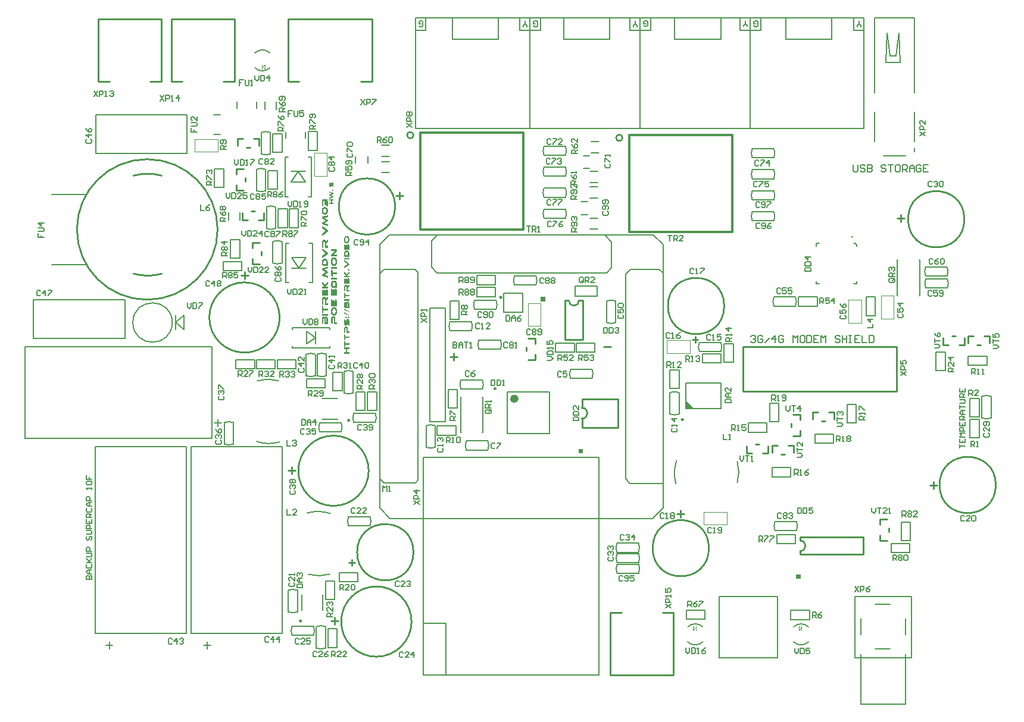
<source format=gto>
G04*
G04 #@! TF.GenerationSoftware,Altium Limited,Altium Designer,19.1.8 (144)*
G04*
G04 Layer_Color=65535*
%FSLAX24Y24*%
%MOIN*%
G70*
G01*
G75*
%ADD10C,0.0070*%
%ADD11C,0.0098*%
%ADD12C,0.0100*%
%ADD13C,0.0071*%
%ADD14C,0.0079*%
%ADD15C,0.0236*%
%ADD16C,0.0039*%
%ADD17C,0.0067*%
%ADD18C,0.0118*%
%ADD19C,0.0050*%
G36*
X44451Y9545D02*
Y9795D01*
X44201D01*
Y9545D01*
X44451D01*
D02*
G37*
G36*
X32256Y16573D02*
Y16823D01*
X32006D01*
Y16573D01*
X32256D01*
D02*
G37*
G36*
X29900Y25098D02*
X30150D01*
Y25348D01*
X29900D01*
Y25098D01*
D02*
G37*
G36*
X18438Y28001D02*
X18442Y28001D01*
X18447Y28000D01*
X18456Y27997D01*
X18457D01*
X18458Y27996D01*
X18460Y27995D01*
X18463Y27994D01*
X18470Y27990D01*
X18476Y27985D01*
X18476Y27984D01*
X18477Y27984D01*
X18478Y27982D01*
X18480Y27980D01*
X18483Y27974D01*
X18486Y27967D01*
Y27966D01*
X18486Y27965D01*
X18487Y27963D01*
X18488Y27960D01*
X18489Y27954D01*
X18489Y27946D01*
Y27942D01*
X18489Y27940D01*
X18488Y27933D01*
X18486Y27926D01*
Y27925D01*
X18486Y27924D01*
X18485Y27923D01*
X18484Y27920D01*
X18482Y27917D01*
X18479Y27913D01*
X18476Y27910D01*
X18472Y27905D01*
X18292Y27704D01*
X18484D01*
Y27611D01*
X18212D01*
X18211D01*
X18209D01*
X18206D01*
X18202Y27612D01*
X18193Y27613D01*
X18184Y27616D01*
X18183D01*
X18182Y27617D01*
X18180Y27618D01*
X18177Y27619D01*
X18171Y27623D01*
X18165Y27628D01*
X18164Y27629D01*
X18164Y27630D01*
X18162Y27631D01*
X18160Y27633D01*
X18157Y27639D01*
X18154Y27646D01*
Y27646D01*
X18153Y27647D01*
X18153Y27650D01*
X18152Y27652D01*
X18151Y27659D01*
X18150Y27667D01*
Y27670D01*
X18151Y27673D01*
X18151Y27679D01*
X18153Y27685D01*
Y27686D01*
X18154Y27687D01*
X18155Y27689D01*
X18157Y27692D01*
X18158Y27695D01*
X18161Y27699D01*
X18164Y27703D01*
X18168Y27708D01*
X18349Y27909D01*
X18156D01*
Y28002D01*
X18428D01*
X18429D01*
X18431D01*
X18434D01*
X18438Y28001D01*
D02*
G37*
G36*
X18328Y27561D02*
X18334Y27560D01*
X18342Y27560D01*
X18350Y27558D01*
X18359Y27556D01*
X18369Y27554D01*
X18379Y27550D01*
X18390Y27546D01*
X18401Y27542D01*
X18412Y27536D01*
X18422Y27529D01*
X18432Y27521D01*
X18441Y27511D01*
X18449Y27501D01*
X18449Y27501D01*
X18450Y27498D01*
X18453Y27495D01*
X18455Y27490D01*
X18458Y27484D01*
X18461Y27476D01*
X18465Y27467D01*
X18469Y27456D01*
X18473Y27444D01*
X18477Y27431D01*
X18480Y27416D01*
X18483Y27400D01*
X18485Y27382D01*
X18488Y27363D01*
X18489Y27342D01*
X18489Y27320D01*
Y27312D01*
X18489Y27309D01*
Y27301D01*
X18488Y27290D01*
X18487Y27279D01*
X18486Y27266D01*
X18484Y27253D01*
X18482Y27238D01*
X18479Y27223D01*
X18476Y27208D01*
X18472Y27193D01*
X18467Y27178D01*
X18462Y27165D01*
X18456Y27152D01*
X18449Y27140D01*
X18448Y27139D01*
X18447Y27137D01*
X18444Y27134D01*
X18441Y27130D01*
X18437Y27126D01*
X18431Y27121D01*
X18425Y27116D01*
X18418Y27110D01*
X18409Y27104D01*
X18400Y27099D01*
X18389Y27094D01*
X18377Y27089D01*
X18365Y27086D01*
X18351Y27083D01*
X18336Y27081D01*
X18320Y27080D01*
X18319D01*
X18316D01*
X18312Y27081D01*
X18306Y27081D01*
X18298Y27082D01*
X18290Y27083D01*
X18281Y27085D01*
X18271Y27088D01*
X18260Y27091D01*
X18250Y27095D01*
X18239Y27100D01*
X18228Y27105D01*
X18218Y27112D01*
X18209Y27121D01*
X18199Y27130D01*
X18191Y27140D01*
X18190Y27141D01*
X18189Y27143D01*
X18187Y27147D01*
X18184Y27152D01*
X18182Y27158D01*
X18178Y27165D01*
X18174Y27175D01*
X18170Y27186D01*
X18166Y27197D01*
X18163Y27211D01*
X18159Y27225D01*
X18157Y27242D01*
X18154Y27259D01*
X18152Y27278D01*
X18151Y27299D01*
X18150Y27320D01*
Y27332D01*
X18151Y27340D01*
X18151Y27350D01*
X18152Y27361D01*
X18153Y27374D01*
X18155Y27388D01*
X18157Y27402D01*
X18160Y27417D01*
X18163Y27432D01*
X18168Y27447D01*
X18172Y27462D01*
X18177Y27475D01*
X18184Y27489D01*
X18191Y27501D01*
X18192Y27501D01*
X18193Y27503D01*
X18195Y27506D01*
X18199Y27510D01*
X18203Y27515D01*
X18209Y27520D01*
X18215Y27525D01*
X18223Y27531D01*
X18231Y27537D01*
X18241Y27542D01*
X18251Y27547D01*
X18263Y27552D01*
X18275Y27556D01*
X18289Y27558D01*
X18304Y27561D01*
X18320Y27561D01*
X18321D01*
X18324D01*
X18328Y27561D01*
D02*
G37*
G36*
X18484Y26926D02*
X18156D01*
Y27027D01*
X18484D01*
Y26926D01*
D02*
G37*
G36*
X18241Y26827D02*
Y26709D01*
X18484D01*
Y26608D01*
X18241D01*
Y26454D01*
X18156Y26519D01*
Y26893D01*
X18241Y26827D01*
D02*
G37*
G36*
X18484Y26320D02*
X18156D01*
Y26421D01*
X18484D01*
Y26320D01*
D02*
G37*
G36*
X18326Y26266D02*
X18330D01*
X18339Y26265D01*
X18349Y26263D01*
X18360Y26260D01*
X18372Y26256D01*
X18384Y26251D01*
X18384D01*
X18385Y26251D01*
X18387Y26250D01*
X18389Y26249D01*
X18395Y26245D01*
X18402Y26241D01*
X18410Y26235D01*
X18419Y26228D01*
X18428Y26220D01*
X18437Y26210D01*
Y26210D01*
X18438Y26209D01*
X18439Y26208D01*
X18441Y26205D01*
X18444Y26200D01*
X18449Y26193D01*
X18455Y26184D01*
X18461Y26173D01*
X18467Y26161D01*
X18472Y26148D01*
Y26147D01*
X18472Y26146D01*
X18473Y26144D01*
X18474Y26141D01*
X18474Y26138D01*
X18476Y26134D01*
X18477Y26130D01*
X18478Y26124D01*
X18480Y26113D01*
X18482Y26099D01*
X18484Y26084D01*
X18484Y26068D01*
Y25848D01*
X18280D01*
Y25950D01*
X18400D01*
Y26072D01*
X18400Y26076D01*
Y26082D01*
X18399Y26088D01*
X18398Y26094D01*
X18395Y26108D01*
X18394Y26108D01*
X18394Y26111D01*
X18392Y26114D01*
X18390Y26118D01*
X18388Y26123D01*
X18385Y26128D01*
X18378Y26138D01*
X18378Y26139D01*
X18377Y26140D01*
X18375Y26143D01*
X18371Y26146D01*
X18368Y26149D01*
X18364Y26153D01*
X18359Y26156D01*
X18354Y26159D01*
X18353Y26159D01*
X18351Y26160D01*
X18348Y26161D01*
X18344Y26162D01*
X18340Y26164D01*
X18334Y26165D01*
X18328Y26166D01*
X18322Y26166D01*
X18321D01*
X18319D01*
X18315Y26166D01*
X18311Y26165D01*
X18306Y26165D01*
X18301Y26163D01*
X18295Y26161D01*
X18289Y26159D01*
X18289Y26158D01*
X18287Y26157D01*
X18284Y26156D01*
X18281Y26153D01*
X18277Y26150D01*
X18272Y26147D01*
X18268Y26143D01*
X18264Y26138D01*
X18264Y26137D01*
X18263Y26136D01*
X18260Y26133D01*
X18258Y26129D01*
X18255Y26125D01*
X18252Y26119D01*
X18249Y26113D01*
X18247Y26107D01*
X18247Y26106D01*
X18246Y26103D01*
X18245Y26100D01*
X18244Y26095D01*
X18243Y26090D01*
X18242Y26083D01*
X18241Y26076D01*
Y25848D01*
X18156Y25913D01*
Y26076D01*
X18156Y26080D01*
Y26084D01*
X18157Y26089D01*
X18157Y26095D01*
X18158Y26107D01*
X18160Y26120D01*
X18164Y26134D01*
X18168Y26148D01*
Y26149D01*
X18168Y26150D01*
X18169Y26152D01*
X18170Y26154D01*
X18171Y26157D01*
X18172Y26161D01*
X18176Y26170D01*
X18181Y26180D01*
X18187Y26190D01*
X18193Y26201D01*
X18201Y26211D01*
Y26211D01*
X18202Y26212D01*
X18205Y26215D01*
X18209Y26220D01*
X18215Y26226D01*
X18223Y26232D01*
X18231Y26239D01*
X18241Y26246D01*
X18252Y26252D01*
X18253D01*
X18253Y26252D01*
X18255Y26254D01*
X18257Y26254D01*
X18260Y26255D01*
X18263Y26257D01*
X18271Y26260D01*
X18281Y26262D01*
X18292Y26264D01*
X18304Y26266D01*
X18317Y26267D01*
X18318D01*
X18319D01*
X18320D01*
X18323D01*
X18326Y26266D01*
D02*
G37*
G36*
X18484Y25748D02*
Y25432D01*
X18156D01*
Y25813D01*
X18241Y25747D01*
Y25534D01*
X18281D01*
Y25794D01*
X18355Y25736D01*
Y25534D01*
X18400D01*
Y25814D01*
X18484Y25748D01*
D02*
G37*
G36*
Y25143D02*
Y24827D01*
X18156D01*
Y25208D01*
X18241Y25142D01*
Y24929D01*
X18281D01*
Y25189D01*
X18355Y25131D01*
Y24929D01*
X18400D01*
Y25209D01*
X18484Y25143D01*
D02*
G37*
G36*
X18328Y24775D02*
X18334Y24774D01*
X18342Y24774D01*
X18350Y24772D01*
X18359Y24771D01*
X18369Y24768D01*
X18379Y24765D01*
X18390Y24761D01*
X18401Y24756D01*
X18412Y24750D01*
X18422Y24743D01*
X18432Y24735D01*
X18441Y24726D01*
X18449Y24715D01*
X18449Y24715D01*
X18450Y24713D01*
X18453Y24709D01*
X18455Y24704D01*
X18458Y24698D01*
X18461Y24690D01*
X18465Y24681D01*
X18469Y24670D01*
X18473Y24658D01*
X18477Y24645D01*
X18480Y24630D01*
X18483Y24614D01*
X18485Y24596D01*
X18488Y24577D01*
X18489Y24557D01*
X18489Y24535D01*
Y24527D01*
X18489Y24523D01*
Y24515D01*
X18488Y24505D01*
X18487Y24493D01*
X18486Y24481D01*
X18484Y24467D01*
X18482Y24452D01*
X18479Y24438D01*
X18476Y24423D01*
X18472Y24407D01*
X18467Y24393D01*
X18462Y24379D01*
X18456Y24366D01*
X18449Y24354D01*
X18448Y24353D01*
X18447Y24351D01*
X18444Y24349D01*
X18441Y24345D01*
X18437Y24340D01*
X18431Y24335D01*
X18425Y24330D01*
X18418Y24324D01*
X18409Y24318D01*
X18400Y24314D01*
X18389Y24308D01*
X18377Y24304D01*
X18365Y24300D01*
X18351Y24297D01*
X18336Y24295D01*
X18320Y24294D01*
X18319D01*
X18316D01*
X18312Y24295D01*
X18306Y24296D01*
X18298Y24296D01*
X18290Y24298D01*
X18281Y24299D01*
X18271Y24302D01*
X18260Y24305D01*
X18250Y24309D01*
X18239Y24314D01*
X18228Y24320D01*
X18218Y24327D01*
X18209Y24335D01*
X18199Y24344D01*
X18191Y24355D01*
X18190Y24355D01*
X18189Y24357D01*
X18187Y24361D01*
X18184Y24366D01*
X18182Y24372D01*
X18178Y24380D01*
X18174Y24389D01*
X18170Y24400D01*
X18166Y24411D01*
X18163Y24425D01*
X18159Y24440D01*
X18157Y24456D01*
X18154Y24474D01*
X18152Y24493D01*
X18151Y24513D01*
X18150Y24535D01*
Y24546D01*
X18151Y24554D01*
X18151Y24564D01*
X18152Y24576D01*
X18153Y24589D01*
X18155Y24602D01*
X18157Y24617D01*
X18160Y24631D01*
X18163Y24647D01*
X18168Y24661D01*
X18172Y24676D01*
X18177Y24690D01*
X18184Y24703D01*
X18191Y24715D01*
X18192Y24715D01*
X18193Y24718D01*
X18195Y24720D01*
X18199Y24724D01*
X18203Y24729D01*
X18209Y24734D01*
X18215Y24739D01*
X18223Y24745D01*
X18231Y24751D01*
X18241Y24756D01*
X18251Y24761D01*
X18263Y24766D01*
X18275Y24770D01*
X18289Y24773D01*
X18304Y24775D01*
X18320Y24775D01*
X18321D01*
X18324D01*
X18328Y24775D01*
D02*
G37*
G36*
X18289Y24253D02*
X18296Y24252D01*
X18304Y24251D01*
X18312Y24249D01*
X18320Y24246D01*
X18329Y24243D01*
X18330Y24242D01*
X18333Y24240D01*
X18337Y24238D01*
X18342Y24234D01*
X18348Y24230D01*
X18355Y24225D01*
X18361Y24218D01*
X18367Y24211D01*
X18368Y24210D01*
X18370Y24207D01*
X18373Y24203D01*
X18376Y24197D01*
X18380Y24190D01*
X18384Y24181D01*
X18388Y24171D01*
X18392Y24160D01*
Y24160D01*
X18393Y24159D01*
Y24157D01*
X18393Y24155D01*
X18394Y24152D01*
X18395Y24149D01*
X18396Y24140D01*
X18398Y24130D01*
X18399Y24119D01*
X18400Y24106D01*
X18401Y24092D01*
Y23920D01*
X18484D01*
Y23818D01*
X18317D01*
Y24106D01*
X18316Y24110D01*
X18316Y24115D01*
X18314Y24121D01*
X18312Y24127D01*
X18310Y24133D01*
X18306Y24138D01*
X18306Y24139D01*
X18304Y24140D01*
X18302Y24143D01*
X18299Y24145D01*
X18295Y24147D01*
X18290Y24149D01*
X18284Y24151D01*
X18278Y24151D01*
X18278D01*
X18276D01*
X18272Y24151D01*
X18269Y24150D01*
X18264Y24148D01*
X18260Y24146D01*
X18255Y24143D01*
X18252Y24138D01*
X18251Y24138D01*
X18250Y24136D01*
X18248Y24133D01*
X18246Y24129D01*
X18245Y24124D01*
X18243Y24118D01*
X18242Y24110D01*
X18241Y24102D01*
Y23818D01*
X18156Y23886D01*
Y24102D01*
X18156Y24106D01*
X18157Y24115D01*
X18158Y24126D01*
X18159Y24137D01*
X18162Y24149D01*
X18165Y24161D01*
Y24161D01*
X18165Y24162D01*
X18166Y24163D01*
X18166Y24166D01*
X18169Y24171D01*
X18171Y24178D01*
X18175Y24186D01*
X18180Y24195D01*
X18184Y24203D01*
X18190Y24211D01*
X18191Y24212D01*
X18193Y24214D01*
X18197Y24218D01*
X18201Y24223D01*
X18207Y24228D01*
X18213Y24233D01*
X18221Y24238D01*
X18229Y24243D01*
X18230Y24243D01*
X18233Y24244D01*
X18238Y24246D01*
X18244Y24248D01*
X18251Y24250D01*
X18260Y24252D01*
X18269Y24253D01*
X18279Y24254D01*
X18280D01*
X18280D01*
X18282D01*
X18284D01*
X18289Y24253D01*
D02*
G37*
G36*
X19038Y28760D02*
X19043Y28759D01*
X19050Y28759D01*
X19057Y28757D01*
X19065Y28756D01*
X19073Y28753D01*
X19082Y28751D01*
X19092Y28747D01*
X19101Y28743D01*
X19110Y28738D01*
X19119Y28732D01*
X19128Y28725D01*
X19135Y28717D01*
X19142Y28708D01*
X19143Y28708D01*
X19144Y28706D01*
X19146Y28702D01*
X19148Y28698D01*
X19151Y28693D01*
X19153Y28686D01*
X19157Y28678D01*
X19160Y28669D01*
X19163Y28658D01*
X19167Y28647D01*
X19169Y28634D01*
X19172Y28620D01*
X19174Y28605D01*
X19176Y28588D01*
X19177Y28570D01*
X19177Y28551D01*
Y28544D01*
X19177Y28541D01*
Y28534D01*
X19177Y28525D01*
X19176Y28515D01*
X19175Y28505D01*
X19173Y28493D01*
X19171Y28480D01*
X19169Y28467D01*
X19166Y28454D01*
X19163Y28441D01*
X19159Y28428D01*
X19154Y28417D01*
X19149Y28405D01*
X19142Y28395D01*
X19142Y28394D01*
X19141Y28392D01*
X19139Y28390D01*
X19136Y28387D01*
X19132Y28383D01*
X19127Y28379D01*
X19122Y28374D01*
X19116Y28369D01*
X19108Y28364D01*
X19100Y28360D01*
X19090Y28355D01*
X19081Y28351D01*
X19070Y28348D01*
X19058Y28346D01*
X19045Y28344D01*
X19031Y28343D01*
X19030D01*
X19028D01*
X19024Y28344D01*
X19019Y28344D01*
X19012Y28345D01*
X19005Y28346D01*
X18997Y28348D01*
X18988Y28350D01*
X18979Y28353D01*
X18970Y28356D01*
X18961Y28360D01*
X18951Y28365D01*
X18943Y28371D01*
X18934Y28378D01*
X18926Y28386D01*
X18919Y28395D01*
X18919Y28396D01*
X18918Y28398D01*
X18916Y28401D01*
X18914Y28405D01*
X18911Y28410D01*
X18908Y28417D01*
X18905Y28425D01*
X18901Y28435D01*
X18898Y28445D01*
X18895Y28456D01*
X18892Y28469D01*
X18889Y28483D01*
X18887Y28498D01*
X18885Y28515D01*
X18884Y28533D01*
X18884Y28551D01*
Y28561D01*
X18884Y28568D01*
X18885Y28577D01*
X18886Y28587D01*
X18887Y28598D01*
X18888Y28610D01*
X18890Y28622D01*
X18892Y28635D01*
X18895Y28648D01*
X18899Y28661D01*
X18903Y28674D01*
X18907Y28686D01*
X18913Y28697D01*
X18919Y28708D01*
X18920Y28708D01*
X18921Y28710D01*
X18923Y28712D01*
X18926Y28716D01*
X18930Y28720D01*
X18934Y28724D01*
X18940Y28729D01*
X18947Y28734D01*
X18954Y28739D01*
X18962Y28743D01*
X18971Y28748D01*
X18981Y28752D01*
X18992Y28755D01*
X19004Y28758D01*
X19017Y28760D01*
X19031Y28760D01*
X19032D01*
X19034D01*
X19038Y28760D01*
D02*
G37*
G36*
X19173Y28266D02*
Y27991D01*
X18888D01*
Y28322D01*
X18963Y28264D01*
Y28080D01*
X18997D01*
Y28305D01*
X19062Y28255D01*
Y28080D01*
X19100D01*
Y28322D01*
X19173Y28266D01*
D02*
G37*
G36*
X19037Y27946D02*
X19040D01*
X19047Y27945D01*
X19056Y27944D01*
X19066Y27941D01*
X19076Y27938D01*
X19086Y27934D01*
X19087D01*
X19087Y27933D01*
X19089Y27932D01*
X19090Y27931D01*
X19096Y27928D01*
X19102Y27925D01*
X19109Y27919D01*
X19117Y27913D01*
X19125Y27906D01*
X19132Y27898D01*
Y27898D01*
X19133Y27897D01*
X19134Y27896D01*
X19135Y27894D01*
X19139Y27889D01*
X19143Y27883D01*
X19148Y27875D01*
X19153Y27866D01*
X19158Y27855D01*
X19162Y27844D01*
Y27843D01*
X19163Y27842D01*
X19163Y27840D01*
X19164Y27838D01*
X19165Y27835D01*
X19166Y27832D01*
X19167Y27828D01*
X19168Y27823D01*
X19170Y27814D01*
X19171Y27802D01*
X19173Y27789D01*
X19173Y27775D01*
Y27585D01*
X18996D01*
Y27673D01*
X19100D01*
Y27779D01*
X19100Y27782D01*
Y27787D01*
X19099Y27792D01*
X19098Y27797D01*
X19096Y27809D01*
X19095Y27810D01*
X19095Y27812D01*
X19093Y27815D01*
X19092Y27818D01*
X19090Y27823D01*
X19088Y27827D01*
X19081Y27836D01*
X19081Y27836D01*
X19080Y27838D01*
X19078Y27840D01*
X19075Y27842D01*
X19072Y27845D01*
X19069Y27848D01*
X19064Y27851D01*
X19060Y27853D01*
X19060Y27854D01*
X19058Y27854D01*
X19055Y27855D01*
X19052Y27857D01*
X19048Y27858D01*
X19043Y27859D01*
X19038Y27859D01*
X19032Y27860D01*
X19032D01*
X19030D01*
X19027Y27859D01*
X19023Y27859D01*
X19019Y27858D01*
X19014Y27857D01*
X19009Y27856D01*
X19004Y27853D01*
X19004Y27853D01*
X19002Y27852D01*
X19000Y27851D01*
X18997Y27849D01*
X18993Y27846D01*
X18990Y27843D01*
X18986Y27840D01*
X18983Y27835D01*
X18982Y27835D01*
X18981Y27833D01*
X18979Y27831D01*
X18977Y27828D01*
X18975Y27824D01*
X18972Y27819D01*
X18970Y27814D01*
X18968Y27808D01*
X18967Y27808D01*
X18967Y27806D01*
X18966Y27803D01*
X18965Y27798D01*
X18964Y27794D01*
X18964Y27788D01*
X18963Y27782D01*
Y27585D01*
X18888Y27641D01*
Y27782D01*
X18889Y27785D01*
Y27789D01*
X18889Y27793D01*
X18890Y27798D01*
X18891Y27809D01*
X18893Y27820D01*
X18896Y27832D01*
X18899Y27844D01*
Y27845D01*
X18899Y27846D01*
X18900Y27848D01*
X18901Y27849D01*
X18902Y27852D01*
X18903Y27856D01*
X18906Y27863D01*
X18911Y27872D01*
X18915Y27881D01*
X18921Y27890D01*
X18928Y27899D01*
Y27899D01*
X18929Y27900D01*
X18931Y27902D01*
X18935Y27907D01*
X18940Y27911D01*
X18947Y27917D01*
X18954Y27923D01*
X18963Y27929D01*
X18972Y27934D01*
X18973D01*
X18973Y27935D01*
X18975Y27936D01*
X18976Y27936D01*
X18979Y27937D01*
X18982Y27938D01*
X18989Y27941D01*
X18997Y27943D01*
X19007Y27945D01*
X19017Y27946D01*
X19028Y27947D01*
X19029D01*
X19030D01*
X19031D01*
X19034D01*
X19037Y27946D01*
D02*
G37*
G36*
X19173Y27442D02*
X18888D01*
Y27530D01*
X19173D01*
Y27442D01*
D02*
G37*
G36*
X19146Y27227D02*
X19147Y27227D01*
X19148Y27225D01*
X19151Y27223D01*
X19153Y27220D01*
X19157Y27217D01*
X19160Y27213D01*
X19164Y27209D01*
X19168Y27204D01*
X19168Y27203D01*
X19169Y27201D01*
X19171Y27199D01*
X19173Y27195D01*
X19175Y27190D01*
X19176Y27184D01*
X19177Y27177D01*
X19177Y27170D01*
Y27166D01*
X19177Y27163D01*
X19177Y27158D01*
X19176Y27153D01*
X19174Y27147D01*
X19172Y27141D01*
X19169Y27136D01*
X19168Y27136D01*
X19168Y27134D01*
X19165Y27131D01*
X19163Y27129D01*
X19160Y27125D01*
X19156Y27121D01*
X19151Y27118D01*
X19146Y27114D01*
X18888Y26935D01*
Y27043D01*
X19078Y27172D01*
X18888Y27306D01*
Y27409D01*
X19146Y27227D01*
D02*
G37*
G36*
X19144Y26912D02*
X19148Y26911D01*
X19153Y26910D01*
X19158Y26907D01*
X19163Y26903D01*
X19167Y26899D01*
X19168Y26898D01*
X19168Y26896D01*
X19170Y26894D01*
X19172Y26889D01*
X19174Y26885D01*
X19176Y26878D01*
X19177Y26872D01*
X19177Y26865D01*
Y26861D01*
X19177Y26858D01*
X19176Y26853D01*
X19175Y26848D01*
X19173Y26842D01*
X19170Y26836D01*
X19167Y26831D01*
X19167Y26830D01*
X19165Y26829D01*
X19163Y26826D01*
X19160Y26824D01*
X19155Y26821D01*
X19150Y26819D01*
X19144Y26817D01*
X19137Y26817D01*
X19136D01*
X19134D01*
X19130Y26818D01*
X19126Y26819D01*
X19121Y26820D01*
X19116Y26823D01*
X19111Y26826D01*
X19107Y26831D01*
X19106Y26831D01*
X19105Y26833D01*
X19103Y26836D01*
X19101Y26840D01*
X19099Y26845D01*
X19098Y26851D01*
X19096Y26858D01*
X19096Y26865D01*
Y26868D01*
X19096Y26872D01*
X19097Y26877D01*
X19098Y26882D01*
X19100Y26888D01*
X19103Y26894D01*
X19107Y26899D01*
X19107Y26899D01*
X19108Y26901D01*
X19111Y26903D01*
X19115Y26906D01*
X19119Y26909D01*
X19124Y26911D01*
X19130Y26912D01*
X19137Y26913D01*
X19138D01*
X19141D01*
X19144Y26912D01*
D02*
G37*
G36*
X19173Y26664D02*
X19098Y26578D01*
X19098Y26577D01*
X19095Y26574D01*
X19092Y26570D01*
X19088Y26565D01*
X19083Y26560D01*
X19078Y26554D01*
X19073Y26549D01*
X19069Y26544D01*
X19069Y26544D01*
X19067Y26542D01*
X19065Y26540D01*
X19063Y26537D01*
X19057Y26531D01*
X19051Y26525D01*
X19051D01*
X19053D01*
X19054D01*
X19057Y26526D01*
X19060D01*
X19063D01*
X19071D01*
X19072D01*
X19073D01*
X19075D01*
X19078Y26526D01*
X19081D01*
X19084D01*
X19092D01*
X19173D01*
Y26438D01*
X18888D01*
Y26526D01*
X18955D01*
X18955D01*
X18957D01*
X18959D01*
X18963D01*
X18967D01*
X18971D01*
X18981Y26526D01*
X18981D01*
X18983D01*
X18985D01*
X18988D01*
X18992D01*
X18996Y26525D01*
X19004Y26525D01*
X19004Y26525D01*
X19003Y26526D01*
X19002Y26528D01*
X18999Y26530D01*
X18996Y26533D01*
X18993Y26537D01*
X18985Y26545D01*
X18985Y26545D01*
X18984Y26547D01*
X18981Y26550D01*
X18978Y26553D01*
X18974Y26558D01*
X18969Y26564D01*
X18964Y26570D01*
X18958Y26577D01*
X18888Y26659D01*
Y26787D01*
X18970Y26678D01*
X18971Y26677D01*
X18972Y26676D01*
X18974Y26673D01*
X18977Y26669D01*
X18980Y26666D01*
X18983Y26661D01*
X18989Y26653D01*
X18990Y26652D01*
X18991Y26651D01*
X18992Y26649D01*
X18994Y26646D01*
X18999Y26640D01*
X19003Y26633D01*
X19004Y26633D01*
X19004Y26632D01*
X19005Y26631D01*
X19007Y26628D01*
X19010Y26623D01*
X19014Y26618D01*
Y26617D01*
X19015Y26617D01*
X19016Y26615D01*
X19017Y26614D01*
X19020Y26609D01*
X19023Y26604D01*
X19023Y26605D01*
X19024Y26606D01*
X19026Y26609D01*
X19028Y26613D01*
X19032Y26617D01*
X19036Y26622D01*
X19039Y26628D01*
X19044Y26634D01*
X19045Y26635D01*
X19046Y26637D01*
X19049Y26641D01*
X19053Y26646D01*
X19058Y26653D01*
X19064Y26660D01*
X19072Y26669D01*
X19080Y26679D01*
X19173Y26797D01*
Y26664D01*
D02*
G37*
G36*
Y26351D02*
Y26077D01*
X18888D01*
Y26407D01*
X18963Y26350D01*
Y26165D01*
X18997D01*
Y26391D01*
X19062Y26340D01*
Y26165D01*
X19100D01*
Y26408D01*
X19173Y26351D01*
D02*
G37*
G36*
Y25927D02*
X19098Y25864D01*
Y25729D01*
X19173D01*
Y25640D01*
X19028D01*
Y25891D01*
X19028Y25895D01*
X19027Y25900D01*
X19026Y25905D01*
X19024Y25911D01*
X19022Y25917D01*
X19020Y25922D01*
X19019Y25923D01*
X19018Y25925D01*
X19016Y25927D01*
X19013Y25930D01*
X19010Y25932D01*
X19006Y25934D01*
X19001Y25936D01*
X18996Y25937D01*
X18995D01*
X18993D01*
X18990Y25936D01*
X18986Y25935D01*
X18983Y25933D01*
X18978Y25931D01*
X18975Y25928D01*
X18971Y25924D01*
X18971Y25923D01*
X18970Y25922D01*
X18968Y25919D01*
X18967Y25914D01*
X18966Y25910D01*
X18964Y25904D01*
X18963Y25896D01*
X18963Y25888D01*
Y25640D01*
X18888Y25698D01*
Y25890D01*
X18889Y25896D01*
X18889Y25904D01*
X18890Y25912D01*
X18892Y25922D01*
X18893Y25931D01*
Y25932D01*
X18894Y25933D01*
X18894Y25935D01*
X18895Y25940D01*
X18897Y25947D01*
X18899Y25954D01*
X18902Y25962D01*
X18905Y25970D01*
X18909Y25978D01*
Y25979D01*
X18910Y25979D01*
X18911Y25982D01*
X18914Y25986D01*
X18917Y25991D01*
X18922Y25996D01*
X18927Y26002D01*
X18933Y26008D01*
X18941Y26013D01*
X18941Y26014D01*
X18944Y26016D01*
X18948Y26018D01*
X18954Y26020D01*
X18961Y26023D01*
X18970Y26025D01*
X18979Y26027D01*
X18990Y26027D01*
X18991D01*
X18993D01*
X18996Y26027D01*
X19001D01*
X19005Y26026D01*
X19011Y26025D01*
X19017Y26024D01*
X19022Y26022D01*
X19023D01*
X19025Y26021D01*
X19028Y26020D01*
X19031Y26019D01*
X19035Y26016D01*
X19040Y26014D01*
X19049Y26007D01*
X19049Y26007D01*
X19051Y26005D01*
X19053Y26003D01*
X19056Y26001D01*
X19059Y25997D01*
X19063Y25993D01*
X19066Y25989D01*
X19069Y25984D01*
X19070Y25984D01*
X19071Y25982D01*
X19072Y25979D01*
X19073Y25975D01*
X19075Y25970D01*
X19077Y25965D01*
X19079Y25959D01*
X19081Y25953D01*
X19081Y25953D01*
X19081Y25954D01*
X19083Y25956D01*
X19084Y25957D01*
X19089Y25963D01*
X19095Y25969D01*
X19095Y25969D01*
X19096Y25971D01*
X19098Y25973D01*
X19101Y25975D01*
X19104Y25979D01*
X19108Y25983D01*
X19113Y25988D01*
X19118Y25993D01*
X19173Y26045D01*
Y25927D01*
D02*
G37*
G36*
X18963Y25557D02*
Y25455D01*
X19173D01*
Y25367D01*
X18963D01*
Y25234D01*
X18888Y25291D01*
Y25614D01*
X18963Y25557D01*
D02*
G37*
G36*
X19173Y25117D02*
X18888D01*
Y25205D01*
X19173D01*
Y25117D01*
D02*
G37*
G36*
X19097Y25071D02*
X19101D01*
X19107Y25070D01*
X19112Y25069D01*
X19118Y25068D01*
X19124Y25066D01*
X19124D01*
X19126Y25065D01*
X19129Y25064D01*
X19133Y25062D01*
X19136Y25059D01*
X19141Y25056D01*
X19145Y25052D01*
X19150Y25047D01*
X19150Y25047D01*
X19151Y25045D01*
X19153Y25042D01*
X19156Y25038D01*
X19159Y25033D01*
X19161Y25027D01*
X19164Y25020D01*
X19167Y25012D01*
Y25011D01*
X19168Y25011D01*
Y25010D01*
X19168Y25008D01*
X19169Y25003D01*
X19170Y24997D01*
X19171Y24988D01*
X19172Y24979D01*
X19173Y24968D01*
X19173Y24956D01*
Y24705D01*
X19000D01*
Y24961D01*
X19000Y24963D01*
X18999Y24969D01*
X18996Y24975D01*
Y24975D01*
X18995Y24976D01*
X18994Y24977D01*
X18993Y24978D01*
X18991Y24980D01*
X18988Y24981D01*
X18985Y24982D01*
X18981Y24982D01*
X18981D01*
X18979D01*
X18977Y24982D01*
X18975Y24981D01*
X18973Y24980D01*
X18970Y24979D01*
X18968Y24977D01*
X18967Y24975D01*
Y24974D01*
X18966Y24973D01*
X18965Y24972D01*
X18965Y24970D01*
X18963Y24964D01*
X18963Y24958D01*
Y24705D01*
X18888Y24765D01*
Y24958D01*
X18889Y24963D01*
Y24969D01*
X18890Y24976D01*
X18891Y24984D01*
X18892Y24992D01*
X18894Y25000D01*
Y25001D01*
X18895Y25003D01*
X18896Y25007D01*
X18897Y25012D01*
X18899Y25018D01*
X18902Y25023D01*
X18905Y25029D01*
X18908Y25035D01*
X18909Y25036D01*
X18910Y25038D01*
X18912Y25040D01*
X18915Y25044D01*
X18919Y25047D01*
X18923Y25051D01*
X18928Y25055D01*
X18933Y25058D01*
X18933Y25058D01*
X18935Y25059D01*
X18939Y25060D01*
X18943Y25062D01*
X18948Y25064D01*
X18954Y25064D01*
X18960Y25065D01*
X18967Y25066D01*
X18968D01*
X18970D01*
X18972D01*
X18975Y25065D01*
X18983Y25064D01*
X18990Y25062D01*
X18991D01*
X18992Y25062D01*
X18993Y25061D01*
X18996Y25060D01*
X19002Y25057D01*
X19007Y25054D01*
X19008D01*
X19009Y25053D01*
X19011Y25050D01*
X19016Y25046D01*
X19020Y25041D01*
Y25041D01*
X19020Y25040D01*
X19021Y25038D01*
X19022Y25037D01*
X19025Y25032D01*
X19027Y25027D01*
X19028Y25028D01*
X19028Y25030D01*
X19030Y25034D01*
X19032Y25038D01*
X19035Y25043D01*
X19038Y25048D01*
X19043Y25053D01*
X19049Y25058D01*
X19050Y25059D01*
X19052Y25060D01*
X19055Y25063D01*
X19060Y25065D01*
X19066Y25067D01*
X19073Y25070D01*
X19081Y25071D01*
X19090Y25072D01*
X19091D01*
X19093D01*
X19097Y25071D01*
D02*
G37*
G36*
X19189Y24533D02*
Y24478D01*
X18873Y24627D01*
Y24678D01*
X19189Y24533D01*
D02*
G37*
G36*
Y24332D02*
Y24277D01*
X18873Y24426D01*
Y24477D01*
X19189Y24332D01*
D02*
G37*
G36*
X19144Y24244D02*
X19148Y24243D01*
X19153Y24241D01*
X19158Y24239D01*
X19163Y24236D01*
X19167Y24231D01*
X19168Y24231D01*
X19168Y24229D01*
X19170Y24226D01*
X19172Y24222D01*
X19174Y24217D01*
X19176Y24211D01*
X19177Y24204D01*
X19177Y24197D01*
Y24194D01*
X19177Y24190D01*
X19176Y24185D01*
X19175Y24180D01*
X19173Y24174D01*
X19170Y24168D01*
X19167Y24163D01*
X19167Y24162D01*
X19165Y24161D01*
X19163Y24159D01*
X19160Y24156D01*
X19155Y24153D01*
X19150Y24152D01*
X19144Y24150D01*
X19137Y24149D01*
X19136D01*
X19134D01*
X19130Y24150D01*
X19126Y24151D01*
X19121Y24153D01*
X19116Y24155D01*
X19111Y24158D01*
X19107Y24163D01*
X19106Y24163D01*
X19105Y24165D01*
X19103Y24168D01*
X19101Y24172D01*
X19099Y24177D01*
X19098Y24183D01*
X19096Y24190D01*
X19096Y24197D01*
Y24200D01*
X19096Y24204D01*
X19097Y24209D01*
X19098Y24214D01*
X19100Y24220D01*
X19103Y24226D01*
X19107Y24231D01*
X19107Y24232D01*
X19108Y24233D01*
X19111Y24235D01*
X19115Y24238D01*
X19119Y24241D01*
X19124Y24243D01*
X19130Y24244D01*
X19137Y24245D01*
X19138D01*
X19141D01*
X19144Y24244D01*
D02*
G37*
G36*
X19006D02*
X19011Y24243D01*
X19016Y24241D01*
X19021Y24239D01*
X19026Y24236D01*
X19030Y24231D01*
X19031Y24231D01*
X19032Y24229D01*
X19034Y24226D01*
X19036Y24222D01*
X19037Y24217D01*
X19039Y24211D01*
X19040Y24204D01*
X19041Y24197D01*
Y24194D01*
X19040Y24190D01*
X19039Y24185D01*
X19038Y24180D01*
X19037Y24174D01*
X19034Y24168D01*
X19030Y24163D01*
X19030Y24162D01*
X19028Y24161D01*
X19026Y24159D01*
X19022Y24156D01*
X19018Y24153D01*
X19012Y24152D01*
X19006Y24150D01*
X18999Y24149D01*
X18998D01*
X18996D01*
X18993Y24150D01*
X18988Y24151D01*
X18983Y24153D01*
X18978Y24155D01*
X18973Y24158D01*
X18969Y24163D01*
X18968Y24163D01*
X18967Y24165D01*
X18966Y24168D01*
X18963Y24172D01*
X18961Y24177D01*
X18960Y24183D01*
X18958Y24190D01*
X18958Y24197D01*
Y24200D01*
X18958Y24204D01*
X18959Y24209D01*
X18961Y24214D01*
X18963Y24220D01*
X18965Y24226D01*
X18969Y24231D01*
X18969Y24232D01*
X18971Y24233D01*
X18973Y24235D01*
X18977Y24238D01*
X18981Y24241D01*
X18986Y24243D01*
X18992Y24244D01*
X18999Y24245D01*
X19000D01*
X19002D01*
X19006Y24244D01*
D02*
G37*
G36*
X19088Y24107D02*
X19093Y24107D01*
X19099Y24106D01*
X19106Y24105D01*
X19113Y24103D01*
X19119Y24100D01*
X19120Y24100D01*
X19122Y24099D01*
X19125Y24098D01*
X19130Y24095D01*
X19134Y24092D01*
X19139Y24089D01*
X19144Y24084D01*
X19149Y24079D01*
X19149Y24078D01*
X19151Y24076D01*
X19153Y24073D01*
X19155Y24068D01*
X19158Y24063D01*
X19161Y24056D01*
X19164Y24049D01*
X19167Y24041D01*
Y24040D01*
X19168Y24040D01*
Y24039D01*
X19168Y24037D01*
X19169Y24032D01*
X19170Y24025D01*
X19171Y24017D01*
X19172Y24008D01*
X19173Y23997D01*
X19173Y23986D01*
Y23720D01*
X19100Y23777D01*
Y23995D01*
X19100Y23998D01*
Y24001D01*
X19098Y24009D01*
X19097Y24013D01*
X19096Y24015D01*
X19095Y24016D01*
X19095Y24016D01*
X19093Y24018D01*
X19092Y24019D01*
X19090Y24020D01*
X19087Y24021D01*
X19083Y24022D01*
X19080Y24022D01*
X19079D01*
X19078D01*
X19076Y24022D01*
X19073Y24021D01*
X19071Y24021D01*
X19068Y24020D01*
X19065Y24018D01*
X19063Y24015D01*
Y24015D01*
X19063Y24014D01*
X19062Y24012D01*
X19061Y24010D01*
X19060Y24006D01*
X19060Y24003D01*
X19059Y23998D01*
Y23833D01*
X19058Y23828D01*
X19058Y23821D01*
X19057Y23813D01*
X19056Y23806D01*
X19055Y23797D01*
X19053Y23790D01*
X19053Y23789D01*
X19052Y23786D01*
X19051Y23783D01*
X19049Y23778D01*
X19046Y23773D01*
X19044Y23767D01*
X19040Y23762D01*
X19037Y23757D01*
X19036Y23756D01*
X19035Y23754D01*
X19032Y23752D01*
X19029Y23749D01*
X19025Y23746D01*
X19021Y23743D01*
X19016Y23740D01*
X19011Y23737D01*
X19010Y23736D01*
X19008Y23736D01*
X19005Y23735D01*
X19001Y23734D01*
X18996Y23732D01*
X18990Y23732D01*
X18984Y23731D01*
X18977Y23731D01*
X18977D01*
X18976D01*
X18974D01*
X18970Y23731D01*
X18965Y23732D01*
X18959Y23732D01*
X18953Y23733D01*
X18947Y23735D01*
X18941Y23737D01*
X18940Y23738D01*
X18938Y23739D01*
X18935Y23740D01*
X18931Y23742D01*
X18927Y23746D01*
X18922Y23750D01*
X18917Y23754D01*
X18913Y23759D01*
X18913Y23760D01*
X18911Y23762D01*
X18909Y23765D01*
X18906Y23769D01*
X18904Y23775D01*
X18900Y23782D01*
X18897Y23789D01*
X18895Y23797D01*
Y23798D01*
X18895Y23798D01*
Y23800D01*
X18894Y23802D01*
X18893Y23806D01*
X18892Y23813D01*
X18890Y23821D01*
X18889Y23830D01*
X18889Y23841D01*
X18888Y23853D01*
Y24100D01*
X18963Y24043D01*
Y23841D01*
X18963Y23837D01*
X18965Y23829D01*
X18966Y23826D01*
X18967Y23823D01*
Y23822D01*
X18968Y23822D01*
X18969Y23820D01*
X18970Y23820D01*
X18973Y23818D01*
X18975Y23817D01*
X18978Y23816D01*
X18982Y23816D01*
X18983D01*
X18984D01*
X18986Y23816D01*
X18988Y23817D01*
X18991Y23818D01*
X18993Y23819D01*
X18996Y23820D01*
X18998Y23823D01*
Y23823D01*
X18999Y23824D01*
X19000Y23826D01*
X19000Y23829D01*
X19001Y23832D01*
X19002Y23836D01*
X19002Y23840D01*
Y24006D01*
X19003Y24009D01*
Y24014D01*
X19003Y24019D01*
X19004Y24024D01*
X19005Y24030D01*
X19007Y24043D01*
X19011Y24056D01*
X19015Y24069D01*
X19019Y24075D01*
X19022Y24080D01*
Y24081D01*
X19023Y24082D01*
X19024Y24083D01*
X19026Y24084D01*
X19030Y24089D01*
X19037Y24094D01*
X19045Y24099D01*
X19054Y24103D01*
X19060Y24105D01*
X19066Y24107D01*
X19073Y24107D01*
X19080Y24108D01*
X19081D01*
X19084D01*
X19088Y24107D01*
D02*
G37*
G36*
X19004Y23692D02*
X19010Y23691D01*
X19017Y23690D01*
X19024Y23689D01*
X19031Y23686D01*
X19039Y23683D01*
X19040Y23682D01*
X19042Y23681D01*
X19046Y23679D01*
X19050Y23676D01*
X19055Y23672D01*
X19061Y23667D01*
X19067Y23662D01*
X19072Y23655D01*
X19072Y23654D01*
X19074Y23652D01*
X19077Y23648D01*
X19080Y23643D01*
X19083Y23637D01*
X19087Y23629D01*
X19090Y23621D01*
X19093Y23611D01*
Y23611D01*
X19094Y23610D01*
Y23609D01*
X19094Y23607D01*
X19095Y23604D01*
X19096Y23601D01*
X19097Y23594D01*
X19098Y23585D01*
X19099Y23575D01*
X19100Y23565D01*
X19101Y23552D01*
Y23403D01*
X19173D01*
Y23315D01*
X19028D01*
Y23564D01*
X19028Y23568D01*
X19027Y23573D01*
X19026Y23577D01*
X19024Y23583D01*
X19022Y23588D01*
X19019Y23592D01*
X19019Y23593D01*
X19017Y23594D01*
X19015Y23596D01*
X19012Y23598D01*
X19009Y23600D01*
X19005Y23602D01*
X19000Y23603D01*
X18995Y23604D01*
X18994D01*
X18993D01*
X18990Y23603D01*
X18986Y23602D01*
X18983Y23601D01*
X18979Y23599D01*
X18975Y23596D01*
X18972Y23592D01*
X18971Y23592D01*
X18970Y23591D01*
X18969Y23588D01*
X18967Y23584D01*
X18966Y23580D01*
X18964Y23575D01*
X18963Y23568D01*
X18963Y23561D01*
Y23315D01*
X18888Y23374D01*
Y23561D01*
X18889Y23565D01*
X18889Y23573D01*
X18890Y23582D01*
X18892Y23592D01*
X18894Y23602D01*
X18897Y23612D01*
Y23612D01*
X18897Y23613D01*
X18897Y23614D01*
X18898Y23616D01*
X18900Y23621D01*
X18902Y23627D01*
X18906Y23634D01*
X18909Y23641D01*
X18914Y23648D01*
X18919Y23655D01*
X18919Y23656D01*
X18921Y23658D01*
X18924Y23662D01*
X18928Y23666D01*
X18933Y23670D01*
X18939Y23675D01*
X18945Y23679D01*
X18952Y23683D01*
X18953Y23683D01*
X18956Y23684D01*
X18960Y23686D01*
X18965Y23688D01*
X18971Y23689D01*
X18979Y23691D01*
X18987Y23692D01*
X18995Y23692D01*
X18996D01*
X18996D01*
X18998D01*
X19000D01*
X19004Y23692D01*
D02*
G37*
G36*
X18963Y23233D02*
Y23130D01*
X19173D01*
Y23042D01*
X18963D01*
Y22909D01*
X18888Y22966D01*
Y23289D01*
X18963Y23233D01*
D02*
G37*
G36*
Y22852D02*
Y22750D01*
X19173D01*
Y22662D01*
X18963D01*
Y22528D01*
X18888Y22585D01*
Y22909D01*
X18963Y22852D01*
D02*
G37*
G36*
X19173Y22413D02*
X19063D01*
Y22243D01*
X19173D01*
Y22155D01*
X18888D01*
Y22243D01*
X18990D01*
Y22413D01*
X18888D01*
Y22501D01*
X19173D01*
Y22413D01*
D02*
G37*
G36*
X18221Y31768D02*
X18224Y31767D01*
X18227Y31767D01*
X18231Y31766D01*
X18235Y31765D01*
X18243Y31763D01*
X18248Y31761D01*
X18252Y31759D01*
X18256Y31756D01*
X18261Y31753D01*
X18265Y31750D01*
X18268Y31746D01*
X18269Y31745D01*
X18269Y31745D01*
X18270Y31744D01*
X18271Y31742D01*
X18273Y31739D01*
X18274Y31736D01*
X18276Y31733D01*
X18278Y31729D01*
X18280Y31724D01*
X18282Y31719D01*
X18283Y31713D01*
X18284Y31707D01*
X18286Y31699D01*
X18287Y31692D01*
X18287Y31683D01*
X18287Y31674D01*
Y31501D01*
X18231Y31545D01*
Y31681D01*
X18231Y31684D01*
Y31686D01*
X18230Y31692D01*
X18229Y31695D01*
X18228Y31697D01*
X18227Y31697D01*
X18227Y31698D01*
X18226Y31699D01*
X18225Y31700D01*
X18223Y31701D01*
X18221Y31702D01*
X18218Y31703D01*
X18215Y31703D01*
X18215D01*
X18214D01*
X18212Y31703D01*
X18211Y31702D01*
X18208Y31701D01*
X18206Y31700D01*
X18204Y31699D01*
X18203Y31697D01*
Y31697D01*
X18202Y31696D01*
X18202Y31695D01*
X18201Y31693D01*
X18200Y31690D01*
X18200Y31687D01*
X18199Y31684D01*
Y31513D01*
X18068D01*
Y31760D01*
X18125Y31717D01*
Y31579D01*
X18156D01*
Y31690D01*
X18156Y31693D01*
Y31696D01*
X18157Y31700D01*
X18157Y31704D01*
X18158Y31709D01*
X18160Y31719D01*
X18162Y31729D01*
X18166Y31738D01*
X18168Y31743D01*
X18171Y31747D01*
Y31747D01*
X18172Y31748D01*
X18172Y31749D01*
X18174Y31750D01*
X18177Y31753D01*
X18182Y31757D01*
X18188Y31762D01*
X18196Y31765D01*
X18200Y31766D01*
X18205Y31767D01*
X18210Y31768D01*
X18216Y31768D01*
X18216D01*
X18217D01*
X18219D01*
X18221Y31768D01*
D02*
G37*
G36*
X18265Y31347D02*
X18268Y31347D01*
X18272Y31345D01*
X18276Y31343D01*
X18279Y31341D01*
X18283Y31337D01*
X18283Y31337D01*
X18284Y31335D01*
X18285Y31333D01*
X18287Y31330D01*
X18288Y31326D01*
X18290Y31321D01*
X18290Y31316D01*
X18291Y31311D01*
Y31308D01*
X18290Y31305D01*
X18290Y31302D01*
X18289Y31298D01*
X18287Y31293D01*
X18285Y31289D01*
X18283Y31285D01*
X18282Y31284D01*
X18281Y31283D01*
X18279Y31281D01*
X18277Y31280D01*
X18274Y31277D01*
X18270Y31276D01*
X18265Y31274D01*
X18260Y31274D01*
X18259D01*
X18257D01*
X18254Y31275D01*
X18251Y31276D01*
X18247Y31277D01*
X18243Y31278D01*
X18239Y31281D01*
X18236Y31285D01*
X18236Y31285D01*
X18235Y31286D01*
X18234Y31289D01*
X18232Y31292D01*
X18230Y31296D01*
X18229Y31300D01*
X18228Y31305D01*
X18228Y31311D01*
Y31313D01*
X18228Y31316D01*
X18229Y31320D01*
X18230Y31324D01*
X18231Y31329D01*
X18233Y31333D01*
X18236Y31337D01*
X18236Y31337D01*
X18238Y31339D01*
X18239Y31341D01*
X18242Y31343D01*
X18246Y31345D01*
X18250Y31346D01*
X18254Y31348D01*
X18260Y31348D01*
X18260D01*
X18262D01*
X18265Y31347D01*
D02*
G37*
G36*
X18261Y31198D02*
X18262Y31198D01*
X18264Y31198D01*
X18266Y31197D01*
X18270Y31195D01*
X18274Y31193D01*
X18277Y31190D01*
X18281Y31187D01*
X18284Y31183D01*
X18284Y31183D01*
X18285Y31182D01*
X18286Y31179D01*
X18287Y31177D01*
X18288Y31173D01*
X18290Y31170D01*
X18290Y31165D01*
X18291Y31161D01*
Y31158D01*
X18290Y31156D01*
X18290Y31153D01*
X18289Y31149D01*
X18288Y31146D01*
X18287Y31142D01*
X18285Y31138D01*
X18284Y31138D01*
X18284Y31137D01*
X18282Y31135D01*
X18280Y31133D01*
X18278Y31131D01*
X18275Y31128D01*
X18272Y31126D01*
X18268Y31123D01*
X18206Y31088D01*
X18205Y31088D01*
X18204Y31087D01*
X18202Y31086D01*
X18198Y31084D01*
X18195Y31082D01*
X18191Y31080D01*
X18184Y31076D01*
X18183Y31075D01*
X18182Y31075D01*
X18180Y31074D01*
X18178Y31073D01*
X18172Y31070D01*
X18166Y31066D01*
X18166Y31066D01*
X18165Y31066D01*
X18163Y31065D01*
X18161Y31064D01*
X18157Y31061D01*
X18152Y31059D01*
X18152D01*
X18151Y31058D01*
X18150Y31058D01*
X18148Y31057D01*
X18144Y31055D01*
X18140Y31053D01*
X18140D01*
X18141Y31052D01*
X18142Y31052D01*
X18144Y31051D01*
X18148Y31049D01*
X18152Y31047D01*
X18153D01*
X18153Y31047D01*
X18155Y31046D01*
X18156Y31045D01*
X18161Y31043D01*
X18166Y31040D01*
X18167D01*
X18168Y31039D01*
X18169Y31038D01*
X18171Y31037D01*
X18174Y31036D01*
X18177Y31034D01*
X18183Y31030D01*
X18184Y31030D01*
X18185Y31029D01*
X18187Y31028D01*
X18189Y31027D01*
X18193Y31025D01*
X18197Y31023D01*
X18201Y31021D01*
X18205Y31018D01*
X18268Y30983D01*
X18268Y30983D01*
X18270Y30982D01*
X18271Y30981D01*
X18274Y30979D01*
X18276Y30977D01*
X18279Y30974D01*
X18282Y30971D01*
X18284Y30968D01*
X18285Y30968D01*
X18286Y30967D01*
X18286Y30964D01*
X18287Y30962D01*
X18289Y30959D01*
X18290Y30955D01*
X18290Y30951D01*
X18291Y30946D01*
Y30944D01*
X18290Y30941D01*
X18290Y30938D01*
X18289Y30934D01*
X18288Y30930D01*
X18286Y30926D01*
X18284Y30922D01*
X18283Y30922D01*
X18282Y30921D01*
X18280Y30919D01*
X18278Y30917D01*
X18275Y30914D01*
X18271Y30912D01*
X18267Y30910D01*
X18261Y30908D01*
X18068Y30852D01*
Y30920D01*
X18145Y30940D01*
X18145D01*
X18145Y30941D01*
X18147D01*
X18148Y30941D01*
X18151Y30942D01*
X18156Y30944D01*
X18161Y30945D01*
X18166Y30946D01*
X18172Y30948D01*
X18177Y30949D01*
X18178D01*
X18180Y30950D01*
X18183Y30951D01*
X18186Y30951D01*
X18191Y30952D01*
X18195Y30953D01*
X18205Y30955D01*
X18205Y30956D01*
X18203Y30956D01*
X18201Y30957D01*
X18197Y30959D01*
X18194Y30960D01*
X18189Y30963D01*
X18185Y30965D01*
X18180Y30967D01*
X18179Y30968D01*
X18177Y30969D01*
X18174Y30970D01*
X18170Y30972D01*
X18165Y30975D01*
X18159Y30978D01*
X18152Y30982D01*
X18144Y30986D01*
X18089Y31015D01*
X18089Y31016D01*
X18088Y31016D01*
X18086Y31017D01*
X18085Y31018D01*
X18080Y31021D01*
X18076Y31024D01*
X18076Y31024D01*
X18076Y31024D01*
X18074Y31027D01*
X18071Y31029D01*
X18069Y31033D01*
Y31033D01*
X18069Y31033D01*
X18068Y31036D01*
X18066Y31039D01*
X18066Y31043D01*
Y31043D01*
X18065Y31044D01*
Y31045D01*
X18065Y31046D01*
X18065Y31050D01*
Y31058D01*
X18065Y31062D01*
X18066Y31066D01*
Y31066D01*
X18066Y31069D01*
X18068Y31072D01*
X18069Y31075D01*
Y31076D01*
X18069Y31076D01*
X18071Y31079D01*
X18073Y31082D01*
X18076Y31085D01*
X18077Y31085D01*
X18077Y31086D01*
X18078Y31086D01*
X18080Y31088D01*
X18081Y31089D01*
X18084Y31090D01*
X18086Y31092D01*
X18089Y31094D01*
X18145Y31123D01*
X18145Y31123D01*
X18147Y31124D01*
X18149Y31125D01*
X18152Y31126D01*
X18155Y31128D01*
X18158Y31130D01*
X18165Y31133D01*
X18165Y31134D01*
X18167Y31134D01*
X18168Y31135D01*
X18170Y31136D01*
X18175Y31139D01*
X18181Y31142D01*
X18181D01*
X18182Y31142D01*
X18183Y31143D01*
X18185Y31144D01*
X18189Y31146D01*
X18193Y31148D01*
X18194D01*
X18195Y31148D01*
X18196Y31149D01*
X18197Y31150D01*
X18201Y31151D01*
X18205Y31153D01*
X18204D01*
X18203Y31154D01*
X18200Y31154D01*
X18197Y31155D01*
X18193Y31156D01*
X18188Y31157D01*
X18183Y31158D01*
X18177Y31159D01*
X18177Y31160D01*
X18175Y31160D01*
X18172Y31161D01*
X18168Y31162D01*
X18163Y31163D01*
X18157Y31165D01*
X18151Y31167D01*
X18145Y31169D01*
X18068Y31189D01*
Y31255D01*
X18261Y31198D01*
D02*
G37*
G36*
X18287Y30759D02*
X18203D01*
Y30629D01*
X18287D01*
Y30561D01*
X18068D01*
Y30629D01*
X18146D01*
Y30759D01*
X18068D01*
Y30827D01*
X18287D01*
Y30759D01*
D02*
G37*
G36*
X17885Y30825D02*
X17889D01*
X17895Y30824D01*
X17902Y30822D01*
X17909Y30821D01*
X17915Y30819D01*
X17916Y30818D01*
X17918Y30818D01*
X17921Y30816D01*
X17925Y30814D01*
X17930Y30810D01*
X17935Y30807D01*
X17940Y30802D01*
X17945Y30797D01*
X17946Y30796D01*
X17947Y30794D01*
X17950Y30791D01*
X17952Y30786D01*
X17956Y30780D01*
X17959Y30773D01*
X17962Y30765D01*
X17965Y30756D01*
Y30755D01*
X17966Y30755D01*
Y30753D01*
X17966Y30751D01*
X17968Y30745D01*
X17969Y30738D01*
X17970Y30729D01*
X17971Y30718D01*
X17972Y30705D01*
X17972Y30691D01*
Y30402D01*
X17888Y30466D01*
Y30695D01*
X17888Y30697D01*
Y30701D01*
X17886Y30709D01*
X17885Y30712D01*
X17882Y30715D01*
X17882Y30716D01*
X17881Y30717D01*
X17880Y30718D01*
X17878Y30719D01*
X17873Y30722D01*
X17869Y30723D01*
X17865Y30723D01*
X17864D01*
X17863D01*
X17861Y30723D01*
X17859Y30722D01*
X17854Y30720D01*
X17851Y30718D01*
X17849Y30715D01*
X17849Y30715D01*
X17848Y30714D01*
X17847Y30712D01*
X17846Y30710D01*
X17845Y30707D01*
X17844Y30702D01*
X17843Y30697D01*
Y30495D01*
X17773Y30547D01*
Y30697D01*
X17772Y30700D01*
X17771Y30707D01*
X17768Y30713D01*
Y30714D01*
X17767Y30715D01*
X17766Y30716D01*
X17764Y30718D01*
X17762Y30719D01*
X17759Y30721D01*
X17755Y30721D01*
X17751Y30722D01*
X17750D01*
X17749D01*
X17746Y30721D01*
X17744Y30721D01*
X17741Y30720D01*
X17738Y30718D01*
X17736Y30716D01*
X17734Y30713D01*
Y30712D01*
X17733Y30711D01*
X17732Y30709D01*
X17732Y30707D01*
X17730Y30701D01*
X17729Y30693D01*
Y30418D01*
X17644Y30483D01*
Y30694D01*
X17644Y30699D01*
Y30707D01*
X17645Y30715D01*
X17646Y30724D01*
X17648Y30733D01*
X17650Y30742D01*
Y30743D01*
X17651Y30746D01*
X17652Y30751D01*
X17654Y30756D01*
X17656Y30763D01*
X17659Y30769D01*
X17663Y30777D01*
X17667Y30783D01*
X17667Y30784D01*
X17669Y30786D01*
X17671Y30789D01*
X17674Y30793D01*
X17679Y30797D01*
X17684Y30801D01*
X17689Y30805D01*
X17695Y30809D01*
X17696Y30809D01*
X17698Y30810D01*
X17702Y30812D01*
X17707Y30814D01*
X17712Y30815D01*
X17719Y30816D01*
X17727Y30818D01*
X17735Y30818D01*
X17735D01*
X17738D01*
X17740D01*
X17744Y30818D01*
X17752Y30816D01*
X17761Y30814D01*
X17762D01*
X17763Y30814D01*
X17765Y30813D01*
X17768Y30812D01*
X17774Y30808D01*
X17781Y30804D01*
X17781D01*
X17782Y30803D01*
X17786Y30800D01*
X17791Y30795D01*
X17795Y30790D01*
Y30789D01*
X17796Y30788D01*
X17797Y30786D01*
X17798Y30785D01*
X17801Y30779D01*
X17804Y30773D01*
X17804Y30774D01*
X17805Y30777D01*
X17807Y30781D01*
X17809Y30786D01*
X17812Y30792D01*
X17817Y30798D01*
X17822Y30804D01*
X17829Y30810D01*
X17830Y30810D01*
X17832Y30812D01*
X17836Y30815D01*
X17842Y30818D01*
X17849Y30820D01*
X17857Y30823D01*
X17867Y30825D01*
X17877Y30825D01*
X17878D01*
X17880D01*
X17885Y30825D01*
D02*
G37*
G36*
X17816Y30376D02*
X17822D01*
X17830Y30375D01*
X17838Y30374D01*
X17847Y30373D01*
X17857Y30370D01*
X17868Y30368D01*
X17879Y30364D01*
X17889Y30360D01*
X17900Y30355D01*
X17910Y30349D01*
X17920Y30342D01*
X17929Y30334D01*
X17937Y30324D01*
X17938Y30324D01*
X17939Y30322D01*
X17941Y30319D01*
X17944Y30315D01*
X17946Y30309D01*
X17950Y30303D01*
X17953Y30294D01*
X17957Y30285D01*
X17961Y30275D01*
X17965Y30263D01*
X17968Y30250D01*
X17971Y30236D01*
X17974Y30221D01*
X17976Y30204D01*
X17977Y30186D01*
X17977Y30167D01*
Y30163D01*
X17977Y30157D01*
Y30150D01*
X17976Y30141D01*
X17975Y30131D01*
X17974Y30120D01*
X17972Y30108D01*
X17970Y30095D01*
X17968Y30083D01*
X17964Y30070D01*
X17960Y30056D01*
X17956Y30043D01*
X17950Y30031D01*
X17944Y30020D01*
X17937Y30009D01*
X17936Y30009D01*
X17935Y30007D01*
X17933Y30005D01*
X17929Y30001D01*
X17925Y29997D01*
X17919Y29993D01*
X17913Y29988D01*
X17906Y29983D01*
X17897Y29978D01*
X17888Y29973D01*
X17877Y29969D01*
X17865Y29965D01*
X17853Y29962D01*
X17839Y29959D01*
X17824Y29958D01*
X17808Y29957D01*
X17807D01*
X17804D01*
X17800Y29958D01*
X17794Y29958D01*
X17786Y29959D01*
X17778Y29960D01*
X17769Y29961D01*
X17759Y29964D01*
X17749Y29966D01*
X17738Y29970D01*
X17727Y29974D01*
X17716Y29979D01*
X17707Y29985D01*
X17697Y29992D01*
X17687Y30000D01*
X17679Y30009D01*
X17679Y30010D01*
X17678Y30012D01*
X17675Y30015D01*
X17673Y30019D01*
X17670Y30025D01*
X17666Y30032D01*
X17662Y30040D01*
X17658Y30049D01*
X17655Y30060D01*
X17651Y30071D01*
X17648Y30084D01*
X17645Y30098D01*
X17642Y30114D01*
X17640Y30130D01*
X17639Y30148D01*
X17638Y30167D01*
Y30177D01*
X17639Y30184D01*
X17639Y30193D01*
X17640Y30203D01*
X17642Y30214D01*
X17643Y30226D01*
X17645Y30238D01*
X17648Y30251D01*
X17651Y30264D01*
X17656Y30278D01*
X17660Y30290D01*
X17666Y30302D01*
X17672Y30314D01*
X17679Y30324D01*
X17680Y30324D01*
X17681Y30326D01*
X17684Y30329D01*
X17687Y30332D01*
X17691Y30336D01*
X17697Y30341D01*
X17703Y30345D01*
X17711Y30351D01*
X17719Y30356D01*
X17729Y30360D01*
X17739Y30365D01*
X17751Y30369D01*
X17763Y30372D01*
X17778Y30375D01*
X17792Y30376D01*
X17808Y30377D01*
X17809D01*
X17812D01*
X17816Y30376D01*
D02*
G37*
G36*
X17972Y29829D02*
X17858Y29798D01*
X17858D01*
X17857Y29798D01*
X17856D01*
X17853Y29797D01*
X17849Y29795D01*
X17841Y29793D01*
X17834Y29791D01*
X17826Y29789D01*
X17817Y29787D01*
X17809Y29784D01*
X17808D01*
X17805Y29784D01*
X17802Y29783D01*
X17796Y29782D01*
X17790Y29780D01*
X17782Y29778D01*
X17768Y29775D01*
X17768Y29775D01*
X17771Y29774D01*
X17774Y29772D01*
X17779Y29770D01*
X17785Y29767D01*
X17791Y29764D01*
X17798Y29760D01*
X17806Y29757D01*
X17807Y29756D01*
X17810Y29755D01*
X17814Y29752D01*
X17820Y29750D01*
X17828Y29746D01*
X17837Y29741D01*
X17847Y29736D01*
X17859Y29730D01*
X17941Y29686D01*
X17942Y29685D01*
X17944Y29685D01*
X17946Y29683D01*
X17948Y29682D01*
X17954Y29677D01*
X17960Y29673D01*
X17961Y29672D01*
X17962Y29671D01*
X17964Y29668D01*
X17968Y29664D01*
X17971Y29659D01*
Y29658D01*
X17972Y29658D01*
X17974Y29655D01*
X17975Y29650D01*
X17976Y29644D01*
Y29643D01*
X17977Y29641D01*
Y29639D01*
X17977Y29634D01*
Y29622D01*
X17977Y29616D01*
X17976Y29610D01*
Y29609D01*
X17975Y29605D01*
X17974Y29600D01*
X17971Y29595D01*
Y29594D01*
X17971Y29594D01*
X17969Y29591D01*
X17965Y29586D01*
X17960Y29581D01*
X17960Y29581D01*
X17959Y29580D01*
X17958Y29579D01*
X17956Y29578D01*
X17953Y29575D01*
X17950Y29573D01*
X17941Y29569D01*
X17858Y29525D01*
X17858Y29524D01*
X17856Y29523D01*
X17852Y29521D01*
X17848Y29519D01*
X17844Y29516D01*
X17839Y29514D01*
X17828Y29508D01*
X17828Y29508D01*
X17826Y29507D01*
X17823Y29506D01*
X17821Y29504D01*
X17813Y29500D01*
X17805Y29496D01*
X17804D01*
X17803Y29495D01*
X17801Y29493D01*
X17798Y29492D01*
X17792Y29489D01*
X17785Y29486D01*
X17785D01*
X17784Y29485D01*
X17782Y29484D01*
X17780Y29484D01*
X17774Y29481D01*
X17768Y29478D01*
X17769D01*
X17771Y29478D01*
X17775Y29477D01*
X17780Y29475D01*
X17786Y29474D01*
X17793Y29473D01*
X17801Y29471D01*
X17809Y29469D01*
X17810D01*
X17812Y29468D01*
X17817Y29467D01*
X17823Y29465D01*
X17830Y29463D01*
X17839Y29461D01*
X17848Y29459D01*
X17858Y29456D01*
X17972Y29425D01*
Y29325D01*
X17684Y29410D01*
X17683Y29411D01*
X17680Y29412D01*
X17676Y29413D01*
X17671Y29416D01*
X17665Y29419D01*
X17660Y29423D01*
X17654Y29427D01*
X17650Y29433D01*
X17649Y29433D01*
X17648Y29436D01*
X17646Y29439D01*
X17644Y29443D01*
X17642Y29448D01*
X17640Y29454D01*
X17639Y29461D01*
X17638Y29468D01*
Y29471D01*
X17639Y29475D01*
X17639Y29479D01*
X17640Y29485D01*
X17643Y29490D01*
X17645Y29496D01*
X17648Y29501D01*
X17649Y29502D01*
X17650Y29503D01*
X17652Y29506D01*
X17655Y29509D01*
X17658Y29513D01*
X17663Y29516D01*
X17668Y29520D01*
X17673Y29524D01*
X17766Y29576D01*
X17767Y29576D01*
X17769Y29578D01*
X17773Y29580D01*
X17778Y29582D01*
X17783Y29585D01*
X17789Y29588D01*
X17800Y29595D01*
X17801Y29596D01*
X17803Y29597D01*
X17805Y29598D01*
X17809Y29600D01*
X17817Y29604D01*
X17826Y29609D01*
X17827Y29610D01*
X17828Y29610D01*
X17830Y29611D01*
X17833Y29613D01*
X17839Y29616D01*
X17846Y29620D01*
X17847D01*
X17848Y29621D01*
X17850Y29621D01*
X17852Y29623D01*
X17858Y29626D01*
X17864Y29629D01*
X17864D01*
X17863Y29629D01*
X17861Y29631D01*
X17859Y29632D01*
X17853Y29634D01*
X17847Y29638D01*
X17846D01*
X17845Y29639D01*
X17843Y29639D01*
X17841Y29641D01*
X17834Y29644D01*
X17826Y29649D01*
X17826Y29649D01*
X17824Y29650D01*
X17822Y29651D01*
X17818Y29652D01*
X17815Y29655D01*
X17810Y29657D01*
X17800Y29663D01*
X17800Y29663D01*
X17798Y29664D01*
X17795Y29666D01*
X17791Y29668D01*
X17786Y29671D01*
X17780Y29674D01*
X17774Y29678D01*
X17767Y29682D01*
X17673Y29734D01*
X17673Y29735D01*
X17671Y29736D01*
X17668Y29738D01*
X17665Y29740D01*
X17660Y29744D01*
X17656Y29747D01*
X17652Y29752D01*
X17648Y29757D01*
X17648Y29757D01*
X17646Y29759D01*
X17645Y29762D01*
X17643Y29766D01*
X17642Y29771D01*
X17640Y29776D01*
X17639Y29783D01*
X17638Y29790D01*
Y29793D01*
X17639Y29797D01*
X17640Y29802D01*
X17641Y29807D01*
X17643Y29813D01*
X17646Y29819D01*
X17650Y29825D01*
X17650Y29825D01*
X17652Y29828D01*
X17655Y29830D01*
X17658Y29834D01*
X17663Y29837D01*
X17669Y29841D01*
X17675Y29845D01*
X17684Y29847D01*
X17972Y29930D01*
Y29829D01*
D02*
G37*
G36*
X17941Y29103D02*
X17942Y29102D01*
X17944Y29100D01*
X17946Y29098D01*
X17950Y29095D01*
X17954Y29091D01*
X17958Y29087D01*
X17962Y29081D01*
X17966Y29076D01*
X17967Y29075D01*
X17968Y29073D01*
X17970Y29070D01*
X17972Y29065D01*
X17974Y29059D01*
X17976Y29053D01*
X17977Y29045D01*
X17977Y29036D01*
Y29033D01*
X17977Y29028D01*
X17976Y29023D01*
X17975Y29017D01*
X17973Y29010D01*
X17971Y29004D01*
X17968Y28998D01*
X17967Y28997D01*
X17966Y28995D01*
X17963Y28992D01*
X17960Y28989D01*
X17957Y28985D01*
X17952Y28980D01*
X17947Y28976D01*
X17941Y28972D01*
X17644Y28766D01*
Y28891D01*
X17862Y29039D01*
X17644Y29193D01*
Y29313D01*
X17941Y29103D01*
D02*
G37*
G36*
X17972Y28430D02*
X17886Y28357D01*
Y28201D01*
X17972D01*
Y28099D01*
X17805D01*
Y28389D01*
X17804Y28393D01*
X17804Y28399D01*
X17803Y28405D01*
X17800Y28412D01*
X17798Y28418D01*
X17795Y28425D01*
X17794Y28426D01*
X17793Y28428D01*
X17791Y28430D01*
X17788Y28433D01*
X17784Y28436D01*
X17779Y28439D01*
X17774Y28441D01*
X17768Y28441D01*
X17767D01*
X17764D01*
X17761Y28441D01*
X17757Y28440D01*
X17752Y28438D01*
X17747Y28435D01*
X17743Y28432D01*
X17739Y28427D01*
X17739Y28426D01*
X17738Y28424D01*
X17736Y28421D01*
X17734Y28416D01*
X17733Y28410D01*
X17731Y28403D01*
X17730Y28394D01*
X17729Y28385D01*
Y28099D01*
X17644Y28166D01*
Y28387D01*
X17644Y28394D01*
X17645Y28403D01*
X17646Y28413D01*
X17648Y28424D01*
X17649Y28435D01*
Y28436D01*
X17650Y28438D01*
X17650Y28440D01*
X17651Y28446D01*
X17654Y28453D01*
X17656Y28462D01*
X17659Y28470D01*
X17663Y28480D01*
X17668Y28489D01*
Y28490D01*
X17668Y28490D01*
X17670Y28494D01*
X17673Y28498D01*
X17677Y28504D01*
X17683Y28510D01*
X17689Y28517D01*
X17696Y28524D01*
X17704Y28530D01*
X17705Y28530D01*
X17708Y28533D01*
X17713Y28535D01*
X17719Y28538D01*
X17728Y28541D01*
X17738Y28543D01*
X17749Y28546D01*
X17761Y28546D01*
X17762D01*
X17764D01*
X17768Y28546D01*
X17773D01*
X17779Y28545D01*
X17785Y28543D01*
X17792Y28542D01*
X17798Y28540D01*
X17799D01*
X17801Y28539D01*
X17804Y28537D01*
X17809Y28536D01*
X17813Y28533D01*
X17818Y28530D01*
X17829Y28523D01*
X17829Y28522D01*
X17831Y28521D01*
X17834Y28518D01*
X17837Y28515D01*
X17840Y28511D01*
X17845Y28507D01*
X17849Y28501D01*
X17852Y28496D01*
X17853Y28495D01*
X17854Y28493D01*
X17856Y28490D01*
X17857Y28486D01*
X17859Y28480D01*
X17862Y28474D01*
X17864Y28467D01*
X17865Y28460D01*
X17866Y28460D01*
X17867Y28462D01*
X17868Y28463D01*
X17870Y28465D01*
X17875Y28471D01*
X17882Y28478D01*
X17882Y28479D01*
X17883Y28481D01*
X17886Y28483D01*
X17889Y28486D01*
X17893Y28490D01*
X17897Y28495D01*
X17903Y28500D01*
X17909Y28506D01*
X17972Y28566D01*
Y28430D01*
D02*
G37*
G36*
X17941Y27854D02*
X17942Y27853D01*
X17944Y27852D01*
X17946Y27849D01*
X17950Y27846D01*
X17954Y27842D01*
X17958Y27838D01*
X17962Y27833D01*
X17966Y27827D01*
X17967Y27827D01*
X17968Y27824D01*
X17970Y27821D01*
X17972Y27817D01*
X17974Y27811D01*
X17976Y27804D01*
X17977Y27797D01*
X17977Y27788D01*
Y27784D01*
X17977Y27780D01*
X17976Y27774D01*
X17975Y27768D01*
X17973Y27762D01*
X17971Y27755D01*
X17968Y27749D01*
X17967Y27748D01*
X17966Y27746D01*
X17963Y27744D01*
X17960Y27740D01*
X17957Y27736D01*
X17952Y27732D01*
X17947Y27728D01*
X17941Y27723D01*
X17644Y27517D01*
Y27642D01*
X17862Y27790D01*
X17644Y27944D01*
Y28064D01*
X17941Y27854D01*
D02*
G37*
G36*
X17815Y27491D02*
X17818D01*
X17827Y27490D01*
X17837Y27487D01*
X17849Y27485D01*
X17860Y27481D01*
X17872Y27476D01*
X17873D01*
X17873Y27475D01*
X17875Y27474D01*
X17877Y27473D01*
X17883Y27470D01*
X17890Y27466D01*
X17898Y27460D01*
X17907Y27453D01*
X17916Y27444D01*
X17925Y27435D01*
Y27435D01*
X17926Y27434D01*
X17927Y27432D01*
X17929Y27430D01*
X17933Y27425D01*
X17938Y27418D01*
X17944Y27408D01*
X17949Y27397D01*
X17955Y27385D01*
X17960Y27372D01*
Y27372D01*
X17960Y27371D01*
X17961Y27368D01*
X17962Y27366D01*
X17963Y27362D01*
X17964Y27359D01*
X17965Y27354D01*
X17966Y27349D01*
X17969Y27337D01*
X17970Y27324D01*
X17972Y27309D01*
X17972Y27293D01*
Y27073D01*
X17768D01*
Y27175D01*
X17888D01*
Y27297D01*
X17888Y27301D01*
Y27306D01*
X17887Y27312D01*
X17886Y27319D01*
X17883Y27332D01*
X17882Y27333D01*
X17882Y27336D01*
X17880Y27339D01*
X17879Y27343D01*
X17876Y27348D01*
X17874Y27353D01*
X17867Y27363D01*
X17866Y27364D01*
X17865Y27365D01*
X17863Y27367D01*
X17859Y27371D01*
X17856Y27374D01*
X17852Y27377D01*
X17847Y27380D01*
X17842Y27383D01*
X17841Y27384D01*
X17839Y27384D01*
X17836Y27385D01*
X17832Y27387D01*
X17828Y27389D01*
X17822Y27390D01*
X17816Y27390D01*
X17810Y27391D01*
X17809D01*
X17807D01*
X17803Y27390D01*
X17799Y27390D01*
X17794Y27389D01*
X17789Y27388D01*
X17783Y27386D01*
X17778Y27383D01*
X17777Y27383D01*
X17775Y27382D01*
X17772Y27380D01*
X17769Y27378D01*
X17765Y27375D01*
X17761Y27372D01*
X17756Y27367D01*
X17752Y27362D01*
X17752Y27362D01*
X17751Y27360D01*
X17749Y27358D01*
X17746Y27354D01*
X17744Y27349D01*
X17740Y27344D01*
X17738Y27338D01*
X17735Y27331D01*
X17735Y27331D01*
X17734Y27328D01*
X17733Y27325D01*
X17732Y27320D01*
X17731Y27314D01*
X17731Y27308D01*
X17729Y27301D01*
Y27073D01*
X17644Y27138D01*
Y27301D01*
X17644Y27305D01*
Y27309D01*
X17645Y27314D01*
X17645Y27319D01*
X17646Y27332D01*
X17649Y27345D01*
X17652Y27359D01*
X17656Y27373D01*
Y27373D01*
X17656Y27374D01*
X17657Y27377D01*
X17658Y27379D01*
X17659Y27382D01*
X17661Y27386D01*
X17665Y27395D01*
X17669Y27404D01*
X17675Y27415D01*
X17681Y27425D01*
X17689Y27436D01*
Y27436D01*
X17690Y27437D01*
X17693Y27440D01*
X17697Y27445D01*
X17703Y27450D01*
X17711Y27457D01*
X17720Y27464D01*
X17729Y27471D01*
X17740Y27477D01*
X17741D01*
X17741Y27477D01*
X17743Y27478D01*
X17745Y27479D01*
X17748Y27480D01*
X17751Y27481D01*
X17759Y27484D01*
X17769Y27486D01*
X17780Y27489D01*
X17792Y27491D01*
X17805Y27491D01*
X17806D01*
X17807D01*
X17809D01*
X17811D01*
X17815Y27491D01*
D02*
G37*
G36*
X17972Y26935D02*
X17858Y26904D01*
X17858D01*
X17857Y26903D01*
X17856D01*
X17853Y26903D01*
X17849Y26901D01*
X17841Y26899D01*
X17834Y26897D01*
X17826Y26895D01*
X17817Y26892D01*
X17809Y26890D01*
X17808D01*
X17805Y26890D01*
X17802Y26889D01*
X17796Y26887D01*
X17790Y26886D01*
X17782Y26884D01*
X17768Y26881D01*
X17768Y26880D01*
X17771Y26879D01*
X17774Y26878D01*
X17779Y26875D01*
X17785Y26873D01*
X17791Y26869D01*
X17798Y26866D01*
X17806Y26862D01*
X17807Y26862D01*
X17810Y26861D01*
X17814Y26858D01*
X17820Y26855D01*
X17828Y26851D01*
X17837Y26846D01*
X17847Y26842D01*
X17859Y26836D01*
X17941Y26791D01*
X17942Y26791D01*
X17944Y26790D01*
X17946Y26789D01*
X17948Y26788D01*
X17954Y26783D01*
X17960Y26778D01*
X17961Y26778D01*
X17962Y26777D01*
X17964Y26774D01*
X17968Y26769D01*
X17971Y26765D01*
Y26764D01*
X17972Y26763D01*
X17974Y26760D01*
X17975Y26756D01*
X17976Y26750D01*
Y26749D01*
X17977Y26747D01*
Y26745D01*
X17977Y26739D01*
Y26727D01*
X17977Y26721D01*
X17976Y26715D01*
Y26714D01*
X17975Y26711D01*
X17974Y26706D01*
X17971Y26701D01*
Y26700D01*
X17971Y26700D01*
X17969Y26696D01*
X17965Y26692D01*
X17960Y26687D01*
X17960Y26686D01*
X17959Y26686D01*
X17958Y26685D01*
X17956Y26683D01*
X17953Y26681D01*
X17950Y26679D01*
X17941Y26674D01*
X17858Y26630D01*
X17858Y26630D01*
X17856Y26629D01*
X17852Y26627D01*
X17848Y26625D01*
X17844Y26622D01*
X17839Y26619D01*
X17828Y26614D01*
X17828Y26613D01*
X17826Y26613D01*
X17823Y26612D01*
X17821Y26610D01*
X17813Y26606D01*
X17805Y26601D01*
X17804D01*
X17803Y26600D01*
X17801Y26599D01*
X17798Y26598D01*
X17792Y26595D01*
X17785Y26591D01*
X17785D01*
X17784Y26591D01*
X17782Y26590D01*
X17780Y26589D01*
X17774Y26587D01*
X17768Y26584D01*
X17769D01*
X17771Y26583D01*
X17775Y26582D01*
X17780Y26581D01*
X17786Y26580D01*
X17793Y26578D01*
X17801Y26577D01*
X17809Y26575D01*
X17810D01*
X17812Y26573D01*
X17817Y26572D01*
X17823Y26571D01*
X17830Y26569D01*
X17839Y26567D01*
X17848Y26564D01*
X17858Y26561D01*
X17972Y26531D01*
Y26431D01*
X17684Y26516D01*
X17683Y26517D01*
X17680Y26517D01*
X17676Y26519D01*
X17671Y26522D01*
X17665Y26524D01*
X17660Y26528D01*
X17654Y26533D01*
X17650Y26539D01*
X17649Y26539D01*
X17648Y26541D01*
X17646Y26545D01*
X17644Y26549D01*
X17642Y26554D01*
X17640Y26560D01*
X17639Y26566D01*
X17638Y26573D01*
Y26577D01*
X17639Y26581D01*
X17639Y26585D01*
X17640Y26590D01*
X17643Y26596D01*
X17645Y26601D01*
X17648Y26607D01*
X17649Y26607D01*
X17650Y26609D01*
X17652Y26612D01*
X17655Y26615D01*
X17658Y26618D01*
X17663Y26622D01*
X17668Y26626D01*
X17673Y26629D01*
X17766Y26682D01*
X17767Y26682D01*
X17769Y26683D01*
X17773Y26685D01*
X17778Y26688D01*
X17783Y26691D01*
X17789Y26694D01*
X17800Y26701D01*
X17801Y26701D01*
X17803Y26702D01*
X17805Y26703D01*
X17809Y26706D01*
X17817Y26710D01*
X17826Y26715D01*
X17827Y26715D01*
X17828Y26716D01*
X17830Y26717D01*
X17833Y26719D01*
X17839Y26722D01*
X17846Y26725D01*
X17847D01*
X17848Y26726D01*
X17850Y26727D01*
X17852Y26729D01*
X17858Y26731D01*
X17864Y26735D01*
X17864D01*
X17863Y26735D01*
X17861Y26736D01*
X17859Y26737D01*
X17853Y26740D01*
X17847Y26743D01*
X17846D01*
X17845Y26744D01*
X17843Y26745D01*
X17841Y26747D01*
X17834Y26750D01*
X17826Y26754D01*
X17826Y26755D01*
X17824Y26755D01*
X17822Y26756D01*
X17818Y26758D01*
X17815Y26760D01*
X17810Y26763D01*
X17800Y26768D01*
X17800Y26769D01*
X17798Y26770D01*
X17795Y26772D01*
X17791Y26774D01*
X17786Y26777D01*
X17780Y26780D01*
X17774Y26784D01*
X17767Y26788D01*
X17673Y26840D01*
X17673Y26840D01*
X17671Y26842D01*
X17668Y26843D01*
X17665Y26846D01*
X17660Y26849D01*
X17656Y26853D01*
X17652Y26857D01*
X17648Y26862D01*
X17648Y26863D01*
X17646Y26865D01*
X17645Y26868D01*
X17643Y26872D01*
X17642Y26876D01*
X17640Y26882D01*
X17639Y26889D01*
X17638Y26896D01*
Y26899D01*
X17639Y26903D01*
X17640Y26908D01*
X17641Y26913D01*
X17643Y26919D01*
X17646Y26925D01*
X17650Y26931D01*
X17650Y26931D01*
X17652Y26933D01*
X17655Y26936D01*
X17658Y26939D01*
X17663Y26943D01*
X17669Y26946D01*
X17675Y26950D01*
X17684Y26953D01*
X17972Y27036D01*
Y26935D01*
D02*
G37*
G36*
Y26079D02*
X17886Y25979D01*
X17885Y25978D01*
X17882Y25975D01*
X17879Y25971D01*
X17874Y25965D01*
X17868Y25959D01*
X17863Y25953D01*
X17857Y25946D01*
X17852Y25941D01*
X17852Y25940D01*
X17850Y25938D01*
X17848Y25936D01*
X17845Y25933D01*
X17838Y25926D01*
X17831Y25919D01*
X17832D01*
X17833D01*
X17835D01*
X17838Y25919D01*
X17842D01*
X17846D01*
X17854D01*
X17855D01*
X17857D01*
X17859D01*
X17862Y25920D01*
X17865D01*
X17870D01*
X17879D01*
X17972D01*
Y25818D01*
X17644D01*
Y25920D01*
X17720D01*
X17721D01*
X17723D01*
X17726D01*
X17729D01*
X17734D01*
X17739D01*
X17750Y25919D01*
X17751D01*
X17753D01*
X17756D01*
X17759D01*
X17763D01*
X17768Y25919D01*
X17778Y25918D01*
X17777Y25919D01*
X17776Y25920D01*
X17774Y25922D01*
X17772Y25925D01*
X17768Y25928D01*
X17764Y25932D01*
X17756Y25942D01*
X17755Y25942D01*
X17753Y25944D01*
X17751Y25947D01*
X17747Y25952D01*
X17742Y25957D01*
X17737Y25964D01*
X17731Y25971D01*
X17724Y25979D01*
X17644Y26073D01*
Y26221D01*
X17738Y26095D01*
X17739Y26095D01*
X17740Y26092D01*
X17743Y26089D01*
X17746Y26085D01*
X17749Y26081D01*
X17753Y26076D01*
X17760Y26066D01*
X17761Y26066D01*
X17762Y26064D01*
X17763Y26062D01*
X17766Y26059D01*
X17771Y26051D01*
X17776Y26044D01*
X17777Y26043D01*
X17778Y26042D01*
X17779Y26041D01*
X17780Y26038D01*
X17784Y26032D01*
X17788Y26026D01*
Y26025D01*
X17790Y26025D01*
X17791Y26023D01*
X17792Y26021D01*
X17795Y26016D01*
X17799Y26010D01*
X17799Y26011D01*
X17800Y26013D01*
X17803Y26015D01*
X17805Y26020D01*
X17809Y26025D01*
X17814Y26031D01*
X17818Y26037D01*
X17823Y26044D01*
X17824Y26045D01*
X17826Y26048D01*
X17829Y26053D01*
X17834Y26059D01*
X17840Y26066D01*
X17847Y26075D01*
X17855Y26085D01*
X17864Y26097D01*
X17972Y26233D01*
Y26079D01*
D02*
G37*
G36*
Y25718D02*
Y25401D01*
X17644D01*
Y25782D01*
X17729Y25716D01*
Y25503D01*
X17769D01*
Y25764D01*
X17844Y25705D01*
Y25503D01*
X17888D01*
Y25783D01*
X17972Y25718D01*
D02*
G37*
G36*
Y25229D02*
X17886Y25156D01*
Y24999D01*
X17972D01*
Y24897D01*
X17805D01*
Y25187D01*
X17804Y25192D01*
X17804Y25197D01*
X17803Y25204D01*
X17800Y25210D01*
X17798Y25217D01*
X17795Y25223D01*
X17794Y25224D01*
X17793Y25226D01*
X17791Y25229D01*
X17788Y25231D01*
X17784Y25235D01*
X17779Y25237D01*
X17774Y25239D01*
X17768Y25240D01*
X17767D01*
X17764D01*
X17761Y25239D01*
X17757Y25238D01*
X17752Y25236D01*
X17747Y25234D01*
X17743Y25230D01*
X17739Y25225D01*
X17739Y25224D01*
X17738Y25222D01*
X17736Y25219D01*
X17734Y25214D01*
X17733Y25208D01*
X17731Y25201D01*
X17730Y25193D01*
X17729Y25183D01*
Y24897D01*
X17644Y24964D01*
Y25186D01*
X17644Y25193D01*
X17645Y25201D01*
X17646Y25211D01*
X17648Y25222D01*
X17649Y25233D01*
Y25234D01*
X17650Y25236D01*
X17650Y25238D01*
X17651Y25244D01*
X17654Y25251D01*
X17656Y25260D01*
X17659Y25269D01*
X17663Y25278D01*
X17668Y25288D01*
Y25288D01*
X17668Y25289D01*
X17670Y25292D01*
X17673Y25296D01*
X17677Y25302D01*
X17683Y25308D01*
X17689Y25315D01*
X17696Y25322D01*
X17704Y25328D01*
X17705Y25329D01*
X17708Y25331D01*
X17713Y25333D01*
X17719Y25336D01*
X17728Y25340D01*
X17738Y25342D01*
X17749Y25344D01*
X17761Y25344D01*
X17762D01*
X17764D01*
X17768Y25344D01*
X17773D01*
X17779Y25343D01*
X17785Y25342D01*
X17792Y25341D01*
X17798Y25338D01*
X17799D01*
X17801Y25337D01*
X17804Y25336D01*
X17809Y25334D01*
X17813Y25331D01*
X17818Y25329D01*
X17829Y25321D01*
X17829Y25320D01*
X17831Y25319D01*
X17834Y25317D01*
X17837Y25313D01*
X17840Y25309D01*
X17845Y25305D01*
X17849Y25300D01*
X17852Y25294D01*
X17853Y25294D01*
X17854Y25291D01*
X17856Y25288D01*
X17857Y25284D01*
X17859Y25278D01*
X17862Y25272D01*
X17864Y25265D01*
X17865Y25258D01*
X17866Y25259D01*
X17867Y25260D01*
X17868Y25261D01*
X17870Y25264D01*
X17875Y25270D01*
X17882Y25277D01*
X17882Y25277D01*
X17883Y25279D01*
X17886Y25281D01*
X17889Y25284D01*
X17893Y25288D01*
X17897Y25293D01*
X17903Y25299D01*
X17909Y25305D01*
X17972Y25365D01*
Y25229D01*
D02*
G37*
G36*
X17729Y24802D02*
Y24684D01*
X17972D01*
Y24582D01*
X17729D01*
Y24428D01*
X17644Y24494D01*
Y24867D01*
X17729Y24802D01*
D02*
G37*
G36*
X17972Y24294D02*
X17644D01*
Y24395D01*
X17972D01*
Y24294D01*
D02*
G37*
G36*
X17885Y24240D02*
X17889D01*
X17895Y24239D01*
X17902Y24238D01*
X17909Y24237D01*
X17915Y24234D01*
X17916D01*
X17918Y24233D01*
X17921Y24232D01*
X17925Y24229D01*
X17930Y24227D01*
X17935Y24223D01*
X17940Y24219D01*
X17945Y24213D01*
X17946Y24213D01*
X17947Y24210D01*
X17950Y24207D01*
X17952Y24202D01*
X17956Y24196D01*
X17959Y24190D01*
X17962Y24181D01*
X17965Y24172D01*
Y24172D01*
X17966Y24171D01*
Y24169D01*
X17966Y24168D01*
X17968Y24162D01*
X17969Y24155D01*
X17970Y24145D01*
X17971Y24134D01*
X17972Y24121D01*
X17972Y24107D01*
Y23818D01*
X17773D01*
Y24113D01*
X17772Y24116D01*
X17771Y24122D01*
X17768Y24129D01*
Y24130D01*
X17767Y24131D01*
X17766Y24132D01*
X17764Y24133D01*
X17762Y24135D01*
X17759Y24137D01*
X17755Y24137D01*
X17751Y24138D01*
X17750D01*
X17749D01*
X17746Y24137D01*
X17744Y24137D01*
X17741Y24136D01*
X17738Y24134D01*
X17736Y24132D01*
X17734Y24129D01*
Y24128D01*
X17733Y24127D01*
X17732Y24126D01*
X17732Y24124D01*
X17730Y24117D01*
X17729Y24109D01*
Y23818D01*
X17644Y23887D01*
Y24110D01*
X17644Y24115D01*
Y24122D01*
X17645Y24131D01*
X17646Y24140D01*
X17648Y24149D01*
X17650Y24158D01*
Y24159D01*
X17651Y24162D01*
X17652Y24167D01*
X17654Y24172D01*
X17656Y24179D01*
X17659Y24185D01*
X17663Y24192D01*
X17667Y24199D01*
X17667Y24199D01*
X17669Y24202D01*
X17671Y24205D01*
X17674Y24209D01*
X17679Y24213D01*
X17684Y24217D01*
X17689Y24221D01*
X17695Y24225D01*
X17696Y24226D01*
X17698Y24227D01*
X17702Y24228D01*
X17707Y24230D01*
X17712Y24232D01*
X17719Y24233D01*
X17727Y24234D01*
X17735Y24234D01*
X17735D01*
X17738D01*
X17740D01*
X17744Y24234D01*
X17752Y24233D01*
X17761Y24230D01*
X17762D01*
X17763Y24229D01*
X17765Y24228D01*
X17768Y24227D01*
X17774Y24224D01*
X17781Y24220D01*
X17781D01*
X17782Y24219D01*
X17786Y24216D01*
X17791Y24211D01*
X17795Y24206D01*
Y24205D01*
X17796Y24204D01*
X17797Y24203D01*
X17798Y24201D01*
X17801Y24196D01*
X17804Y24190D01*
X17804Y24191D01*
X17805Y24193D01*
X17807Y24197D01*
X17809Y24202D01*
X17812Y24208D01*
X17817Y24214D01*
X17822Y24220D01*
X17829Y24226D01*
X17830Y24226D01*
X17832Y24228D01*
X17836Y24231D01*
X17842Y24233D01*
X17849Y24236D01*
X17857Y24239D01*
X17867Y24240D01*
X17877Y24241D01*
X17878D01*
X17880D01*
X17885Y24240D01*
D02*
G37*
%LPC*%
G36*
X18320Y27460D02*
X18319D01*
X18319D01*
X18316D01*
X18311Y27459D01*
X18305Y27459D01*
X18298Y27458D01*
X18290Y27456D01*
X18283Y27455D01*
X18277Y27452D01*
X18276Y27451D01*
X18274Y27451D01*
X18271Y27449D01*
X18267Y27447D01*
X18264Y27443D01*
X18259Y27439D01*
X18255Y27434D01*
X18252Y27429D01*
X18251Y27428D01*
X18250Y27426D01*
X18248Y27422D01*
X18247Y27417D01*
X18245Y27411D01*
X18242Y27403D01*
X18241Y27395D01*
X18239Y27385D01*
Y27384D01*
X18239Y27383D01*
Y27380D01*
X18238Y27375D01*
X18237Y27367D01*
X18237Y27358D01*
X18236Y27347D01*
X18236Y27335D01*
Y27307D01*
X18236Y27298D01*
Y27288D01*
X18237Y27277D01*
X18238Y27266D01*
X18239Y27255D01*
Y27254D01*
X18240Y27251D01*
X18241Y27246D01*
X18242Y27240D01*
X18243Y27234D01*
X18246Y27226D01*
X18248Y27219D01*
X18252Y27213D01*
X18252Y27212D01*
X18253Y27210D01*
X18255Y27207D01*
X18258Y27204D01*
X18261Y27200D01*
X18266Y27196D01*
X18271Y27192D01*
X18277Y27189D01*
X18277Y27188D01*
X18280Y27188D01*
X18283Y27187D01*
X18288Y27186D01*
X18294Y27184D01*
X18302Y27183D01*
X18311Y27182D01*
X18320Y27182D01*
X18320D01*
X18321D01*
X18324D01*
X18329Y27182D01*
X18335Y27183D01*
X18342Y27183D01*
X18349Y27185D01*
X18356Y27187D01*
X18363Y27189D01*
X18364Y27189D01*
X18366Y27190D01*
X18369Y27192D01*
X18372Y27195D01*
X18377Y27198D01*
X18381Y27202D01*
X18385Y27207D01*
X18389Y27213D01*
X18389Y27213D01*
X18390Y27216D01*
X18392Y27219D01*
X18394Y27224D01*
X18396Y27230D01*
X18398Y27238D01*
X18400Y27246D01*
X18401Y27255D01*
Y27257D01*
X18402Y27258D01*
Y27260D01*
X18402Y27266D01*
X18403Y27273D01*
X18403Y27283D01*
X18404Y27294D01*
X18405Y27307D01*
Y27334D01*
X18404Y27343D01*
Y27353D01*
X18403Y27364D01*
X18402Y27375D01*
X18401Y27385D01*
Y27386D01*
X18401Y27390D01*
X18400Y27395D01*
X18399Y27401D01*
X18397Y27408D01*
X18395Y27415D01*
X18392Y27422D01*
X18389Y27429D01*
X18388Y27429D01*
X18387Y27431D01*
X18385Y27434D01*
X18382Y27438D01*
X18378Y27442D01*
X18374Y27445D01*
X18369Y27449D01*
X18363Y27452D01*
X18362Y27453D01*
X18360Y27453D01*
X18356Y27454D01*
X18352Y27456D01*
X18345Y27457D01*
X18338Y27459D01*
X18329Y27459D01*
X18320Y27460D01*
D02*
G37*
G36*
Y24674D02*
X18319D01*
X18319D01*
X18316D01*
X18311Y24673D01*
X18305Y24673D01*
X18298Y24672D01*
X18290Y24671D01*
X18283Y24669D01*
X18277Y24666D01*
X18276Y24666D01*
X18274Y24665D01*
X18271Y24663D01*
X18267Y24661D01*
X18264Y24658D01*
X18259Y24653D01*
X18255Y24648D01*
X18252Y24643D01*
X18251Y24642D01*
X18250Y24640D01*
X18248Y24636D01*
X18247Y24631D01*
X18245Y24625D01*
X18242Y24618D01*
X18241Y24609D01*
X18239Y24600D01*
Y24599D01*
X18239Y24597D01*
Y24595D01*
X18238Y24589D01*
X18237Y24582D01*
X18237Y24572D01*
X18236Y24561D01*
X18236Y24549D01*
Y24521D01*
X18236Y24512D01*
Y24502D01*
X18237Y24491D01*
X18238Y24480D01*
X18239Y24470D01*
Y24469D01*
X18240Y24465D01*
X18241Y24460D01*
X18242Y24454D01*
X18243Y24448D01*
X18246Y24441D01*
X18248Y24434D01*
X18252Y24427D01*
X18252Y24427D01*
X18253Y24424D01*
X18255Y24422D01*
X18258Y24418D01*
X18261Y24414D01*
X18266Y24410D01*
X18271Y24406D01*
X18277Y24403D01*
X18277Y24403D01*
X18280Y24402D01*
X18283Y24401D01*
X18288Y24400D01*
X18294Y24398D01*
X18302Y24397D01*
X18311Y24397D01*
X18320Y24396D01*
X18320D01*
X18321D01*
X18324D01*
X18329Y24397D01*
X18335Y24397D01*
X18342Y24398D01*
X18349Y24399D01*
X18356Y24401D01*
X18363Y24403D01*
X18364Y24404D01*
X18366Y24405D01*
X18369Y24406D01*
X18372Y24409D01*
X18377Y24412D01*
X18381Y24417D01*
X18385Y24422D01*
X18389Y24427D01*
X18389Y24428D01*
X18390Y24430D01*
X18392Y24434D01*
X18394Y24439D01*
X18396Y24445D01*
X18398Y24452D01*
X18400Y24460D01*
X18401Y24470D01*
Y24471D01*
X18402Y24472D01*
Y24475D01*
X18402Y24480D01*
X18403Y24488D01*
X18403Y24498D01*
X18404Y24508D01*
X18405Y24521D01*
Y24548D01*
X18404Y24558D01*
Y24567D01*
X18403Y24578D01*
X18402Y24589D01*
X18401Y24600D01*
Y24601D01*
X18401Y24604D01*
X18400Y24609D01*
X18399Y24615D01*
X18397Y24622D01*
X18395Y24629D01*
X18392Y24636D01*
X18389Y24643D01*
X18388Y24643D01*
X18387Y24646D01*
X18385Y24648D01*
X18382Y24652D01*
X18378Y24656D01*
X18374Y24660D01*
X18369Y24663D01*
X18363Y24666D01*
X18362Y24667D01*
X18360Y24667D01*
X18356Y24668D01*
X18352Y24670D01*
X18345Y24672D01*
X18338Y24673D01*
X18329Y24673D01*
X18320Y24674D01*
D02*
G37*
G36*
X19031Y28672D02*
X19030D01*
X19030D01*
X19027D01*
X19023Y28672D01*
X19018Y28671D01*
X19011Y28671D01*
X19005Y28669D01*
X18999Y28668D01*
X18993Y28665D01*
X18993Y28665D01*
X18991Y28664D01*
X18989Y28663D01*
X18985Y28661D01*
X18982Y28658D01*
X18978Y28654D01*
X18975Y28650D01*
X18972Y28645D01*
X18971Y28645D01*
X18970Y28643D01*
X18969Y28639D01*
X18967Y28635D01*
X18966Y28630D01*
X18964Y28623D01*
X18962Y28616D01*
X18961Y28608D01*
Y28607D01*
X18960Y28605D01*
Y28603D01*
X18960Y28599D01*
X18959Y28592D01*
X18959Y28584D01*
X18958Y28575D01*
X18958Y28564D01*
Y28540D01*
X18958Y28532D01*
Y28523D01*
X18959Y28514D01*
X18960Y28504D01*
X18961Y28495D01*
Y28494D01*
X18961Y28491D01*
X18962Y28487D01*
X18963Y28482D01*
X18965Y28476D01*
X18967Y28470D01*
X18969Y28464D01*
X18972Y28458D01*
X18972Y28458D01*
X18973Y28456D01*
X18975Y28454D01*
X18977Y28450D01*
X18980Y28447D01*
X18984Y28444D01*
X18988Y28440D01*
X18993Y28437D01*
X18994Y28437D01*
X18996Y28436D01*
X18999Y28436D01*
X19003Y28435D01*
X19009Y28433D01*
X19015Y28432D01*
X19023Y28432D01*
X19031Y28431D01*
X19031D01*
X19032D01*
X19035D01*
X19039Y28432D01*
X19044Y28432D01*
X19050Y28433D01*
X19056Y28434D01*
X19063Y28436D01*
X19068Y28437D01*
X19069Y28438D01*
X19071Y28439D01*
X19073Y28440D01*
X19076Y28443D01*
X19080Y28445D01*
X19083Y28449D01*
X19087Y28454D01*
X19090Y28458D01*
X19091Y28459D01*
X19092Y28461D01*
X19093Y28464D01*
X19095Y28468D01*
X19097Y28473D01*
X19098Y28480D01*
X19100Y28487D01*
X19101Y28495D01*
Y28496D01*
X19102Y28498D01*
Y28499D01*
X19102Y28504D01*
X19103Y28511D01*
X19103Y28519D01*
X19104Y28529D01*
X19104Y28540D01*
Y28563D01*
X19104Y28571D01*
Y28580D01*
X19103Y28589D01*
X19102Y28599D01*
X19101Y28608D01*
Y28609D01*
X19101Y28611D01*
X19100Y28616D01*
X19099Y28621D01*
X19098Y28627D01*
X19096Y28633D01*
X19093Y28639D01*
X19090Y28645D01*
X19090Y28646D01*
X19089Y28647D01*
X19087Y28650D01*
X19085Y28653D01*
X19081Y28656D01*
X19078Y28660D01*
X19073Y28663D01*
X19068Y28665D01*
X19068Y28666D01*
X19066Y28666D01*
X19063Y28667D01*
X19058Y28669D01*
X19053Y28670D01*
X19046Y28671D01*
X19039Y28672D01*
X19031Y28672D01*
D02*
G37*
G36*
X19080Y24984D02*
X19080D01*
X19079D01*
X19077Y24983D01*
X19075Y24983D01*
X19071Y24981D01*
X19068Y24979D01*
X19066Y24977D01*
X19066Y24976D01*
X19065Y24976D01*
X19064Y24974D01*
X19063Y24972D01*
X19063Y24969D01*
X19062Y24966D01*
X19061Y24961D01*
Y24794D01*
X19100D01*
Y24959D01*
X19100Y24961D01*
Y24964D01*
X19098Y24971D01*
X19097Y24974D01*
X19095Y24977D01*
X19095Y24977D01*
X19094Y24978D01*
X19093Y24979D01*
X19091Y24980D01*
X19087Y24983D01*
X19083Y24983D01*
X19080Y24984D01*
D02*
G37*
G36*
X17817Y30276D02*
X17808D01*
X17808D01*
X17807D01*
X17804D01*
X17799Y30276D01*
X17793D01*
X17786Y30275D01*
X17779Y30274D01*
X17772Y30273D01*
X17765Y30270D01*
X17764D01*
X17762Y30269D01*
X17759Y30268D01*
X17756Y30266D01*
X17752Y30263D01*
X17747Y30260D01*
X17744Y30256D01*
X17740Y30252D01*
X17739Y30251D01*
X17738Y30250D01*
X17737Y30247D01*
X17735Y30243D01*
X17733Y30238D01*
X17731Y30232D01*
X17729Y30226D01*
X17727Y30218D01*
Y30217D01*
X17727Y30214D01*
X17726Y30210D01*
X17726Y30204D01*
X17725Y30197D01*
X17725Y30188D01*
X17724Y30178D01*
Y30156D01*
X17725Y30149D01*
Y30141D01*
X17725Y30132D01*
X17726Y30124D01*
X17727Y30115D01*
Y30114D01*
X17728Y30112D01*
X17729Y30108D01*
X17730Y30103D01*
X17732Y30098D01*
X17734Y30092D01*
X17737Y30087D01*
X17740Y30082D01*
X17740Y30082D01*
X17741Y30080D01*
X17744Y30078D01*
X17746Y30075D01*
X17750Y30072D01*
X17754Y30069D01*
X17759Y30066D01*
X17765Y30064D01*
X17766D01*
X17768Y30062D01*
X17772Y30062D01*
X17776Y30061D01*
X17782Y30060D01*
X17790Y30059D01*
X17799Y30058D01*
X17808Y30057D01*
X17809D01*
X17809D01*
X17812D01*
X17817Y30058D01*
X17823D01*
X17830Y30059D01*
X17838Y30060D01*
X17845Y30061D01*
X17851Y30064D01*
X17852Y30064D01*
X17854Y30065D01*
X17857Y30066D01*
X17861Y30068D01*
X17865Y30071D01*
X17869Y30074D01*
X17873Y30078D01*
X17877Y30082D01*
X17877Y30083D01*
X17879Y30084D01*
X17880Y30087D01*
X17882Y30091D01*
X17884Y30096D01*
X17886Y30101D01*
X17888Y30108D01*
X17889Y30115D01*
Y30116D01*
X17890Y30119D01*
X17891Y30124D01*
X17891Y30130D01*
X17892Y30137D01*
X17892Y30146D01*
X17893Y30156D01*
Y30178D01*
X17892Y30185D01*
Y30193D01*
X17891Y30201D01*
X17891Y30210D01*
X17889Y30218D01*
Y30219D01*
X17889Y30221D01*
X17888Y30226D01*
X17887Y30230D01*
X17885Y30235D01*
X17883Y30241D01*
X17880Y30247D01*
X17877Y30252D01*
X17876Y30252D01*
X17875Y30254D01*
X17873Y30256D01*
X17870Y30259D01*
X17867Y30262D01*
X17862Y30266D01*
X17857Y30268D01*
X17851Y30270D01*
X17851Y30271D01*
X17849Y30272D01*
X17845Y30273D01*
X17840Y30274D01*
X17833Y30275D01*
X17826Y30275D01*
X17817Y30276D01*
D02*
G37*
G36*
X17865Y24139D02*
X17864D01*
X17863D01*
X17861Y24139D01*
X17859Y24138D01*
X17854Y24136D01*
X17851Y24134D01*
X17849Y24132D01*
X17849Y24131D01*
X17848Y24131D01*
X17847Y24128D01*
X17846Y24126D01*
X17845Y24123D01*
X17844Y24119D01*
X17843Y24114D01*
Y23920D01*
X17888D01*
Y24110D01*
X17888Y24114D01*
Y24117D01*
X17886Y24125D01*
X17885Y24128D01*
X17882Y24132D01*
X17882Y24132D01*
X17881Y24133D01*
X17880Y24134D01*
X17878Y24136D01*
X17873Y24138D01*
X17869Y24139D01*
X17865Y24139D01*
D02*
G37*
%LPD*%
D10*
X15402Y28449D02*
G03*
X14892Y28448I-255J-609D01*
G01*
Y27241D02*
G03*
X15402Y27241I256J608D01*
G01*
X15049Y30387D02*
G03*
X14539Y30387I-256J-608D01*
G01*
Y29179D02*
G03*
X15049Y29180I255J609D01*
G01*
X13986Y31287D02*
G03*
X14497Y31286I256J608D01*
G01*
Y32494D02*
G03*
X13986Y32494I-255J-609D01*
G01*
X18878Y19958D02*
G03*
X19389Y19957I256J608D01*
G01*
Y21165D02*
G03*
X18878Y21165I-255J-609D01*
G01*
X17517Y18287D02*
G03*
X17517Y17777I608J-256D01*
G01*
X18724D02*
G03*
X18724Y18287I-609J255D01*
G01*
X12697Y18300D02*
G03*
X12186Y18300I-256J-608D01*
G01*
Y17093D02*
G03*
X12697Y17093I255J609D01*
G01*
X19426Y18829D02*
G03*
X19426Y18318I608J-256D01*
G01*
X20634D02*
G03*
X20633Y18829I-609J255D01*
G01*
X20338Y12511D02*
G03*
X20338Y13022I-609J255D01*
G01*
X19131D02*
G03*
X19131Y12511I608J-256D01*
G01*
X15769Y7693D02*
G03*
X16279Y7693I255J609D01*
G01*
Y8900D02*
G03*
X15769Y8901I-256J-608D01*
G01*
X17178Y6378D02*
G03*
X17178Y6889I-608J256D01*
G01*
X15971D02*
G03*
X15971Y6378I609J-255D01*
G01*
X17844Y6863D02*
G03*
X17334Y6863I-256J-608D01*
G01*
Y5656D02*
G03*
X17844Y5656I255J609D01*
G01*
X41739Y30118D02*
G03*
X41739Y29608I608J-256D01*
G01*
X42947D02*
G03*
X42946Y30118I-609J255D01*
G01*
X41739Y31289D02*
G03*
X41739Y30779I608J-256D01*
G01*
X42947D02*
G03*
X42946Y31289I-609J255D01*
G01*
X41739Y32470D02*
G03*
X41739Y31960I608J-256D01*
G01*
X42947D02*
G03*
X42946Y32470I-609J255D01*
G01*
X41739Y33651D02*
G03*
X41739Y33141I608J-256D01*
G01*
X42947D02*
G03*
X42946Y33651I-609J255D01*
G01*
X30076Y31437D02*
G03*
X30076Y30926I608J-256D01*
G01*
X31283D02*
G03*
X31283Y31437I-609J255D01*
G01*
X30076Y30256D02*
G03*
X30076Y29745I608J-256D01*
G01*
X31283D02*
G03*
X31283Y30256I-609J255D01*
G01*
X30076Y32628D02*
G03*
X30076Y32117I608J-256D01*
G01*
X31283D02*
G03*
X31283Y32628I-609J255D01*
G01*
X30076Y33789D02*
G03*
X30076Y33279I608J-256D01*
G01*
X31283D02*
G03*
X31283Y33789I-609J255D01*
G01*
X35377Y9853D02*
G03*
X35377Y10363I-608J256D01*
G01*
X34169D02*
G03*
X34170Y9853I609J-255D01*
G01*
X44215Y12244D02*
G03*
X44216Y12755I-608J256D01*
G01*
X43008D02*
G03*
X43008Y12244I609J-255D01*
G01*
X14763Y34561D02*
G03*
X14252Y34560I-255J-609D01*
G01*
Y33354D02*
G03*
X14763Y33353I256J608D01*
G01*
X34160Y11544D02*
G03*
X34160Y11034I609J-255D01*
G01*
X35367D02*
G03*
X35367Y11544I-608J256D01*
G01*
X34169Y10954D02*
G03*
X34170Y10443I609J-255D01*
G01*
X35377D02*
G03*
X35377Y10954I-608J256D01*
G01*
X29629Y26014D02*
G03*
X29629Y26524I-608J256D01*
G01*
X28421D02*
G03*
X28422Y26014I609J-255D01*
G01*
X27394Y24656D02*
G03*
X27395Y25166I-608J256D01*
G01*
X26187D02*
G03*
X26188Y24656I609J-255D01*
G01*
X26433Y22922D02*
G03*
X26434Y22412I609J-255D01*
G01*
X27640D02*
G03*
X27641Y22922I-608J256D01*
G01*
X23475Y16917D02*
G03*
X23985Y16916I256J608D01*
G01*
Y18124D02*
G03*
X23475Y18123I-255J-609D01*
G01*
X24810Y23957D02*
G03*
X24810Y23446I608J-256D01*
G01*
X26018D02*
G03*
X26017Y23957I-609J255D01*
G01*
X17382Y20923D02*
G03*
X17892Y20922I256J608D01*
G01*
Y22130D02*
G03*
X17382Y22129I-255J-609D01*
G01*
X16762Y20923D02*
G03*
X17272Y20922I256J608D01*
G01*
Y22130D02*
G03*
X16762Y22129I-255J-609D01*
G01*
X54597Y18560D02*
G03*
X55107Y18560I256J608D01*
G01*
Y19768D02*
G03*
X54597Y19767I-255J-609D01*
G01*
X38776Y22794D02*
G03*
X38776Y22284I609J-255D01*
G01*
X39983D02*
G03*
X39983Y22794I-608J256D01*
G01*
X37637Y19984D02*
G03*
X37126Y19984I-255J-609D01*
G01*
Y18777D02*
G03*
X37637Y18776I256J608D01*
G01*
X34093Y25112D02*
G03*
X33583Y25112I-255J-609D01*
G01*
Y23905D02*
G03*
X34093Y23904I256J608D01*
G01*
X31561Y21278D02*
G03*
X31562Y20768I609J-255D01*
G01*
X32768D02*
G03*
X32769Y21278I-608J256D01*
G01*
X26628Y20188D02*
G03*
X26627Y20699I-609J255D01*
G01*
X25421D02*
G03*
X25420Y20188I608J-256D01*
G01*
X25725Y17272D02*
G03*
X25725Y16762I609J-255D01*
G01*
X26932D02*
G03*
X26932Y17272I-608J256D01*
G01*
X42949Y25343D02*
G03*
X42949Y24833I609J-255D01*
G01*
X44156D02*
G03*
X44157Y25343I-608J256D01*
G01*
X51443Y27017D02*
G03*
X51443Y26506I609J-255D01*
G01*
X52650D02*
G03*
X52651Y27017I-608J256D01*
G01*
X51453Y26357D02*
G03*
X51453Y25847I609J-255D01*
G01*
X52660D02*
G03*
X52661Y26357I-608J256D01*
G01*
X12116Y27333D02*
X13159D01*
X12116Y26821D02*
X13159D01*
Y27333D01*
X12116Y26821D02*
Y27333D01*
X14892Y27244D02*
Y28445D01*
X15403Y27245D02*
Y28445D01*
X12530Y27520D02*
Y28563D01*
X13041Y27520D02*
Y28563D01*
X12530D02*
X13041D01*
X12530Y27520D02*
X13041D01*
X15817Y29232D02*
X16329D01*
X15817Y30276D02*
X16329D01*
Y29232D02*
Y30276D01*
X15817Y29232D02*
Y30276D01*
X15709Y29232D02*
Y30276D01*
X15197Y29232D02*
Y30276D01*
Y29232D02*
X15709D01*
X15197Y30276D02*
X15709D01*
X14538Y29183D02*
Y30383D01*
X15049Y29183D02*
Y30384D01*
X15148Y31388D02*
Y32431D01*
X14636Y31388D02*
Y32431D01*
Y31388D02*
X15148D01*
X14636Y32431D02*
X15148D01*
X14497Y31290D02*
Y32490D01*
X13986Y31289D02*
Y32490D01*
X11634Y32530D02*
X12146D01*
X11634Y31486D02*
X12146D01*
X11634D02*
Y32530D01*
X12146Y31486D02*
Y32530D01*
X20197Y18976D02*
Y20020D01*
X20709Y18976D02*
Y20020D01*
X20197D02*
X20709D01*
X20197Y18976D02*
X20709D01*
X12835Y21309D02*
X13878D01*
X12835Y21821D02*
X13878D01*
X12835Y21309D02*
Y21821D01*
X13878Y21309D02*
Y21821D01*
X18780Y20069D02*
Y21112D01*
X18268Y20069D02*
Y21112D01*
Y20069D02*
X18780D01*
X18268Y21112D02*
X18780D01*
X19389Y19961D02*
Y21161D01*
X18878Y19961D02*
Y21161D01*
X17520Y17776D02*
X18720D01*
X17520Y18287D02*
X18720D01*
X13986Y21309D02*
X15030D01*
X13986Y21821D02*
X15030D01*
X13986Y21309D02*
Y21821D01*
X15030Y21309D02*
Y21821D01*
X15148Y21309D02*
X16191D01*
X15148Y21821D02*
X16191D01*
X15148Y21309D02*
Y21821D01*
X16191Y21309D02*
Y21821D01*
X12186Y17097D02*
Y18297D01*
X12697Y17096D02*
Y18297D01*
X20049Y18976D02*
Y20020D01*
X19537Y18976D02*
Y20020D01*
Y18976D02*
X20049D01*
X19537Y20020D02*
X20049D01*
X19430Y18318D02*
X20630D01*
X19429Y18829D02*
X20630D01*
X18603Y9370D02*
Y9882D01*
X19646Y9370D02*
Y9882D01*
X18603Y9370D02*
X19646D01*
X18603Y9882D02*
X19646D01*
X17844Y8386D02*
Y9429D01*
X18356Y8386D02*
Y9429D01*
X17844D02*
X18356D01*
X17844Y8386D02*
X18356D01*
X19134Y13022D02*
X20335D01*
X19135Y12511D02*
X20335D01*
X16280Y7697D02*
Y8898D01*
X15769Y7697D02*
Y8897D01*
X15974Y6889D02*
X17174D01*
X15974Y6378D02*
X17175D01*
X17982Y5699D02*
Y6742D01*
X18494Y5699D02*
Y6742D01*
X17982D02*
X18494D01*
X17982Y5699D02*
X18494D01*
X17334Y5659D02*
Y6859D01*
X17844Y5659D02*
Y6860D01*
X41743Y29607D02*
X42943D01*
X41742Y30118D02*
X42943D01*
X41743Y30778D02*
X42943D01*
X41742Y31289D02*
X42943D01*
X41743Y31960D02*
X42943D01*
X41742Y32470D02*
X42943D01*
X41743Y33141D02*
X42943D01*
X41742Y33652D02*
X42943D01*
X30079Y30926D02*
X31279D01*
X30079Y31437D02*
X31280D01*
X30079Y29745D02*
X31279D01*
X30079Y30256D02*
X31280D01*
X30079Y32117D02*
X31279D01*
X30079Y32628D02*
X31280D01*
X30079Y33278D02*
X31279D01*
X30079Y33789D02*
X31280D01*
X34173Y10363D02*
X35373D01*
X34173Y9852D02*
X35374D01*
X43120Y12028D02*
X44163D01*
X43120Y11516D02*
X44163D01*
Y12028D01*
X43120Y11516D02*
Y12028D01*
X49518Y11014D02*
X50561D01*
X49518Y11526D02*
X50561D01*
X49518Y11014D02*
Y11526D01*
X50561Y11014D02*
Y11526D01*
X43012Y12755D02*
X44212D01*
X43012Y12244D02*
X44213D01*
X50600Y11673D02*
Y12717D01*
X50089Y11673D02*
Y12717D01*
Y11673D02*
X50600D01*
X50089Y12717D02*
X50600D01*
X52028Y22244D02*
X52539D01*
X52028Y21201D02*
X52539D01*
X52028D02*
Y22244D01*
X52539Y21201D02*
Y22244D01*
X16880Y33563D02*
X17392D01*
X16880Y34606D02*
X17392D01*
Y33563D02*
Y34606D01*
X16880Y33563D02*
Y34606D01*
X14892Y33455D02*
X15404D01*
X14892Y34498D02*
X15404D01*
Y33455D02*
Y34498D01*
X14892Y33455D02*
Y34498D01*
X14252Y33356D02*
Y34557D01*
X14763Y33357D02*
Y34557D01*
X34163Y11033D02*
X35364D01*
X34163Y11544D02*
X35363D01*
X34173Y10443D02*
X35374D01*
X34173Y10954D02*
X35373D01*
X39094Y7274D02*
Y7785D01*
X38051Y7274D02*
Y7785D01*
X39094D01*
X38051Y7274D02*
X39094D01*
X26319Y25364D02*
X27362D01*
X26319Y25876D02*
X27362D01*
X26319Y25364D02*
Y25876D01*
X27362Y25364D02*
Y25876D01*
X26319Y26024D02*
X27362D01*
X26319Y26535D02*
X27362D01*
X26319Y26024D02*
Y26535D01*
X27362Y26024D02*
Y26535D01*
X28425Y26525D02*
X29625D01*
X28425Y26014D02*
X29626D01*
X26191Y25166D02*
X27391D01*
X26191Y24656D02*
X27392D01*
X26437Y22411D02*
X27638D01*
X26437Y22922D02*
X27637D01*
X24705Y19114D02*
X25217D01*
X24705Y20157D02*
X25217D01*
Y19114D02*
Y20157D01*
X24705Y19114D02*
Y20157D01*
X24094Y17598D02*
X25138D01*
X24094Y18110D02*
X25138D01*
X24094Y17598D02*
Y18110D01*
X25138Y17598D02*
Y18110D01*
X23985Y16920D02*
Y18120D01*
X23474Y16919D02*
Y18120D01*
X24814Y23446D02*
X26014D01*
X24813Y23957D02*
X26014D01*
X24803Y24085D02*
X25315D01*
X24803Y25128D02*
X25315D01*
Y24085D02*
Y25128D01*
X24803Y24085D02*
Y25128D01*
X16791Y20758D02*
X17835D01*
X16791Y20246D02*
X17835D01*
Y20758D01*
X16791Y20246D02*
Y20758D01*
X17893Y20926D02*
Y22126D01*
X17382Y20925D02*
Y22126D01*
X17273Y20926D02*
Y22126D01*
X16762Y20925D02*
Y22126D01*
X55107Y18564D02*
Y19764D01*
X54596Y18563D02*
Y19764D01*
X43898Y7264D02*
X44941D01*
X43898Y7776D02*
X44941D01*
X43898Y7264D02*
Y7776D01*
X44941Y7264D02*
Y7776D01*
X53927Y17441D02*
X54439D01*
X53927Y18484D02*
X54439D01*
Y17441D02*
Y18484D01*
X53927Y17441D02*
Y18484D01*
X53927Y18612D02*
X54439D01*
X53927Y19656D02*
X54439D01*
Y18612D02*
Y19656D01*
X53927Y18612D02*
Y19656D01*
X42854Y15256D02*
Y15768D01*
X43898Y15256D02*
Y15768D01*
X42854Y15256D02*
X43898D01*
X42854Y15768D02*
X43898D01*
X42707Y18337D02*
X43218D01*
X42707Y19380D02*
X43218D01*
Y18337D02*
Y19380D01*
X42707Y18337D02*
Y19380D01*
X47037Y18287D02*
X47549D01*
X47037Y19331D02*
X47549D01*
Y18287D02*
Y19331D01*
X47037Y18287D02*
Y19331D01*
X42549Y17756D02*
Y18268D01*
X41506Y17756D02*
Y18268D01*
X42549D01*
X41506Y17756D02*
X42549D01*
X45246Y17146D02*
Y17657D01*
X46289Y17146D02*
Y17657D01*
X45246Y17146D02*
X46289D01*
X45246Y17657D02*
X46289D01*
X40167Y22716D02*
X40679D01*
X40167Y21673D02*
X40679D01*
X40167D02*
Y22716D01*
X40679Y21673D02*
Y22716D01*
X38780Y22283D02*
X39980D01*
X38780Y22794D02*
X39980D01*
X39990Y21634D02*
Y22146D01*
X38947Y21634D02*
Y22146D01*
X39990D01*
X38947Y21634D02*
X39990D01*
X37126Y20207D02*
X37638D01*
X37126Y21250D02*
X37638D01*
Y20207D02*
Y21250D01*
X37126Y20207D02*
Y21250D01*
Y18780D02*
Y19980D01*
X37637Y18780D02*
Y19980D01*
X33583Y23907D02*
Y25108D01*
X34094Y23908D02*
Y25108D01*
X30728Y22234D02*
Y22746D01*
X31772Y22234D02*
Y22746D01*
X30728Y22234D02*
X31772D01*
X30728Y22746D02*
X31772D01*
X32923Y22234D02*
Y22746D01*
X31880Y22234D02*
Y22746D01*
X32923D01*
X31880Y22234D02*
X32923D01*
X31565Y20768D02*
X32766D01*
X31565Y21279D02*
X32765D01*
X25423Y20699D02*
X26624D01*
X25424Y20188D02*
X26624D01*
X25728Y16762D02*
X26929D01*
X25728Y17273D02*
X26928D01*
X53829Y21506D02*
Y22018D01*
X54872Y21506D02*
Y22018D01*
X53829Y21506D02*
X54872D01*
X53829Y22018D02*
X54872D01*
X44331Y24833D02*
Y25344D01*
X45374Y24833D02*
Y25344D01*
X44331Y24833D02*
X45374D01*
X44331Y25344D02*
X45374D01*
X42953Y24833D02*
X44154D01*
X42953Y25344D02*
X44153D01*
X48120Y24291D02*
Y25335D01*
X48632Y24291D02*
Y25335D01*
X48120D02*
X48632D01*
X48120Y24291D02*
X48632D01*
X51447Y26506D02*
X52648D01*
X51447Y27017D02*
X52647D01*
X51457Y25846D02*
X52657D01*
X51457Y26357D02*
X52657D01*
D11*
X19183Y18425D02*
G03*
X19183Y18425I-49J0D01*
G01*
X16496Y7185D02*
G03*
X16496Y7185I-49J0D01*
G01*
X27707Y25325D02*
G03*
X27707Y25325I-49J0D01*
G01*
X37874Y18465D02*
G03*
X37874Y18465I-49J0D01*
G01*
X27382Y20207D02*
G03*
X27382Y20207I-49J0D01*
G01*
D12*
X22765Y34406D02*
G03*
X22765Y34406I-176J0D01*
G01*
X34467Y34258D02*
G03*
X34467Y34258I-176J0D01*
G01*
X44421Y11098D02*
G03*
X44421Y11689I0J295D01*
G01*
X21742Y30413D02*
G03*
X21742Y30413I-1575J0D01*
G01*
X55374Y14803D02*
G03*
X55374Y14803I-1575J0D01*
G01*
X11801Y29124D02*
G03*
X11801Y29124I-3937J0D01*
G01*
X15276Y24189D02*
G03*
X15276Y24189I-1969J0D01*
G01*
X53612Y29695D02*
G03*
X53612Y29695I-1575J0D01*
G01*
X8668Y32138D02*
G03*
X7100Y32138I-784J-2847D01*
G01*
Y26641D02*
G03*
X8668Y26641I784J2847D01*
G01*
X40167Y24833D02*
G03*
X40167Y24833I-1575J0D01*
G01*
X39311Y11260D02*
G03*
X39311Y11260I-1575J0D01*
G01*
X31469Y25128D02*
G03*
X32027Y25147I280J0D01*
G01*
X32206Y18523D02*
G03*
X32206Y19123I0J300D01*
G01*
X20260Y15600D02*
G03*
X20260Y15600I-1969J0D01*
G01*
X22766Y11033D02*
G03*
X22766Y11033I-1575J0D01*
G01*
X22661Y7146D02*
G03*
X22661Y7146I-1969J0D01*
G01*
X13754Y27182D02*
Y27482D01*
Y28382D02*
X14154D01*
X13754Y28082D02*
Y28382D01*
X14254Y27682D02*
Y27882D01*
X13754Y27182D02*
X14154D01*
X13196Y29654D02*
Y30054D01*
Y29654D02*
X13496D01*
X14396D02*
Y30054D01*
X14096Y29654D02*
X14396D01*
X13696Y30154D02*
X13896D01*
X13338Y31826D02*
Y32026D01*
X12838Y31326D02*
Y31626D01*
Y31326D02*
X13238D01*
X12838Y32226D02*
Y32526D01*
X13238D01*
X44421Y10902D02*
Y11098D01*
Y11689D02*
Y11886D01*
X47965Y10902D02*
Y11886D01*
X44421Y10902D02*
X47965D01*
X44421Y11886D02*
X47965D01*
X48901Y11680D02*
Y11980D01*
Y12880D02*
X49301D01*
X48901Y12580D02*
Y12880D01*
X49401Y12180D02*
Y12380D01*
X48901Y11680D02*
X49301D01*
X15738Y37411D02*
Y40915D01*
X20463Y37411D02*
Y40915D01*
X15738D02*
X20463D01*
X19833Y37411D02*
X20463D01*
X15738D02*
X16368D01*
X14130Y33829D02*
Y34229D01*
X13830D02*
X14130D01*
X12930Y33829D02*
Y34229D01*
X13230D01*
X13430Y33729D02*
X13630D01*
X53325Y22636D02*
X53625D01*
X52425D02*
Y23036D01*
Y22636D02*
X52725D01*
X52925Y23136D02*
X53125D01*
X53625Y22636D02*
Y23036D01*
X33789Y4144D02*
X37333D01*
X33789Y7648D02*
X34419D01*
X36703D02*
X37333D01*
X33789Y4144D02*
Y7648D01*
X37333Y4144D02*
Y7648D01*
X53835Y23146D02*
X54135D01*
X55035Y22746D02*
Y23146D01*
X54735D02*
X55035D01*
X54335Y22646D02*
X54535D01*
X53835Y22746D02*
Y23146D01*
X49826Y20041D02*
Y22541D01*
X41226Y20041D02*
Y22541D01*
Y20041D02*
X49826D01*
X41226Y22541D02*
X49826D01*
X29173Y23015D02*
X29573D01*
X29073Y22315D02*
Y22515D01*
X29573Y21815D02*
Y22115D01*
X29173Y21815D02*
X29573D01*
Y22715D02*
Y23015D01*
X42861Y16604D02*
Y17004D01*
X43361Y16504D02*
X43561D01*
X43761Y17004D02*
X44061D01*
Y16604D02*
Y17004D01*
X42861D02*
X43161D01*
X44035Y18763D02*
X44435D01*
X43935Y18063D02*
Y18263D01*
X44435Y17563D02*
Y17863D01*
X44035Y17563D02*
X44435D01*
Y18463D02*
Y18763D01*
X42631Y16598D02*
Y16998D01*
X41931Y17098D02*
X42131D01*
X41431Y16598D02*
X41731D01*
X41431D02*
Y16998D01*
X42331Y16598D02*
X42631D01*
X45125Y18474D02*
Y18874D01*
X45625Y18374D02*
X45825D01*
X46025Y18874D02*
X46325D01*
Y18474D02*
Y18874D01*
X45125D02*
X45425D01*
X32250Y22948D02*
Y25148D01*
X31250Y22948D02*
Y25148D01*
Y22948D02*
X32250D01*
X32050Y25148D02*
X32250D01*
X31250D02*
X31450D01*
X32206Y18023D02*
Y18523D01*
X34206Y18023D02*
Y19623D01*
X32206D02*
X34206D01*
X32206Y18023D02*
X34206D01*
X32206Y19123D02*
Y19623D01*
X5118Y37411D02*
Y40915D01*
X8661Y37411D02*
Y40915D01*
X5118Y37411D02*
X5748D01*
X8031D02*
X8661D01*
X5118Y40915D02*
X8661D01*
X9203Y37411D02*
Y40915D01*
X12746Y37411D02*
Y40915D01*
X9203Y37411D02*
X9833D01*
X12116D02*
X12746D01*
X9203Y40915D02*
X12746D01*
X25005Y21791D02*
Y22191D01*
X24805Y21991D02*
X25205D01*
X33809Y22564D02*
X33409D01*
X22175Y31009D02*
X21775D01*
X21975Y30809D02*
Y31209D01*
X51673Y14798D02*
X52073D01*
X51873Y14998D02*
Y14598D01*
X13322Y26742D02*
Y26342D01*
X13521Y26542D02*
X13122D01*
X49862Y29739D02*
X50262D01*
X50062Y29939D02*
Y29539D01*
X38543Y22794D02*
Y23109D01*
X38386Y22952D02*
X38701D01*
X37731Y13376D02*
Y12976D01*
X37931Y13176D02*
X37531D01*
X15758Y15615D02*
X16158D01*
X15958Y15815D02*
Y15415D01*
X19144Y10453D02*
X19485D01*
X19314Y10623D02*
Y10282D01*
X18169Y7190D02*
X18569D01*
X18369Y7390D02*
Y6990D01*
D13*
X38128Y6010D02*
G03*
X38963Y6010I418J418D01*
G01*
Y6845D02*
G03*
X38128Y6845I-418J-418D01*
G01*
X9262Y23907D02*
G03*
X9262Y23907I-1102J0D01*
G01*
X44049Y6010D02*
G03*
X44884Y6010I418J418D01*
G01*
Y6845D02*
G03*
X44049Y6845I-418J-418D01*
G01*
X14727Y39020D02*
G03*
X13891Y39020I-418J-418D01*
G01*
Y38185D02*
G03*
X14727Y38185I418J418D01*
G01*
X37498Y16168D02*
G03*
X37469Y14868I2035J-697D01*
G01*
X40901Y14932D02*
G03*
X40897Y16125I-2068J589D01*
G01*
X16881Y9797D02*
G03*
X18074Y9802I589J2068D01*
G01*
X18117Y13200D02*
G03*
X16817Y13230I-697J-2035D01*
G01*
X13979Y17243D02*
G03*
X15280Y17213I697J2035D01*
G01*
X15215Y20645D02*
G03*
X14022Y20641I-589J-2068D01*
G01*
X9459Y23514D02*
Y24301D01*
Y23907D02*
X9931Y23514D01*
X9459Y23907D02*
X9931Y24301D01*
Y23514D02*
Y24301D01*
D14*
X47351Y28711D02*
G03*
X47351Y28711I-28J0D01*
G01*
X20886Y13514D02*
X21467Y12933D01*
X22648D01*
X15630Y34242D02*
Y34596D01*
X16732Y34242D02*
Y34596D01*
X12411Y29636D02*
Y30069D01*
X13041Y29636D02*
Y30069D01*
X13996Y35915D02*
Y36270D01*
X12894Y35915D02*
Y36270D01*
X11585Y35541D02*
X11939D01*
X11585Y34439D02*
X11939D01*
X17657Y18484D02*
X18524D01*
X17657Y19665D02*
X18524D01*
X16506Y7795D02*
Y8661D01*
X17687Y7795D02*
Y8661D01*
X24953Y39781D02*
Y40972D01*
X27531Y39781D02*
Y40963D01*
X24953Y39781D02*
X27531D01*
X31173D02*
Y40972D01*
X33752Y39781D02*
Y40963D01*
X31173Y39781D02*
X33752D01*
X37394D02*
Y40972D01*
X39972Y39781D02*
Y40963D01*
X37394Y39781D02*
X39972D01*
X43612D02*
X46191D01*
Y40963D01*
X43612Y39781D02*
Y40972D01*
X28715Y40291D02*
X29295D01*
X28715D02*
Y40970D01*
X23468Y40283D02*
Y40963D01*
X22888Y40283D02*
X23468D01*
X34882Y40291D02*
X35463D01*
X34882D02*
Y40970D01*
X29882Y40283D02*
Y40963D01*
X29301Y40283D02*
X29882D01*
X35472Y40287D02*
X36053D01*
Y40967D01*
X41053Y40295D02*
Y40974D01*
Y40295D02*
X41634D01*
X47411Y40291D02*
X47992D01*
X47411D02*
Y40970D01*
X42215Y40293D02*
Y40972D01*
X41634Y40293D02*
X42215D01*
X29295Y34781D02*
Y40974D01*
X35465Y34781D02*
Y40974D01*
X41634Y34781D02*
Y40974D01*
X22874D02*
X47992D01*
X22874Y34774D02*
Y40974D01*
Y34774D02*
X47992D01*
Y40974D01*
X32657Y30896D02*
X33091D01*
X32657Y31526D02*
X33091D01*
X32657Y29134D02*
X33091D01*
X32657Y29764D02*
X33091D01*
X32657Y31762D02*
X33091D01*
X32657Y32392D02*
X33091D01*
X32717Y33425D02*
X33150D01*
X32717Y34055D02*
X33150D01*
X20984Y32303D02*
X21417D01*
X20984Y32933D02*
X21417D01*
X20984Y33228D02*
X21417D01*
X20984Y33858D02*
X21417D01*
X23321Y7060D02*
X24587D01*
X23319Y4144D02*
X33161D01*
X23319Y16348D02*
X33161D01*
X24587Y4144D02*
Y7060D01*
X33161Y4144D02*
Y16348D01*
X23319Y4144D02*
Y16348D01*
X15571Y33169D02*
X15758D01*
X16880D02*
X17067D01*
X15571Y30965D02*
X15758D01*
X16880D02*
X17067D01*
X15571D02*
Y33169D01*
X17067Y30965D02*
Y33169D01*
X14449Y35866D02*
Y36299D01*
X15079Y35866D02*
Y36299D01*
X27835Y24478D02*
Y25541D01*
X28898D01*
X27835Y24478D02*
X28898D01*
Y25541D01*
X11496Y17431D02*
Y22549D01*
X1024Y17431D02*
X11496D01*
X1024D02*
Y22549D01*
X11496D01*
X15610Y26161D02*
Y28366D01*
X17106Y26161D02*
Y28366D01*
X15610D02*
X15797D01*
X16919D02*
X17106D01*
X15610Y26161D02*
X15797D01*
X16919D02*
X17106D01*
X2520Y27156D02*
X4459D01*
X2520Y31093D02*
X4449D01*
X47490Y5118D02*
X50640D01*
Y8543D01*
X50315Y6420D02*
Y7320D01*
Y2520D02*
Y5320D01*
X47815Y6420D02*
Y7320D01*
Y2520D02*
Y5320D01*
X48615Y8120D02*
X49465D01*
X48615Y5620D02*
X49465D01*
X47815Y2520D02*
X50315D01*
X49094Y33258D02*
X50335D01*
X50817Y33494D02*
Y33691D01*
X48573Y40974D02*
X50817D01*
Y36781D02*
Y40974D01*
X48573Y36781D02*
Y40974D01*
X50817Y34035D02*
Y35719D01*
X48573Y34035D02*
Y35719D01*
X49232Y38494D02*
X50000D01*
X49459Y38858D02*
X49783D01*
X49951Y40157D01*
X49291D02*
X49459Y38858D01*
X49232Y38494D02*
X49291Y40157D01*
X49951D02*
X50010Y38494D01*
X38022Y19488D02*
X38415Y19094D01*
X38022Y19409D02*
X38337Y19094D01*
X38022Y19331D02*
X38258Y19094D01*
X38022Y19252D02*
X38179Y19094D01*
X38022Y19173D02*
X38100Y19094D01*
X38022D02*
X39990D01*
X38022D02*
Y20512D01*
X39990D01*
Y19094D02*
Y20512D01*
X45325Y28346D02*
X45482D01*
X45325Y28189D02*
Y28346D01*
Y26083D02*
Y26230D01*
Y26083D02*
X45472D01*
X47431D02*
X47598D01*
Y26230D01*
X47589Y28189D02*
Y28248D01*
X47490Y28346D02*
X47589Y28248D01*
X47431Y28346D02*
X47490D01*
X34656Y15138D02*
X34902Y14892D01*
X34656Y15138D02*
Y26614D01*
X34931Y26890D01*
X36535D01*
X36742Y26683D01*
Y26545D02*
Y26683D01*
X34911Y14892D02*
X36740D01*
X36201Y28809D02*
X36742Y28268D01*
X21427Y28809D02*
X36201D01*
X20886Y28268D02*
X21427Y28809D01*
X20886Y28268D02*
X20886Y13514D01*
X22648Y12933D02*
X36152Y12933D01*
X36742Y13524D02*
Y28268D01*
X36152Y12933D02*
X36742Y13524D01*
X23031Y26722D02*
X23031Y15207D01*
X22864Y26890D02*
X23031Y26722D01*
X21132Y26890D02*
X22864D01*
X20915Y26673D02*
X21132Y26890D01*
X23031Y15069D02*
Y15207D01*
X22894Y14931D02*
X23031Y15069D01*
X21112Y14931D02*
X22894D01*
X20925Y15118D02*
X21112Y14931D01*
X33425Y28809D02*
X33484D01*
X33868Y28425D01*
Y26969D02*
Y28425D01*
X33593Y26693D02*
X33868Y26969D01*
X24094Y26693D02*
X33593D01*
X23770Y27018D02*
X24094Y26693D01*
X23770Y27018D02*
Y28494D01*
Y28494D02*
X24075Y28799D01*
X39882Y5118D02*
X43159D01*
X39882D02*
Y8543D01*
X28022Y20030D02*
X30384D01*
X28022Y17667D02*
X30384D01*
Y20030D01*
X28022Y17667D02*
Y20030D01*
X10069Y6467D02*
Y16939D01*
X4951D02*
X10069D01*
X4951Y6467D02*
Y16939D01*
Y6467D02*
X10069D01*
X23701Y24724D02*
X24567D01*
X23701Y18346D02*
Y24724D01*
X24567Y18346D02*
Y24724D01*
X23701Y18346D02*
X24567D01*
X31821Y25945D02*
X33041D01*
X31821Y25394D02*
X33041D01*
Y25945D01*
X31821Y25394D02*
Y25945D01*
X26624Y19724D02*
X26663D01*
Y17756D02*
Y19724D01*
X26624Y17756D02*
X26663D01*
X25404Y19724D02*
X25443D01*
X25404Y17756D02*
Y19724D01*
Y17756D02*
X25443D01*
X15433Y6467D02*
Y16939D01*
X10315D02*
X15433D01*
X10315Y6467D02*
Y16939D01*
Y6467D02*
X15433D01*
X15984Y22480D02*
Y22589D01*
Y23514D02*
Y23622D01*
X18071Y22480D02*
Y22589D01*
Y23514D02*
Y23622D01*
X15984Y22480D02*
X18071D01*
X15984Y23622D02*
X18071D01*
X49862Y25433D02*
X49902D01*
X49862D02*
Y27402D01*
X49902D01*
X51083Y25433D02*
X51122D01*
Y27402D01*
X51083D02*
X51122D01*
X41232Y20043D02*
Y22543D01*
X47490Y8543D02*
X50640D01*
X47490Y5118D02*
Y8543D01*
X43159Y5118D02*
Y8543D01*
X39882D02*
X43159D01*
X29118Y40500D02*
Y40553D01*
X29013Y40658D01*
X28908Y40553D01*
Y40500D01*
X29013Y40658D02*
Y40815D01*
X23081Y40553D02*
X23134Y40500D01*
X23239D01*
X23291Y40553D01*
Y40762D01*
X23239Y40815D01*
X23134D01*
X23081Y40762D01*
Y40658D01*
X23186D01*
X35285Y40500D02*
Y40553D01*
X35180Y40658D01*
X35076Y40553D01*
Y40500D01*
X35180Y40658D02*
Y40815D01*
X29495Y40553D02*
X29547Y40500D01*
X29652D01*
X29705Y40553D01*
Y40762D01*
X29652Y40815D01*
X29547D01*
X29495Y40762D01*
Y40658D01*
X29600D01*
X35666Y40557D02*
X35719Y40504D01*
X35824D01*
X35876Y40557D01*
Y40766D01*
X35824Y40819D01*
X35719D01*
X35666Y40766D01*
Y40661D01*
X35771D01*
X41457Y40504D02*
Y40557D01*
X41352Y40661D01*
X41247Y40557D01*
Y40504D01*
X41352Y40661D02*
Y40819D01*
X47815Y40500D02*
Y40553D01*
X47710Y40658D01*
X47605Y40553D01*
Y40500D01*
X47710Y40658D02*
Y40815D01*
X41827Y40553D02*
X41880Y40500D01*
X41985D01*
X42037Y40553D01*
Y40762D01*
X41985Y40815D01*
X41880D01*
X41827Y40762D01*
Y40658D01*
X41932D01*
X11829Y18489D02*
Y18095D01*
X12025Y18292D02*
X11632D01*
X4449Y9518D02*
X4764D01*
Y9675D01*
X4711Y9728D01*
X4659D01*
X4606Y9675D01*
Y9518D01*
Y9675D01*
X4554Y9728D01*
X4501D01*
X4449Y9675D01*
Y9518D01*
X4764Y9833D02*
X4554D01*
X4449Y9938D01*
X4554Y10042D01*
X4764D01*
X4606D01*
Y9833D01*
X4501Y10357D02*
X4449Y10305D01*
Y10200D01*
X4501Y10147D01*
X4711D01*
X4764Y10200D01*
Y10305D01*
X4711Y10357D01*
X4449Y10462D02*
X4764D01*
X4659D01*
X4449Y10672D01*
X4606Y10515D01*
X4764Y10672D01*
X4449Y10777D02*
X4711D01*
X4764Y10830D01*
Y10935D01*
X4711Y10987D01*
X4449D01*
X4764Y11092D02*
X4449D01*
Y11249D01*
X4501Y11302D01*
X4606D01*
X4659Y11249D01*
Y11092D01*
X4501Y11932D02*
X4449Y11879D01*
Y11774D01*
X4501Y11722D01*
X4554D01*
X4606Y11774D01*
Y11879D01*
X4659Y11932D01*
X4711D01*
X4764Y11879D01*
Y11774D01*
X4711Y11722D01*
X4449Y12037D02*
X4711D01*
X4764Y12089D01*
Y12194D01*
X4711Y12246D01*
X4449D01*
X4764Y12351D02*
X4449D01*
Y12509D01*
X4501Y12561D01*
X4606D01*
X4659Y12509D01*
Y12351D01*
X4449Y12876D02*
Y12666D01*
X4764D01*
Y12876D01*
X4606Y12666D02*
Y12771D01*
X4764Y12981D02*
X4449D01*
Y13139D01*
X4501Y13191D01*
X4606D01*
X4659Y13139D01*
Y12981D01*
Y13086D02*
X4764Y13191D01*
X4501Y13506D02*
X4449Y13453D01*
Y13348D01*
X4501Y13296D01*
X4711D01*
X4764Y13348D01*
Y13453D01*
X4711Y13506D01*
X4764Y13611D02*
X4554D01*
X4449Y13716D01*
X4554Y13821D01*
X4764D01*
X4606D01*
Y13611D01*
X4764Y13926D02*
X4449D01*
Y14083D01*
X4501Y14136D01*
X4606D01*
X4659Y14083D01*
Y13926D01*
X4764Y14555D02*
Y14660D01*
Y14608D01*
X4449D01*
X4501Y14555D01*
Y14818D02*
X4449Y14870D01*
Y14975D01*
X4501Y15028D01*
X4711D01*
X4764Y14975D01*
Y14870D01*
X4711Y14818D01*
X4501D01*
X4449Y15343D02*
Y15133D01*
X4606D01*
Y15238D01*
Y15133D01*
X4764D01*
X53347Y16870D02*
Y17080D01*
Y16975D01*
X53661D01*
X53347Y17395D02*
Y17185D01*
X53661D01*
Y17395D01*
X53504Y17185D02*
Y17290D01*
X53661Y17500D02*
X53347D01*
X53452Y17605D01*
X53347Y17710D01*
X53661D01*
Y17815D02*
X53347D01*
Y17972D01*
X53399Y18025D01*
X53504D01*
X53556Y17972D01*
Y17815D01*
X53347Y18339D02*
Y18130D01*
X53661D01*
Y18339D01*
X53504Y18130D02*
Y18234D01*
X53661Y18444D02*
X53347D01*
Y18602D01*
X53399Y18654D01*
X53504D01*
X53556Y18602D01*
Y18444D01*
Y18549D02*
X53661Y18654D01*
Y18759D02*
X53452D01*
X53347Y18864D01*
X53452Y18969D01*
X53661D01*
X53504D01*
Y18759D01*
X53347Y19074D02*
Y19284D01*
Y19179D01*
X53661D01*
X53347Y19389D02*
X53609D01*
X53661Y19441D01*
Y19546D01*
X53609Y19599D01*
X53347D01*
X53661Y19704D02*
X53347D01*
Y19861D01*
X53399Y19914D01*
X53504D01*
X53556Y19861D01*
Y19704D01*
Y19809D02*
X53661Y19914D01*
X53347Y20229D02*
Y20019D01*
X53661D01*
Y20229D01*
X53504Y20019D02*
Y20124D01*
X41654Y23113D02*
X41719Y23179D01*
X41850D01*
X41916Y23113D01*
Y23048D01*
X41850Y22982D01*
X41785D01*
X41850D01*
X41916Y22917D01*
Y22851D01*
X41850Y22785D01*
X41719D01*
X41654Y22851D01*
X42309Y23113D02*
X42244Y23179D01*
X42113D01*
X42047Y23113D01*
Y22851D01*
X42113Y22785D01*
X42244D01*
X42309Y22851D01*
Y22982D01*
X42178D01*
X42441Y22785D02*
X42703Y23048D01*
X43031Y22785D02*
Y23179D01*
X42834Y22982D01*
X43097D01*
X43490Y23113D02*
X43425Y23179D01*
X43293D01*
X43228Y23113D01*
Y22851D01*
X43293Y22785D01*
X43425D01*
X43490Y22851D01*
Y22982D01*
X43359D01*
X44015Y22785D02*
Y23179D01*
X44146Y23048D01*
X44277Y23179D01*
Y22785D01*
X44605Y23179D02*
X44474D01*
X44409Y23113D01*
Y22851D01*
X44474Y22785D01*
X44605D01*
X44671Y22851D01*
Y23113D01*
X44605Y23179D01*
X44802D02*
Y22785D01*
X44999D01*
X45065Y22851D01*
Y23113D01*
X44999Y23179D01*
X44802D01*
X45458D02*
X45196D01*
Y22785D01*
X45458D01*
X45196Y22982D02*
X45327D01*
X45589Y22785D02*
Y23179D01*
X45720Y23048D01*
X45852Y23179D01*
Y22785D01*
X46639Y23113D02*
X46573Y23179D01*
X46442D01*
X46376Y23113D01*
Y23048D01*
X46442Y22982D01*
X46573D01*
X46639Y22917D01*
Y22851D01*
X46573Y22785D01*
X46442D01*
X46376Y22851D01*
X46770Y23179D02*
Y22785D01*
Y22982D01*
X47032D01*
Y23179D01*
Y22785D01*
X47164Y23179D02*
X47295D01*
X47229D01*
Y22785D01*
X47164D01*
X47295D01*
X47754Y23179D02*
X47492D01*
Y22785D01*
X47754D01*
X47492Y22982D02*
X47623D01*
X47885Y23179D02*
Y22785D01*
X48148D01*
X48279Y23179D02*
Y22785D01*
X48475D01*
X48541Y22851D01*
Y23113D01*
X48475Y23179D01*
X48279D01*
X47392Y32736D02*
Y32408D01*
X47457Y32343D01*
X47589D01*
X47654Y32408D01*
Y32736D01*
X48048Y32671D02*
X47982Y32736D01*
X47851D01*
X47785Y32671D01*
Y32605D01*
X47851Y32539D01*
X47982D01*
X48048Y32474D01*
Y32408D01*
X47982Y32343D01*
X47851D01*
X47785Y32408D01*
X48179Y32736D02*
Y32343D01*
X48376D01*
X48441Y32408D01*
Y32474D01*
X48376Y32539D01*
X48179D01*
X48376D01*
X48441Y32605D01*
Y32671D01*
X48376Y32736D01*
X48179D01*
X49228Y32671D02*
X49163Y32736D01*
X49032D01*
X48966Y32671D01*
Y32605D01*
X49032Y32539D01*
X49163D01*
X49228Y32474D01*
Y32408D01*
X49163Y32343D01*
X49032D01*
X48966Y32408D01*
X49360Y32736D02*
X49622D01*
X49491D01*
Y32343D01*
X49950Y32736D02*
X49819D01*
X49753Y32671D01*
Y32408D01*
X49819Y32343D01*
X49950D01*
X50016Y32408D01*
Y32671D01*
X49950Y32736D01*
X50147Y32343D02*
Y32736D01*
X50344D01*
X50409Y32671D01*
Y32539D01*
X50344Y32474D01*
X50147D01*
X50278D02*
X50409Y32343D01*
X50540D02*
Y32605D01*
X50672Y32736D01*
X50803Y32605D01*
Y32343D01*
Y32539D01*
X50540D01*
X51196Y32671D02*
X51131Y32736D01*
X50999D01*
X50934Y32671D01*
Y32408D01*
X50999Y32343D01*
X51131D01*
X51196Y32408D01*
Y32539D01*
X51065D01*
X51590Y32736D02*
X51327D01*
Y32343D01*
X51590D01*
X51327Y32539D02*
X51459D01*
X5935Y5811D02*
X5541D01*
X5738Y5614D02*
Y6008D01*
X11410Y5809D02*
X11016D01*
X11213Y5612D02*
Y6006D01*
X15978Y35777D02*
X15768D01*
Y35620D01*
X15873D01*
X15768D01*
Y35463D01*
X16083Y35777D02*
Y35515D01*
X16135Y35463D01*
X16240D01*
X16292Y35515D01*
Y35777D01*
X16607D02*
X16397D01*
Y35620D01*
X16502Y35673D01*
X16555D01*
X16607Y35620D01*
Y35515D01*
X16555Y35463D01*
X16450D01*
X16397Y35515D01*
X22382Y34862D02*
X22697Y35072D01*
X22382D02*
X22697Y34862D01*
Y35177D02*
X22382D01*
Y35334D01*
X22434Y35387D01*
X22539D01*
X22592Y35334D01*
Y35177D01*
X22434Y35492D02*
X22382Y35544D01*
Y35649D01*
X22434Y35702D01*
X22487D01*
X22539Y35649D01*
X22592Y35702D01*
X22644D01*
X22697Y35649D01*
Y35544D01*
X22644Y35492D01*
X22592D01*
X22539Y35544D01*
X22487Y35492D01*
X22434D01*
X22539Y35544D02*
Y35649D01*
X37028Y28799D02*
X37237D01*
X37133D01*
Y28484D01*
X37342D02*
Y28799D01*
X37500D01*
X37552Y28747D01*
Y28642D01*
X37500Y28589D01*
X37342D01*
X37447D02*
X37552Y28484D01*
X37867D02*
X37657D01*
X37867Y28694D01*
Y28747D01*
X37815Y28799D01*
X37710D01*
X37657Y28747D01*
X29104Y29311D02*
X29314D01*
X29209D01*
Y28996D01*
X29419D02*
Y29311D01*
X29577D01*
X29629Y29258D01*
Y29153D01*
X29577Y29101D01*
X29419D01*
X29524D02*
X29629Y28996D01*
X29734D02*
X29839D01*
X29787D01*
Y29311D01*
X29734Y29258D01*
X33409Y30141D02*
X33356Y30089D01*
Y29984D01*
X33409Y29931D01*
X33619D01*
X33671Y29984D01*
Y30089D01*
X33619Y30141D01*
Y30246D02*
X33671Y30298D01*
Y30403D01*
X33619Y30456D01*
X33409D01*
X33356Y30403D01*
Y30298D01*
X33409Y30246D01*
X33461D01*
X33514Y30298D01*
Y30456D01*
X33619Y30561D02*
X33671Y30613D01*
Y30718D01*
X33619Y30771D01*
X33409D01*
X33356Y30718D01*
Y30613D01*
X33409Y30561D01*
X33461D01*
X33514Y30613D01*
Y30771D01*
X42149Y30617D02*
X42096Y30669D01*
X41991D01*
X41939Y30617D01*
Y30407D01*
X41991Y30354D01*
X42096D01*
X42149Y30407D01*
X42254D02*
X42306Y30354D01*
X42411D01*
X42464Y30407D01*
Y30617D01*
X42411Y30669D01*
X42306D01*
X42254Y30617D01*
Y30564D01*
X42306Y30512D01*
X42464D01*
X42569Y30669D02*
X42779D01*
Y30617D01*
X42569Y30407D01*
Y30354D01*
X42159Y29436D02*
X42106Y29488D01*
X42001D01*
X41949Y29436D01*
Y29226D01*
X42001Y29173D01*
X42106D01*
X42159Y29226D01*
X42264D02*
X42316Y29173D01*
X42421D01*
X42474Y29226D01*
Y29436D01*
X42421Y29488D01*
X42316D01*
X42264Y29436D01*
Y29383D01*
X42316Y29331D01*
X42474D01*
X42788Y29488D02*
X42683Y29436D01*
X42579Y29331D01*
Y29226D01*
X42631Y29173D01*
X42736D01*
X42788Y29226D01*
Y29278D01*
X42736Y29331D01*
X42579D01*
X34482Y9672D02*
X34429Y9724D01*
X34324D01*
X34272Y9672D01*
Y9462D01*
X34324Y9409D01*
X34429D01*
X34482Y9462D01*
X34587D02*
X34639Y9409D01*
X34744D01*
X34796Y9462D01*
Y9672D01*
X34744Y9724D01*
X34639D01*
X34587Y9672D01*
Y9619D01*
X34639Y9567D01*
X34796D01*
X35111Y9724D02*
X34901D01*
Y9567D01*
X35006Y9619D01*
X35059D01*
X35111Y9567D01*
Y9462D01*
X35059Y9409D01*
X34954D01*
X34901Y9462D01*
X48435Y13524D02*
Y13314D01*
X48540Y13209D01*
X48645Y13314D01*
Y13524D01*
X48750D02*
X48960D01*
X48855D01*
Y13209D01*
X49275D02*
X49065D01*
X49275Y13419D01*
Y13471D01*
X49223Y13524D01*
X49118D01*
X49065Y13471D01*
X49380Y13209D02*
X49485D01*
X49432D01*
Y13524D01*
X49380Y13471D01*
X50131Y13027D02*
Y13342D01*
X50288D01*
X50341Y13290D01*
Y13185D01*
X50288Y13132D01*
X50131D01*
X50236D02*
X50341Y13027D01*
X50446Y13290D02*
X50498Y13342D01*
X50603D01*
X50656Y13290D01*
Y13237D01*
X50603Y13185D01*
X50656Y13132D01*
Y13080D01*
X50603Y13027D01*
X50498D01*
X50446Y13080D01*
Y13132D01*
X50498Y13185D01*
X50446Y13237D01*
Y13290D01*
X50498Y13185D02*
X50603D01*
X50970Y13027D02*
X50761D01*
X50970Y13237D01*
Y13290D01*
X50918Y13342D01*
X50813D01*
X50761Y13290D01*
X49606Y10571D02*
Y10886D01*
X49764D01*
X49816Y10833D01*
Y10728D01*
X49764Y10676D01*
X49606D01*
X49711D02*
X49816Y10571D01*
X49921Y10833D02*
X49974Y10886D01*
X50079D01*
X50131Y10833D01*
Y10781D01*
X50079Y10728D01*
X50131Y10676D01*
Y10623D01*
X50079Y10571D01*
X49974D01*
X49921Y10623D01*
Y10676D01*
X49974Y10728D01*
X49921Y10781D01*
Y10833D01*
X49974Y10728D02*
X50079D01*
X50236Y10833D02*
X50289Y10886D01*
X50393D01*
X50446Y10833D01*
Y10623D01*
X50393Y10571D01*
X50289D01*
X50236Y10623D01*
Y10833D01*
X42106Y11624D02*
Y11939D01*
X42264D01*
X42316Y11886D01*
Y11781D01*
X42264Y11729D01*
X42106D01*
X42211D02*
X42316Y11624D01*
X42421Y11939D02*
X42631D01*
Y11886D01*
X42421Y11676D01*
Y11624D01*
X42736Y11939D02*
X42946D01*
Y11886D01*
X42736Y11676D01*
Y11624D01*
X44276Y13525D02*
Y13210D01*
X44433D01*
X44486Y13263D01*
Y13473D01*
X44433Y13525D01*
X44276D01*
X44591D02*
Y13210D01*
X44748D01*
X44801Y13263D01*
Y13473D01*
X44748Y13525D01*
X44591D01*
X45115D02*
X44906D01*
Y13368D01*
X45010Y13420D01*
X45063D01*
X45115Y13368D01*
Y13263D01*
X45063Y13210D01*
X44958D01*
X44906Y13263D01*
X43369Y13195D02*
X43317Y13248D01*
X43212D01*
X43159Y13195D01*
Y12986D01*
X43212Y12933D01*
X43317D01*
X43369Y12986D01*
X43474Y13195D02*
X43527Y13248D01*
X43632D01*
X43684Y13195D01*
Y13143D01*
X43632Y13090D01*
X43684Y13038D01*
Y12986D01*
X43632Y12933D01*
X43527D01*
X43474Y12986D01*
Y13038D01*
X43527Y13090D01*
X43474Y13143D01*
Y13195D01*
X43527Y13090D02*
X43632D01*
X43789Y13195D02*
X43842Y13248D01*
X43947D01*
X43999Y13195D01*
Y13143D01*
X43947Y13090D01*
X43894D01*
X43947D01*
X43999Y13038D01*
Y12986D01*
X43947Y12933D01*
X43842D01*
X43789Y12986D01*
X24990Y22815D02*
Y22500D01*
X25148D01*
X25200Y22552D01*
Y22605D01*
X25148Y22657D01*
X24990D01*
X25148D01*
X25200Y22710D01*
Y22762D01*
X25148Y22815D01*
X24990D01*
X25305Y22500D02*
Y22710D01*
X25410Y22815D01*
X25515Y22710D01*
Y22500D01*
Y22657D01*
X25305D01*
X25620Y22815D02*
X25830D01*
X25725D01*
Y22500D01*
X25935D02*
X26040D01*
X25987D01*
Y22815D01*
X25935Y22762D01*
X11496Y31614D02*
X11181D01*
Y31772D01*
X11234Y31824D01*
X11339D01*
X11391Y31772D01*
Y31614D01*
Y31719D02*
X11496Y31824D01*
X11181Y31929D02*
Y32139D01*
X11234D01*
X11444Y31929D01*
X11496D01*
X11234Y32244D02*
X11181Y32296D01*
Y32401D01*
X11234Y32454D01*
X11286D01*
X11339Y32401D01*
Y32349D01*
Y32401D01*
X11391Y32454D01*
X11444D01*
X11496Y32401D01*
Y32296D01*
X11444Y32244D01*
X16791Y29321D02*
X16476D01*
Y29478D01*
X16529Y29531D01*
X16634D01*
X16686Y29478D01*
Y29321D01*
Y29426D02*
X16791Y29531D01*
X16476Y29636D02*
Y29846D01*
X16529D01*
X16739Y29636D01*
X16791D01*
X16529Y29951D02*
X16476Y30003D01*
Y30108D01*
X16529Y30160D01*
X16739D01*
X16791Y30108D01*
Y30003D01*
X16739Y29951D01*
X16529D01*
X19669Y28510D02*
X19616Y28563D01*
X19511D01*
X19459Y28510D01*
Y28301D01*
X19511Y28248D01*
X19616D01*
X19669Y28301D01*
X19774D02*
X19826Y28248D01*
X19931D01*
X19983Y28301D01*
Y28510D01*
X19931Y28563D01*
X19826D01*
X19774Y28510D01*
Y28458D01*
X19826Y28405D01*
X19983D01*
X20246Y28248D02*
Y28563D01*
X20088Y28405D01*
X20298D01*
X19833Y36427D02*
X20043Y36112D01*
Y36427D02*
X19833Y36112D01*
X20148D02*
Y36427D01*
X20305D01*
X20357Y36375D01*
Y36270D01*
X20305Y36217D01*
X20148D01*
X20462Y36427D02*
X20672D01*
Y36375D01*
X20462Y36165D01*
Y36112D01*
X22795Y13701D02*
X23110Y13911D01*
X22795D02*
X23110Y13701D01*
Y14016D02*
X22795D01*
Y14173D01*
X22848Y14226D01*
X22953D01*
X23005Y14173D01*
Y14016D01*
X23110Y14488D02*
X22795D01*
X22953Y14331D01*
Y14540D01*
X12283Y31171D02*
Y30961D01*
X12388Y30856D01*
X12493Y30961D01*
Y31171D01*
X12598D02*
Y30856D01*
X12756D01*
X12808Y30909D01*
Y31119D01*
X12756Y31171D01*
X12598D01*
X13123Y30856D02*
X12913D01*
X13123Y31066D01*
Y31119D01*
X13071Y31171D01*
X12966D01*
X12913Y31119D01*
X13438Y31171D02*
X13228D01*
Y31014D01*
X13333Y31066D01*
X13385D01*
X13438Y31014D01*
Y30909D01*
X13385Y30856D01*
X13281D01*
X13228Y30909D01*
X15748Y30709D02*
Y30499D01*
X15853Y30394D01*
X15958Y30499D01*
Y30709D01*
X16063D02*
Y30394D01*
X16220D01*
X16273Y30446D01*
Y30656D01*
X16220Y30709D01*
X16063D01*
X16378Y30394D02*
X16483D01*
X16430D01*
Y30709D01*
X16378Y30656D01*
X16640Y30446D02*
X16693Y30394D01*
X16798D01*
X16850Y30446D01*
Y30656D01*
X16798Y30709D01*
X16693D01*
X16640Y30656D01*
Y30604D01*
X16693Y30551D01*
X16850D01*
X12756Y33041D02*
Y32831D01*
X12861Y32726D01*
X12966Y32831D01*
Y33041D01*
X13071D02*
Y32726D01*
X13228D01*
X13281Y32779D01*
Y32989D01*
X13228Y33041D01*
X13071D01*
X13386Y32726D02*
X13491D01*
X13438D01*
Y33041D01*
X13386Y32989D01*
X13648Y33041D02*
X13858D01*
Y32989D01*
X13648Y32779D01*
Y32726D01*
X14606Y30935D02*
Y31250D01*
X14764D01*
X14816Y31197D01*
Y31092D01*
X14764Y31040D01*
X14606D01*
X14711D02*
X14816Y30935D01*
X14921Y31197D02*
X14974Y31250D01*
X15079D01*
X15131Y31197D01*
Y31145D01*
X15079Y31092D01*
X15131Y31040D01*
Y30988D01*
X15079Y30935D01*
X14974D01*
X14921Y30988D01*
Y31040D01*
X14974Y31092D01*
X14921Y31145D01*
Y31197D01*
X14974Y31092D02*
X15079D01*
X15446Y31250D02*
X15341Y31197D01*
X15236Y31092D01*
Y30988D01*
X15288Y30935D01*
X15393D01*
X15446Y30988D01*
Y31040D01*
X15393Y31092D01*
X15236D01*
X17274Y34754D02*
X16959D01*
Y34911D01*
X17011Y34964D01*
X17116D01*
X17169Y34911D01*
Y34754D01*
Y34859D02*
X17274Y34964D01*
X16959Y35069D02*
Y35279D01*
X17011D01*
X17221Y35069D01*
X17274D01*
X17221Y35384D02*
X17274Y35436D01*
Y35541D01*
X17221Y35594D01*
X17011D01*
X16959Y35541D01*
Y35436D01*
X17011Y35384D01*
X17064D01*
X17116Y35436D01*
Y35594D01*
X15512Y34646D02*
X15197D01*
Y34803D01*
X15249Y34856D01*
X15354D01*
X15407Y34803D01*
Y34646D01*
Y34751D02*
X15512Y34856D01*
X15197Y34961D02*
Y35170D01*
X15249D01*
X15459Y34961D01*
X15512D01*
X15197Y35485D02*
X15249Y35380D01*
X15354Y35275D01*
X15459D01*
X15512Y35328D01*
Y35433D01*
X15459Y35485D01*
X15407D01*
X15354Y35433D01*
Y35275D01*
X15571Y35728D02*
X15256D01*
Y35886D01*
X15308Y35938D01*
X15413D01*
X15466Y35886D01*
Y35728D01*
Y35833D02*
X15571Y35938D01*
X15256Y36253D02*
X15308Y36148D01*
X15413Y36043D01*
X15518D01*
X15571Y36096D01*
Y36201D01*
X15518Y36253D01*
X15466D01*
X15413Y36201D01*
Y36043D01*
X15518Y36358D02*
X15571Y36411D01*
Y36515D01*
X15518Y36568D01*
X15308D01*
X15256Y36515D01*
Y36411D01*
X15308Y36358D01*
X15361D01*
X15413Y36411D01*
Y36568D01*
X13852Y31079D02*
X13799Y31132D01*
X13694D01*
X13642Y31079D01*
Y30869D01*
X13694Y30817D01*
X13799D01*
X13852Y30869D01*
X13957Y31079D02*
X14009Y31132D01*
X14114D01*
X14167Y31079D01*
Y31027D01*
X14114Y30974D01*
X14167Y30922D01*
Y30869D01*
X14114Y30817D01*
X14009D01*
X13957Y30869D01*
Y30922D01*
X14009Y30974D01*
X13957Y31027D01*
Y31079D01*
X14009Y30974D02*
X14114D01*
X14481Y31132D02*
X14271D01*
Y30974D01*
X14376Y31027D01*
X14429D01*
X14481Y30974D01*
Y30869D01*
X14429Y30817D01*
X14324D01*
X14271Y30869D01*
X18074Y32602D02*
X18022Y32549D01*
Y32444D01*
X18074Y32392D01*
X18284D01*
X18337Y32444D01*
Y32549D01*
X18284Y32602D01*
X18074Y32707D02*
X18022Y32759D01*
Y32864D01*
X18074Y32917D01*
X18127D01*
X18179Y32864D01*
X18232Y32917D01*
X18284D01*
X18337Y32864D01*
Y32759D01*
X18284Y32707D01*
X18232D01*
X18179Y32759D01*
X18127Y32707D01*
X18074D01*
X18179Y32759D02*
Y32864D01*
X18337Y33179D02*
X18022D01*
X18179Y33021D01*
Y33231D01*
X14334Y33038D02*
X14281Y33090D01*
X14176D01*
X14124Y33038D01*
Y32828D01*
X14176Y32776D01*
X14281D01*
X14334Y32828D01*
X14439Y33038D02*
X14491Y33090D01*
X14596D01*
X14649Y33038D01*
Y32985D01*
X14596Y32933D01*
X14649Y32881D01*
Y32828D01*
X14596Y32776D01*
X14491D01*
X14439Y32828D01*
Y32881D01*
X14491Y32933D01*
X14439Y32985D01*
Y33038D01*
X14491Y32933D02*
X14596D01*
X14964Y32776D02*
X14754D01*
X14964Y32985D01*
Y33038D01*
X14911Y33090D01*
X14806D01*
X14754Y33038D01*
X12254Y29587D02*
X11939D01*
Y29744D01*
X11992Y29797D01*
X12097D01*
X12149Y29744D01*
Y29587D01*
Y29692D02*
X12254Y29797D01*
X11939Y30111D02*
X11992Y30006D01*
X12097Y29901D01*
X12201D01*
X12254Y29954D01*
Y30059D01*
X12201Y30111D01*
X12149D01*
X12097Y30059D01*
Y29901D01*
X11992Y30216D02*
X11939Y30269D01*
Y30374D01*
X11992Y30426D01*
X12044D01*
X12097Y30374D01*
X12149Y30426D01*
X12201D01*
X12254Y30374D01*
Y30269D01*
X12201Y30216D01*
X12149D01*
X12097Y30269D01*
X12044Y30216D01*
X11992D01*
X12097Y30269D02*
Y30374D01*
X38022Y5669D02*
Y5459D01*
X38127Y5354D01*
X38232Y5459D01*
Y5669D01*
X38337D02*
Y5354D01*
X38494D01*
X38546Y5407D01*
Y5617D01*
X38494Y5669D01*
X38337D01*
X38651Y5354D02*
X38756D01*
X38704D01*
Y5669D01*
X38651Y5617D01*
X39124Y5669D02*
X39019Y5617D01*
X38914Y5512D01*
Y5407D01*
X38966Y5354D01*
X39071D01*
X39124Y5407D01*
Y5459D01*
X39071Y5512D01*
X38914D01*
X38130Y7982D02*
Y8297D01*
X38287D01*
X38340Y8245D01*
Y8140D01*
X38287Y8087D01*
X38130D01*
X38235D02*
X38340Y7982D01*
X38655Y8297D02*
X38550Y8245D01*
X38445Y8140D01*
Y8035D01*
X38497Y7982D01*
X38602D01*
X38655Y8035D01*
Y8087D01*
X38602Y8140D01*
X38445D01*
X38760Y8297D02*
X38970D01*
Y8245D01*
X38760Y8035D01*
Y7982D01*
X36870Y7904D02*
X37185Y8113D01*
X36870D02*
X37185Y7904D01*
Y8218D02*
X36870D01*
Y8376D01*
X36923Y8428D01*
X37028D01*
X37080Y8376D01*
Y8218D01*
X37185Y8533D02*
Y8638D01*
Y8586D01*
X36870D01*
X36923Y8533D01*
X36870Y9006D02*
Y8796D01*
X37028D01*
X36975Y8901D01*
Y8953D01*
X37028Y9006D01*
X37133D01*
X37185Y8953D01*
Y8848D01*
X37133Y8796D01*
X47477Y9131D02*
X47687Y8816D01*
Y9131D02*
X47477Y8816D01*
X47792D02*
Y9131D01*
X47949D01*
X48002Y9079D01*
Y8974D01*
X47949Y8921D01*
X47792D01*
X48316Y9131D02*
X48211Y9079D01*
X48106Y8974D01*
Y8869D01*
X48159Y8816D01*
X48264D01*
X48316Y8869D01*
Y8921D01*
X48264Y8974D01*
X48106D01*
X28045Y22762D02*
X27992Y22815D01*
X27887D01*
X27835Y22762D01*
Y22552D01*
X27887Y22500D01*
X27992D01*
X28045Y22552D01*
X28149Y22762D02*
X28202Y22815D01*
X28307D01*
X28359Y22762D01*
Y22710D01*
X28307Y22657D01*
X28359Y22605D01*
Y22552D01*
X28307Y22500D01*
X28202D01*
X28149Y22552D01*
Y22605D01*
X28202Y22657D01*
X28149Y22710D01*
Y22762D01*
X28202Y22657D02*
X28307D01*
X28464Y22500D02*
X28569D01*
X28517D01*
Y22815D01*
X28464Y22762D01*
X21063Y14449D02*
Y14764D01*
X21168Y14659D01*
X21273Y14764D01*
Y14449D01*
X21378D02*
X21483D01*
X21430D01*
Y14764D01*
X21378Y14711D01*
X31929Y28996D02*
X31614D01*
Y29153D01*
X31667Y29206D01*
X31772D01*
X31824Y29153D01*
Y28996D01*
Y29101D02*
X31929Y29206D01*
X31877Y29311D02*
X31929Y29363D01*
Y29468D01*
X31877Y29521D01*
X31667D01*
X31614Y29468D01*
Y29363D01*
X31667Y29311D01*
X31719D01*
X31772Y29363D01*
Y29521D01*
X31667Y29626D02*
X31614Y29678D01*
Y29783D01*
X31667Y29836D01*
X31719D01*
X31772Y29783D01*
Y29731D01*
Y29783D01*
X31824Y29836D01*
X31877D01*
X31929Y29783D01*
Y29678D01*
X31877Y29626D01*
X31909Y30817D02*
X31595D01*
Y30974D01*
X31647Y31027D01*
X31752D01*
X31804Y30974D01*
Y30817D01*
Y30922D02*
X31909Y31027D01*
X31857Y31132D02*
X31909Y31184D01*
Y31289D01*
X31857Y31342D01*
X31647D01*
X31595Y31289D01*
Y31184D01*
X31647Y31132D01*
X31700D01*
X31752Y31184D01*
Y31342D01*
X31909Y31657D02*
Y31447D01*
X31700Y31657D01*
X31647D01*
X31595Y31604D01*
Y31499D01*
X31647Y31447D01*
X53615Y13038D02*
X53563Y13090D01*
X53458D01*
X53406Y13038D01*
Y12828D01*
X53458Y12776D01*
X53563D01*
X53615Y12828D01*
X53930Y12776D02*
X53720D01*
X53930Y12986D01*
Y13038D01*
X53878Y13090D01*
X53773D01*
X53720Y13038D01*
X54035D02*
X54088Y13090D01*
X54193D01*
X54245Y13038D01*
Y12828D01*
X54193Y12776D01*
X54088D01*
X54035Y12828D01*
Y13038D01*
X10837Y30502D02*
Y30187D01*
X11047D01*
X11361Y30502D02*
X11256Y30449D01*
X11151Y30344D01*
Y30239D01*
X11204Y30187D01*
X11309D01*
X11361Y30239D01*
Y30292D01*
X11309Y30344D01*
X11151D01*
X45108Y7362D02*
Y7677D01*
X45266D01*
X45318Y7625D01*
Y7520D01*
X45266Y7467D01*
X45108D01*
X45213D02*
X45318Y7362D01*
X45633Y7677D02*
X45528Y7625D01*
X45423Y7520D01*
Y7415D01*
X45476Y7362D01*
X45581D01*
X45633Y7415D01*
Y7467D01*
X45581Y7520D01*
X45423D01*
X25335Y26142D02*
Y26457D01*
X25492D01*
X25545Y26404D01*
Y26299D01*
X25492Y26247D01*
X25335D01*
X25440D02*
X25545Y26142D01*
X25649Y26404D02*
X25702Y26457D01*
X25807D01*
X25859Y26404D01*
Y26352D01*
X25807Y26299D01*
X25859Y26247D01*
Y26194D01*
X25807Y26142D01*
X25702D01*
X25649Y26194D01*
Y26247D01*
X25702Y26299D01*
X25649Y26352D01*
Y26404D01*
X25702Y26299D02*
X25807D01*
X25964Y26194D02*
X26017Y26142D01*
X26122D01*
X26174Y26194D01*
Y26404D01*
X26122Y26457D01*
X26017D01*
X25964Y26404D01*
Y26352D01*
X26017Y26299D01*
X26174D01*
X25335Y25463D02*
Y25777D01*
X25492D01*
X25545Y25725D01*
Y25620D01*
X25492Y25568D01*
X25335D01*
X25440D02*
X25545Y25463D01*
X25649Y25725D02*
X25702Y25777D01*
X25807D01*
X25859Y25725D01*
Y25673D01*
X25807Y25620D01*
X25859Y25568D01*
Y25515D01*
X25807Y25463D01*
X25702D01*
X25649Y25515D01*
Y25568D01*
X25702Y25620D01*
X25649Y25673D01*
Y25725D01*
X25702Y25620D02*
X25807D01*
X25964Y25725D02*
X26017Y25777D01*
X26122D01*
X26174Y25725D01*
Y25673D01*
X26122Y25620D01*
X26174Y25568D01*
Y25515D01*
X26122Y25463D01*
X26017D01*
X25964Y25515D01*
Y25568D01*
X26017Y25620D01*
X25964Y25673D01*
Y25725D01*
X26017Y25620D02*
X26122D01*
X27953Y24301D02*
Y23986D01*
X28110D01*
X28163Y24039D01*
Y24249D01*
X28110Y24301D01*
X27953D01*
X28268Y23986D02*
Y24196D01*
X28373Y24301D01*
X28478Y24196D01*
Y23986D01*
Y24144D01*
X28268D01*
X28792Y24301D02*
X28687Y24249D01*
X28582Y24144D01*
Y24039D01*
X28635Y23986D01*
X28740D01*
X28792Y24039D01*
Y24091D01*
X28740Y24144D01*
X28582D01*
X26588Y24455D02*
X26535Y24508D01*
X26430D01*
X26378Y24455D01*
Y24245D01*
X26430Y24193D01*
X26535D01*
X26588Y24245D01*
X26693D02*
X26745Y24193D01*
X26850D01*
X26903Y24245D01*
Y24455D01*
X26850Y24508D01*
X26745D01*
X26693Y24455D01*
Y24403D01*
X26745Y24350D01*
X26903D01*
X27008Y24455D02*
X27060Y24508D01*
X27165D01*
X27218Y24455D01*
Y24245D01*
X27165Y24193D01*
X27060D01*
X27008Y24245D01*
Y24455D01*
X29314Y23491D02*
X29262Y23543D01*
X29157D01*
X29104Y23491D01*
Y23281D01*
X29157Y23228D01*
X29262D01*
X29314Y23281D01*
X29419Y23491D02*
X29472Y23543D01*
X29577D01*
X29629Y23491D01*
Y23438D01*
X29577Y23386D01*
X29629Y23333D01*
Y23281D01*
X29577Y23228D01*
X29472D01*
X29419Y23281D01*
Y23333D01*
X29472Y23386D01*
X29419Y23438D01*
Y23491D01*
X29472Y23386D02*
X29577D01*
X29734Y23281D02*
X29787Y23228D01*
X29891D01*
X29944Y23281D01*
Y23491D01*
X29891Y23543D01*
X29787D01*
X29734Y23491D01*
Y23438D01*
X29787Y23386D01*
X29944D01*
X30062Y26365D02*
X30010Y26417D01*
X29905D01*
X29852Y26365D01*
Y26155D01*
X29905Y26102D01*
X30010D01*
X30062Y26155D01*
X30167Y26365D02*
X30220Y26417D01*
X30325D01*
X30377Y26365D01*
Y26312D01*
X30325Y26260D01*
X30377Y26207D01*
Y26155D01*
X30325Y26102D01*
X30220D01*
X30167Y26155D01*
Y26207D01*
X30220Y26260D01*
X30167Y26312D01*
Y26365D01*
X30220Y26260D02*
X30325D01*
X30482Y26365D02*
X30535Y26417D01*
X30640D01*
X30692Y26365D01*
Y26312D01*
X30640Y26260D01*
X30692Y26207D01*
Y26155D01*
X30640Y26102D01*
X30535D01*
X30482Y26155D01*
Y26207D01*
X30535Y26260D01*
X30482Y26312D01*
Y26365D01*
X30535Y26260D02*
X30640D01*
X13169Y29055D02*
Y28845D01*
X13274Y28740D01*
X13379Y28845D01*
Y29055D01*
X13484D02*
Y28740D01*
X13642D01*
X13694Y28793D01*
Y29003D01*
X13642Y29055D01*
X13484D01*
X14009Y28740D02*
X13799D01*
X14009Y28950D01*
Y29003D01*
X13956Y29055D01*
X13851D01*
X13799Y29003D01*
X14271Y28740D02*
Y29055D01*
X14114Y28898D01*
X14324D01*
X15463Y28730D02*
Y29045D01*
X15620D01*
X15673Y28993D01*
Y28888D01*
X15620Y28835D01*
X15463D01*
X15568D02*
X15673Y28730D01*
X15777Y28993D02*
X15830Y29045D01*
X15935D01*
X15987Y28993D01*
Y28940D01*
X15935Y28888D01*
X15987Y28835D01*
Y28783D01*
X15935Y28730D01*
X15830D01*
X15777Y28783D01*
Y28835D01*
X15830Y28888D01*
X15777Y28940D01*
Y28993D01*
X15830Y28888D02*
X15935D01*
X16092Y29045D02*
X16302D01*
Y28993D01*
X16092Y28783D01*
Y28730D01*
X14678Y28973D02*
X14626Y29025D01*
X14521D01*
X14468Y28973D01*
Y28763D01*
X14521Y28711D01*
X14626D01*
X14678Y28763D01*
X14783Y28973D02*
X14836Y29025D01*
X14941D01*
X14993Y28973D01*
Y28921D01*
X14941Y28868D01*
X14993Y28816D01*
Y28763D01*
X14941Y28711D01*
X14836D01*
X14783Y28763D01*
Y28816D01*
X14836Y28868D01*
X14783Y28921D01*
Y28973D01*
X14836Y28868D02*
X14941D01*
X15098Y29025D02*
X15308D01*
Y28973D01*
X15098Y28763D01*
Y28711D01*
X15082Y26421D02*
X15030Y26368D01*
Y26263D01*
X15082Y26211D01*
X15292D01*
X15344Y26263D01*
Y26368D01*
X15292Y26421D01*
X15082Y26525D02*
X15030Y26578D01*
Y26683D01*
X15082Y26735D01*
X15135D01*
X15187Y26683D01*
X15240Y26735D01*
X15292D01*
X15344Y26683D01*
Y26578D01*
X15292Y26525D01*
X15240D01*
X15187Y26578D01*
X15135Y26525D01*
X15082D01*
X15187Y26578D02*
Y26683D01*
X15030Y27050D02*
X15082Y26945D01*
X15187Y26840D01*
X15292D01*
X15344Y26893D01*
Y26998D01*
X15292Y27050D01*
X15240D01*
X15187Y26998D01*
Y26840D01*
X8583Y36644D02*
X8793Y36329D01*
Y36644D02*
X8583Y36329D01*
X8898D02*
Y36644D01*
X9055D01*
X9107Y36591D01*
Y36486D01*
X9055Y36434D01*
X8898D01*
X9212Y36329D02*
X9317D01*
X9265D01*
Y36644D01*
X9212Y36591D01*
X9632Y36329D02*
Y36644D01*
X9475Y36486D01*
X9685D01*
X4872Y36899D02*
X5082Y36585D01*
Y36899D02*
X4872Y36585D01*
X5187D02*
Y36899D01*
X5344D01*
X5397Y36847D01*
Y36742D01*
X5344Y36690D01*
X5187D01*
X5502Y36585D02*
X5607D01*
X5554D01*
Y36899D01*
X5502Y36847D01*
X5764D02*
X5817Y36899D01*
X5922D01*
X5974Y36847D01*
Y36795D01*
X5922Y36742D01*
X5869D01*
X5922D01*
X5974Y36690D01*
Y36637D01*
X5922Y36585D01*
X5817D01*
X5764Y36637D01*
X50043Y20943D02*
X50358Y21153D01*
X50043D02*
X50358Y20943D01*
Y21258D02*
X50043D01*
Y21416D01*
X50096Y21468D01*
X50201D01*
X50253Y21416D01*
Y21258D01*
X50043Y21783D02*
Y21573D01*
X50201D01*
X50148Y21678D01*
Y21730D01*
X50201Y21783D01*
X50306D01*
X50358Y21730D01*
Y21625D01*
X50306Y21573D01*
X51112Y34390D02*
X51427Y34600D01*
X51112D02*
X51427Y34390D01*
Y34705D02*
X51112D01*
Y34862D01*
X51165Y34915D01*
X51270D01*
X51322Y34862D01*
Y34705D01*
X51427Y35229D02*
Y35019D01*
X51217Y35229D01*
X51165D01*
X51112Y35177D01*
Y35072D01*
X51165Y35019D01*
X23189Y23927D02*
X23504Y24137D01*
X23189D02*
X23504Y23927D01*
Y24242D02*
X23189D01*
Y24399D01*
X23242Y24452D01*
X23347D01*
X23399Y24399D01*
Y24242D01*
X23504Y24557D02*
Y24662D01*
Y24609D01*
X23189D01*
X23242Y24557D01*
X51949Y22480D02*
X52159D01*
X52264Y22585D01*
X52159Y22690D01*
X51949D01*
Y22795D02*
Y23005D01*
Y22900D01*
X52264D01*
X51949Y23320D02*
X52001Y23215D01*
X52106Y23110D01*
X52211D01*
X52264Y23163D01*
Y23267D01*
X52211Y23320D01*
X52159D01*
X52106Y23267D01*
Y23110D01*
X55226Y22451D02*
X55436D01*
X55541Y22556D01*
X55436Y22661D01*
X55226D01*
Y22766D02*
Y22976D01*
Y22871D01*
X55541D01*
X55226Y23290D02*
Y23080D01*
X55384D01*
X55331Y23185D01*
Y23238D01*
X55384Y23290D01*
X55489D01*
X55541Y23238D01*
Y23133D01*
X55489Y23080D01*
X43632Y19242D02*
Y19032D01*
X43737Y18927D01*
X43842Y19032D01*
Y19242D01*
X43947D02*
X44157D01*
X44052D01*
Y18927D01*
X44419D02*
Y19242D01*
X44262Y19085D01*
X44472D01*
X46496Y18081D02*
X46706D01*
X46811Y18186D01*
X46706Y18291D01*
X46496D01*
Y18396D02*
Y18605D01*
Y18501D01*
X46811D01*
X46549Y18710D02*
X46496Y18763D01*
Y18868D01*
X46549Y18920D01*
X46601D01*
X46654Y18868D01*
Y18815D01*
Y18868D01*
X46706Y18920D01*
X46759D01*
X46811Y18868D01*
Y18763D01*
X46759Y18710D01*
X44242Y16358D02*
X44452D01*
X44557Y16463D01*
X44452Y16568D01*
X44242D01*
Y16673D02*
Y16883D01*
Y16778D01*
X44557D01*
Y17198D02*
Y16988D01*
X44347Y17198D01*
X44295D01*
X44242Y17145D01*
Y17040D01*
X44295Y16988D01*
X41043Y16447D02*
Y16237D01*
X41148Y16132D01*
X41253Y16237D01*
Y16447D01*
X41358D02*
X41568D01*
X41463D01*
Y16132D01*
X41673D02*
X41778D01*
X41726D01*
Y16447D01*
X41673Y16394D01*
X13514Y27018D02*
Y26808D01*
X13619Y26703D01*
X13724Y26808D01*
Y27018D01*
X13829D02*
Y26703D01*
X13986D01*
X14039Y26755D01*
Y26965D01*
X13986Y27018D01*
X13829D01*
X14353Y26703D02*
X14144D01*
X14353Y26913D01*
Y26965D01*
X14301Y27018D01*
X14196D01*
X14144Y26965D01*
X14668Y26703D02*
X14458D01*
X14668Y26913D01*
Y26965D01*
X14616Y27018D01*
X14511D01*
X14458Y26965D01*
X15718Y25787D02*
Y25577D01*
X15823Y25472D01*
X15928Y25577D01*
Y25787D01*
X16033D02*
Y25472D01*
X16191D01*
X16243Y25525D01*
Y25735D01*
X16191Y25787D01*
X16033D01*
X16558Y25472D02*
X16348D01*
X16558Y25682D01*
Y25735D01*
X16506Y25787D01*
X16401D01*
X16348Y25735D01*
X16663Y25472D02*
X16768D01*
X16716D01*
Y25787D01*
X16663Y25735D01*
X30256Y21791D02*
X30466D01*
X30571Y21896D01*
X30466Y22001D01*
X30256D01*
Y22106D02*
X30571D01*
Y22264D01*
X30518Y22316D01*
X30308D01*
X30256Y22264D01*
Y22106D01*
X30571Y22421D02*
Y22526D01*
Y22474D01*
X30256D01*
X30308Y22421D01*
X30256Y22893D02*
Y22683D01*
X30413D01*
X30361Y22788D01*
Y22841D01*
X30413Y22893D01*
X30518D01*
X30571Y22841D01*
Y22736D01*
X30518Y22683D01*
X16594Y24104D02*
Y23894D01*
X16699Y23789D01*
X16804Y23894D01*
Y24104D01*
X16909D02*
Y23789D01*
X17067D01*
X17119Y23842D01*
Y24052D01*
X17067Y24104D01*
X16909D01*
X17224Y24052D02*
X17277Y24104D01*
X17382D01*
X17434Y24052D01*
Y23999D01*
X17382Y23947D01*
X17434Y23894D01*
Y23842D01*
X17382Y23789D01*
X17277D01*
X17224Y23842D01*
Y23894D01*
X17277Y23947D01*
X17224Y23999D01*
Y24052D01*
X17277Y23947D02*
X17382D01*
X10108Y25010D02*
Y24800D01*
X10213Y24695D01*
X10318Y24800D01*
Y25010D01*
X10423D02*
Y24695D01*
X10581D01*
X10633Y24747D01*
Y24957D01*
X10581Y25010D01*
X10423D01*
X10738D02*
X10948D01*
Y24957D01*
X10738Y24747D01*
Y24695D01*
X44114Y5650D02*
Y5440D01*
X44219Y5335D01*
X44324Y5440D01*
Y5650D01*
X44429D02*
Y5335D01*
X44586D01*
X44639Y5387D01*
Y5597D01*
X44586Y5650D01*
X44429D01*
X44954D02*
X44744D01*
Y5492D01*
X44849Y5545D01*
X44901D01*
X44954Y5492D01*
Y5387D01*
X44901Y5335D01*
X44796D01*
X44744Y5387D01*
X13898Y37766D02*
Y37556D01*
X14003Y37451D01*
X14108Y37556D01*
Y37766D01*
X14212D02*
Y37451D01*
X14370D01*
X14422Y37503D01*
Y37713D01*
X14370Y37766D01*
X14212D01*
X14685Y37451D02*
Y37766D01*
X14527Y37608D01*
X14737D01*
X12096Y26407D02*
Y26722D01*
X12254D01*
X12306Y26670D01*
Y26565D01*
X12254Y26512D01*
X12096D01*
X12201D02*
X12306Y26407D01*
X12411Y26670D02*
X12464Y26722D01*
X12569D01*
X12621Y26670D01*
Y26617D01*
X12569Y26565D01*
X12621Y26512D01*
Y26460D01*
X12569Y26407D01*
X12464D01*
X12411Y26460D01*
Y26512D01*
X12464Y26565D01*
X12411Y26617D01*
Y26670D01*
X12464Y26565D02*
X12569D01*
X12936Y26722D02*
X12726D01*
Y26565D01*
X12831Y26617D01*
X12884D01*
X12936Y26565D01*
Y26460D01*
X12884Y26407D01*
X12779D01*
X12726Y26460D01*
X12343Y27638D02*
X12028D01*
Y27795D01*
X12080Y27848D01*
X12185D01*
X12238Y27795D01*
Y27638D01*
Y27743D02*
X12343Y27848D01*
X12080Y27953D02*
X12028Y28005D01*
Y28110D01*
X12080Y28163D01*
X12133D01*
X12185Y28110D01*
X12238Y28163D01*
X12290D01*
X12343Y28110D01*
Y28005D01*
X12290Y27953D01*
X12238D01*
X12185Y28005D01*
X12133Y27953D01*
X12080D01*
X12185Y28005D02*
Y28110D01*
X12343Y28425D02*
X12028D01*
X12185Y28268D01*
Y28477D01*
X31939Y33376D02*
X31624D01*
Y33533D01*
X31677Y33586D01*
X31782D01*
X31834Y33533D01*
Y33376D01*
Y33481D02*
X31939Y33586D01*
X31624Y33901D02*
X31677Y33796D01*
X31782Y33691D01*
X31886D01*
X31939Y33743D01*
Y33848D01*
X31886Y33901D01*
X31834D01*
X31782Y33848D01*
Y33691D01*
X31939Y34216D02*
Y34006D01*
X31729Y34216D01*
X31677D01*
X31624Y34163D01*
Y34058D01*
X31677Y34006D01*
X31900Y31644D02*
X31585D01*
Y31801D01*
X31637Y31854D01*
X31742D01*
X31795Y31801D01*
Y31644D01*
Y31749D02*
X31900Y31854D01*
X31585Y32168D02*
X31637Y32064D01*
X31742Y31959D01*
X31847D01*
X31900Y32011D01*
Y32116D01*
X31847Y32168D01*
X31795D01*
X31742Y32116D01*
Y31959D01*
X31900Y32273D02*
Y32378D01*
Y32326D01*
X31585D01*
X31637Y32273D01*
X20748Y33996D02*
Y34311D01*
X20905D01*
X20958Y34258D01*
Y34153D01*
X20905Y34101D01*
X20748D01*
X20853D02*
X20958Y33996D01*
X21273Y34311D02*
X21168Y34258D01*
X21063Y34153D01*
Y34049D01*
X21115Y33996D01*
X21220D01*
X21273Y34049D01*
Y34101D01*
X21220Y34153D01*
X21063D01*
X21378Y34258D02*
X21430Y34311D01*
X21535D01*
X21588Y34258D01*
Y34049D01*
X21535Y33996D01*
X21430D01*
X21378Y34049D01*
Y34258D01*
X19311Y32146D02*
X18996D01*
Y32303D01*
X19049Y32356D01*
X19154D01*
X19206Y32303D01*
Y32146D01*
Y32251D02*
X19311Y32356D01*
X18996Y32670D02*
Y32461D01*
X19154D01*
X19101Y32565D01*
Y32618D01*
X19154Y32670D01*
X19259D01*
X19311Y32618D01*
Y32513D01*
X19259Y32461D01*
Y32775D02*
X19311Y32828D01*
Y32933D01*
X19259Y32985D01*
X19049D01*
X18996Y32933D01*
Y32828D01*
X19049Y32775D01*
X19101D01*
X19154Y32828D01*
Y32985D01*
X45522Y24970D02*
Y25285D01*
X45679D01*
X45732Y25233D01*
Y25128D01*
X45679Y25075D01*
X45522D01*
X45627D02*
X45732Y24970D01*
X46046Y25285D02*
X45837D01*
Y25128D01*
X45941Y25180D01*
X45994D01*
X46046Y25128D01*
Y25023D01*
X45994Y24970D01*
X45889D01*
X45837Y25023D01*
X46309Y24970D02*
Y25285D01*
X46151Y25128D01*
X46361D01*
X32018Y21781D02*
Y22096D01*
X32175D01*
X32228Y22044D01*
Y21939D01*
X32175Y21886D01*
X32018D01*
X32123D02*
X32228Y21781D01*
X32542Y22096D02*
X32333D01*
Y21939D01*
X32438Y21991D01*
X32490D01*
X32542Y21939D01*
Y21834D01*
X32490Y21781D01*
X32385D01*
X32333Y21834D01*
X32647Y22044D02*
X32700Y22096D01*
X32805D01*
X32857Y22044D01*
Y21991D01*
X32805Y21939D01*
X32752D01*
X32805D01*
X32857Y21886D01*
Y21834D01*
X32805Y21781D01*
X32700D01*
X32647Y21834D01*
X30866Y21781D02*
Y22096D01*
X31024D01*
X31076Y22044D01*
Y21939D01*
X31024Y21886D01*
X30866D01*
X30971D02*
X31076Y21781D01*
X31391Y22096D02*
X31181D01*
Y21939D01*
X31286Y21991D01*
X31338D01*
X31391Y21939D01*
Y21834D01*
X31338Y21781D01*
X31233D01*
X31181Y21834D01*
X31706Y21781D02*
X31496D01*
X31706Y21991D01*
Y22044D01*
X31653Y22096D01*
X31548D01*
X31496Y22044D01*
X15285Y20866D02*
Y21181D01*
X15443D01*
X15495Y21129D01*
Y21024D01*
X15443Y20971D01*
X15285D01*
X15390D02*
X15495Y20866D01*
X15600Y21129D02*
X15653Y21181D01*
X15758D01*
X15810Y21129D01*
Y21076D01*
X15758Y21024D01*
X15705D01*
X15758D01*
X15810Y20971D01*
Y20919D01*
X15758Y20866D01*
X15653D01*
X15600Y20919D01*
X15915Y21129D02*
X15968Y21181D01*
X16073D01*
X16125Y21129D01*
Y21076D01*
X16073Y21024D01*
X16020D01*
X16073D01*
X16125Y20971D01*
Y20919D01*
X16073Y20866D01*
X15968D01*
X15915Y20919D01*
X14124Y20876D02*
Y21191D01*
X14281D01*
X14334Y21138D01*
Y21033D01*
X14281Y20981D01*
X14124D01*
X14229D02*
X14334Y20876D01*
X14439Y21138D02*
X14491Y21191D01*
X14596D01*
X14649Y21138D01*
Y21086D01*
X14596Y21033D01*
X14544D01*
X14596D01*
X14649Y20981D01*
Y20928D01*
X14596Y20876D01*
X14491D01*
X14439Y20928D01*
X14964Y20876D02*
X14754D01*
X14964Y21086D01*
Y21138D01*
X14911Y21191D01*
X14806D01*
X14754Y21138D01*
X18543Y21348D02*
Y21663D01*
X18701D01*
X18753Y21611D01*
Y21506D01*
X18701Y21453D01*
X18543D01*
X18648D02*
X18753Y21348D01*
X18858Y21611D02*
X18911Y21663D01*
X19016D01*
X19068Y21611D01*
Y21558D01*
X19016Y21506D01*
X18963D01*
X19016D01*
X19068Y21453D01*
Y21401D01*
X19016Y21348D01*
X18911D01*
X18858Y21401D01*
X19173Y21348D02*
X19278D01*
X19225D01*
Y21663D01*
X19173Y21611D01*
X20610Y20197D02*
X20295D01*
Y20354D01*
X20348Y20407D01*
X20453D01*
X20505Y20354D01*
Y20197D01*
Y20302D02*
X20610Y20407D01*
X20348Y20512D02*
X20295Y20564D01*
Y20669D01*
X20348Y20722D01*
X20400D01*
X20453Y20669D01*
Y20617D01*
Y20669D01*
X20505Y20722D01*
X20558D01*
X20610Y20669D01*
Y20564D01*
X20558Y20512D01*
X20348Y20827D02*
X20295Y20879D01*
Y20984D01*
X20348Y21036D01*
X20558D01*
X20610Y20984D01*
Y20879D01*
X20558Y20827D01*
X20348D01*
X16880Y19783D02*
Y20098D01*
X17037D01*
X17090Y20046D01*
Y19941D01*
X17037Y19888D01*
X16880D01*
X16985D02*
X17090Y19783D01*
X17405D02*
X17195D01*
X17405Y19993D01*
Y20046D01*
X17352Y20098D01*
X17247D01*
X17195Y20046D01*
X17510Y19836D02*
X17562Y19783D01*
X17667D01*
X17720Y19836D01*
Y20046D01*
X17667Y20098D01*
X17562D01*
X17510Y20046D01*
Y19993D01*
X17562Y19941D01*
X17720D01*
X19931Y20177D02*
X19616D01*
Y20335D01*
X19669Y20387D01*
X19774D01*
X19826Y20335D01*
Y20177D01*
Y20282D02*
X19931Y20387D01*
Y20702D02*
Y20492D01*
X19721Y20702D01*
X19669D01*
X19616Y20649D01*
Y20545D01*
X19669Y20492D01*
Y20807D02*
X19616Y20859D01*
Y20964D01*
X19669Y21017D01*
X19721D01*
X19774Y20964D01*
X19826Y21017D01*
X19879D01*
X19931Y20964D01*
Y20859D01*
X19879Y20807D01*
X19826D01*
X19774Y20859D01*
X19721Y20807D01*
X19669D01*
X19774Y20859D02*
Y20964D01*
X12963Y20886D02*
Y21201D01*
X13120D01*
X13173Y21148D01*
Y21043D01*
X13120Y20991D01*
X12963D01*
X13068D02*
X13173Y20886D01*
X13487D02*
X13277D01*
X13487Y21096D01*
Y21148D01*
X13435Y21201D01*
X13330D01*
X13277Y21148D01*
X13592Y21201D02*
X13802D01*
Y21148D01*
X13592Y20938D01*
Y20886D01*
X53022Y21152D02*
X52707D01*
Y21309D01*
X52759Y21361D01*
X52864D01*
X52917Y21309D01*
Y21152D01*
Y21257D02*
X53022Y21361D01*
Y21676D02*
Y21466D01*
X52812Y21676D01*
X52759D01*
X52707Y21624D01*
Y21519D01*
X52759Y21466D01*
X53022Y21939D02*
X52707D01*
X52864Y21781D01*
Y21991D01*
X18238Y7411D02*
X17923D01*
Y7569D01*
X17976Y7621D01*
X18081D01*
X18133Y7569D01*
Y7411D01*
Y7516D02*
X18238Y7621D01*
Y7936D02*
Y7726D01*
X18028Y7936D01*
X17976D01*
X17923Y7884D01*
Y7779D01*
X17976Y7726D01*
Y8041D02*
X17923Y8094D01*
Y8199D01*
X17976Y8251D01*
X18028D01*
X18081Y8199D01*
Y8146D01*
Y8199D01*
X18133Y8251D01*
X18186D01*
X18238Y8199D01*
Y8094D01*
X18186Y8041D01*
X18179Y5167D02*
Y5482D01*
X18337D01*
X18389Y5430D01*
Y5325D01*
X18337Y5272D01*
X18179D01*
X18284D02*
X18389Y5167D01*
X18704D02*
X18494D01*
X18704Y5377D01*
Y5430D01*
X18651Y5482D01*
X18546D01*
X18494Y5430D01*
X19019Y5167D02*
X18809D01*
X19019Y5377D01*
Y5430D01*
X18966Y5482D01*
X18861D01*
X18809Y5430D01*
X18642Y8917D02*
Y9232D01*
X18799D01*
X18852Y9180D01*
Y9075D01*
X18799Y9022D01*
X18642D01*
X18747D02*
X18852Y8917D01*
X19167D02*
X18957D01*
X19167Y9127D01*
Y9180D01*
X19114Y9232D01*
X19009D01*
X18957Y9180D01*
X19272D02*
X19324Y9232D01*
X19429D01*
X19482Y9180D01*
Y8970D01*
X19429Y8917D01*
X19324D01*
X19272Y8970D01*
Y9180D01*
X42835Y19527D02*
Y19842D01*
X42992D01*
X43045Y19790D01*
Y19685D01*
X42992Y19632D01*
X42835D01*
X42940D02*
X43045Y19527D01*
X43150D02*
X43255D01*
X43202D01*
Y19842D01*
X43150Y19790D01*
X43412Y19580D02*
X43464Y19527D01*
X43569D01*
X43622Y19580D01*
Y19790D01*
X43569Y19842D01*
X43464D01*
X43412Y19790D01*
Y19737D01*
X43464Y19685D01*
X43622D01*
X46457Y17234D02*
Y17549D01*
X46614D01*
X46667Y17497D01*
Y17392D01*
X46614Y17339D01*
X46457D01*
X46562D02*
X46667Y17234D01*
X46772D02*
X46877D01*
X46824D01*
Y17549D01*
X46772Y17497D01*
X47034D02*
X47086Y17549D01*
X47191D01*
X47244Y17497D01*
Y17444D01*
X47191Y17392D01*
X47244Y17339D01*
Y17287D01*
X47191Y17234D01*
X47086D01*
X47034Y17287D01*
Y17339D01*
X47086Y17392D01*
X47034Y17444D01*
Y17497D01*
X47086Y17392D02*
X47191D01*
X48051Y18445D02*
X47736D01*
Y18602D01*
X47789Y18655D01*
X47894D01*
X47946Y18602D01*
Y18445D01*
Y18550D02*
X48051Y18655D01*
Y18760D02*
Y18865D01*
Y18812D01*
X47736D01*
X47789Y18760D01*
X47736Y19022D02*
Y19232D01*
X47789D01*
X47999Y19022D01*
X48051D01*
X44094Y15354D02*
Y15669D01*
X44252D01*
X44304Y15617D01*
Y15512D01*
X44252Y15459D01*
X44094D01*
X44199D02*
X44304Y15354D01*
X44409D02*
X44514D01*
X44462D01*
Y15669D01*
X44409Y15617D01*
X44882Y15669D02*
X44777Y15617D01*
X44672Y15512D01*
Y15407D01*
X44724Y15354D01*
X44829D01*
X44882Y15407D01*
Y15459D01*
X44829Y15512D01*
X44672D01*
X40591Y17854D02*
Y18169D01*
X40748D01*
X40800Y18117D01*
Y18012D01*
X40748Y17959D01*
X40591D01*
X40696D02*
X40800Y17854D01*
X40905D02*
X41010D01*
X40958D01*
Y18169D01*
X40905Y18117D01*
X41378Y18169D02*
X41168D01*
Y18012D01*
X41273Y18064D01*
X41325D01*
X41378Y18012D01*
Y17907D01*
X41325Y17854D01*
X41220D01*
X41168Y17907D01*
X40571Y22854D02*
X40256D01*
Y23012D01*
X40308Y23064D01*
X40413D01*
X40466Y23012D01*
Y22854D01*
Y22959D02*
X40571Y23064D01*
Y23169D02*
Y23274D01*
Y23222D01*
X40256D01*
X40308Y23169D01*
X40571Y23589D02*
X40256D01*
X40413Y23432D01*
Y23641D01*
X38012Y21732D02*
Y22047D01*
X38169D01*
X38222Y21995D01*
Y21890D01*
X38169Y21837D01*
X38012D01*
X38117D02*
X38222Y21732D01*
X38327D02*
X38432D01*
X38379D01*
Y22047D01*
X38327Y21995D01*
X38589D02*
X38642Y22047D01*
X38746D01*
X38799Y21995D01*
Y21942D01*
X38746Y21890D01*
X38694D01*
X38746D01*
X38799Y21837D01*
Y21785D01*
X38746Y21732D01*
X38642D01*
X38589Y21785D01*
X36969Y21398D02*
Y21713D01*
X37126D01*
X37178Y21660D01*
Y21555D01*
X37126Y21503D01*
X36969D01*
X37073D02*
X37178Y21398D01*
X37283D02*
X37388D01*
X37336D01*
Y21713D01*
X37283Y21660D01*
X37756Y21398D02*
X37546D01*
X37756Y21608D01*
Y21660D01*
X37703Y21713D01*
X37598D01*
X37546Y21660D01*
X54026Y21014D02*
Y21329D01*
X54183D01*
X54235Y21276D01*
Y21171D01*
X54183Y21119D01*
X54026D01*
X54131D02*
X54235Y21014D01*
X54340D02*
X54445D01*
X54393D01*
Y21329D01*
X54340Y21276D01*
X54603Y21014D02*
X54708D01*
X54655D01*
Y21329D01*
X54603Y21276D01*
X24606Y17175D02*
Y17490D01*
X24764D01*
X24816Y17438D01*
Y17333D01*
X24764Y17280D01*
X24606D01*
X24711D02*
X24816Y17175D01*
X24921D02*
X25026D01*
X24974D01*
Y17490D01*
X24921Y17438D01*
X25184D02*
X25236Y17490D01*
X25341D01*
X25393Y17438D01*
Y17228D01*
X25341Y17175D01*
X25236D01*
X25184Y17228D01*
Y17438D01*
X12274Y33612D02*
X11959D01*
Y33770D01*
X12011Y33822D01*
X12116D01*
X12169Y33770D01*
Y33612D01*
Y33717D02*
X12274Y33822D01*
X12221Y33927D02*
X12274Y33980D01*
Y34084D01*
X12221Y34137D01*
X12011D01*
X11959Y34084D01*
Y33980D01*
X12011Y33927D01*
X12064D01*
X12116Y33980D01*
Y34137D01*
X25778Y24350D02*
X25463D01*
Y24508D01*
X25515Y24560D01*
X25620D01*
X25673Y24508D01*
Y24350D01*
Y24455D02*
X25778Y24560D01*
X25515Y24665D02*
X25463Y24718D01*
Y24823D01*
X25515Y24875D01*
X25568D01*
X25620Y24823D01*
X25673Y24875D01*
X25725D01*
X25778Y24823D01*
Y24718D01*
X25725Y24665D01*
X25673D01*
X25620Y24718D01*
X25568Y24665D01*
X25515D01*
X25620Y24718D02*
Y24823D01*
X25128Y18425D02*
X24813D01*
Y18583D01*
X24866Y18635D01*
X24971D01*
X25023Y18583D01*
Y18425D01*
Y18530D02*
X25128Y18635D01*
X24813Y18740D02*
Y18950D01*
X24866D01*
X25075Y18740D01*
X25128D01*
X53868Y19813D02*
Y20128D01*
X54026D01*
X54078Y20075D01*
Y19970D01*
X54026Y19918D01*
X53868D01*
X53973D02*
X54078Y19813D01*
X54393D02*
X54183D01*
X54393Y20023D01*
Y20075D01*
X54340Y20128D01*
X54235D01*
X54183Y20075D01*
X53973Y16949D02*
Y17264D01*
X54130D01*
X54183Y17211D01*
Y17106D01*
X54130Y17054D01*
X53973D01*
X54078D02*
X54183Y16949D01*
X54288D02*
X54393D01*
X54340D01*
Y17264D01*
X54288Y17211D01*
X49652Y26371D02*
X49442D01*
X49390Y26319D01*
Y26214D01*
X49442Y26161D01*
X49652D01*
X49705Y26214D01*
Y26319D01*
X49600Y26266D02*
X49705Y26371D01*
Y26319D02*
X49652Y26371D01*
X49705Y26476D02*
X49390D01*
Y26634D01*
X49442Y26686D01*
X49547D01*
X49600Y26634D01*
Y26476D01*
Y26581D02*
X49705Y26686D01*
X49442Y26791D02*
X49390Y26844D01*
Y26949D01*
X49442Y27001D01*
X49495D01*
X49547Y26949D01*
Y26896D01*
Y26949D01*
X49600Y27001D01*
X49652D01*
X49705Y26949D01*
Y26844D01*
X49652Y26791D01*
X32277Y26204D02*
Y26414D01*
X32224Y26466D01*
X32119D01*
X32067Y26414D01*
Y26204D01*
X32119Y26152D01*
X32224D01*
X32172Y26257D02*
X32277Y26152D01*
X32224D02*
X32277Y26204D01*
X32382Y26152D02*
Y26466D01*
X32539D01*
X32592Y26414D01*
Y26309D01*
X32539Y26257D01*
X32382D01*
X32487D02*
X32592Y26152D01*
X32907D02*
X32697D01*
X32907Y26361D01*
Y26414D01*
X32854Y26466D01*
X32749D01*
X32697Y26414D01*
X27054Y19019D02*
X26844D01*
X26791Y18966D01*
Y18862D01*
X26844Y18809D01*
X27054D01*
X27106Y18862D01*
Y18966D01*
X27001Y18914D02*
X27106Y19019D01*
Y18966D02*
X27054Y19019D01*
X27106Y19124D02*
X26791D01*
Y19281D01*
X26844Y19334D01*
X26949D01*
X27001Y19281D01*
Y19124D01*
Y19229D02*
X27106Y19334D01*
Y19439D02*
Y19544D01*
Y19491D01*
X26791D01*
X26844Y19439D01*
X48179Y23602D02*
X48494D01*
Y23812D01*
Y24075D02*
X48179D01*
X48337Y23917D01*
Y24127D01*
X15679Y17313D02*
Y16998D01*
X15889D01*
X15994Y17260D02*
X16046Y17313D01*
X16151D01*
X16204Y17260D01*
Y17208D01*
X16151Y17155D01*
X16099D01*
X16151D01*
X16204Y17103D01*
Y17051D01*
X16151Y16998D01*
X16046D01*
X15994Y17051D01*
X15699Y13435D02*
Y13120D01*
X15909D01*
X16224D02*
X16014D01*
X16224Y13330D01*
Y13382D01*
X16171Y13435D01*
X16066D01*
X16014Y13382D01*
X40108Y17657D02*
Y17343D01*
X40318D01*
X40423D02*
X40528D01*
X40476D01*
Y17657D01*
X40423Y17605D01*
X1762Y28901D02*
Y28691D01*
X1919D01*
Y28796D01*
Y28691D01*
X2077D01*
X1762Y29006D02*
X2024D01*
X2077Y29058D01*
Y29163D01*
X2024Y29216D01*
X1762D01*
X2077Y29478D02*
X1762D01*
X1919Y29321D01*
Y29531D01*
X10325Y34806D02*
Y34596D01*
X10482D01*
Y34701D01*
Y34596D01*
X10640D01*
X10325Y34911D02*
X10587D01*
X10640Y34964D01*
Y35069D01*
X10587Y35121D01*
X10325D01*
X10640Y35436D02*
Y35226D01*
X10430Y35436D01*
X10377D01*
X10325Y35384D01*
Y35279D01*
X10377Y35226D01*
X13241Y37510D02*
X13032D01*
Y37352D01*
X13136D01*
X13032D01*
Y37195D01*
X13346Y37510D02*
Y37247D01*
X13399Y37195D01*
X13504D01*
X13556Y37247D01*
Y37510D01*
X13661Y37195D02*
X13766D01*
X13714D01*
Y37510D01*
X13661Y37457D01*
X44695Y26781D02*
X45010D01*
Y26939D01*
X44957Y26991D01*
X44747D01*
X44695Y26939D01*
Y26781D01*
Y27096D02*
X45010D01*
Y27254D01*
X44957Y27306D01*
X44747D01*
X44695Y27254D01*
Y27096D01*
X45010Y27569D02*
X44695D01*
X44852Y27411D01*
Y27621D01*
X33420Y23632D02*
Y23317D01*
X33578D01*
X33630Y23369D01*
Y23579D01*
X33578Y23632D01*
X33420D01*
X33735D02*
Y23317D01*
X33893D01*
X33945Y23369D01*
Y23579D01*
X33893Y23632D01*
X33735D01*
X34050Y23579D02*
X34103Y23632D01*
X34208D01*
X34260Y23579D01*
Y23527D01*
X34208Y23474D01*
X34155D01*
X34208D01*
X34260Y23422D01*
Y23369D01*
X34208Y23317D01*
X34103D01*
X34050Y23369D01*
X31707Y18403D02*
X32022D01*
Y18560D01*
X31969Y18613D01*
X31759D01*
X31707Y18560D01*
Y18403D01*
Y18718D02*
X32022D01*
Y18875D01*
X31969Y18928D01*
X31759D01*
X31707Y18875D01*
Y18718D01*
X32022Y19242D02*
Y19032D01*
X31812Y19242D01*
X31759D01*
X31707Y19190D01*
Y19085D01*
X31759Y19032D01*
X27126Y20699D02*
Y20384D01*
X27283D01*
X27336Y20436D01*
Y20646D01*
X27283Y20699D01*
X27126D01*
X27441D02*
Y20384D01*
X27598D01*
X27651Y20436D01*
Y20646D01*
X27598Y20699D01*
X27441D01*
X27756Y20384D02*
X27861D01*
X27808D01*
Y20699D01*
X27756Y20646D01*
X16506Y18474D02*
Y18159D01*
X16663D01*
X16716Y18212D01*
Y18422D01*
X16663Y18474D01*
X16506D01*
X16821Y18159D02*
Y18369D01*
X16926Y18474D01*
X17031Y18369D01*
Y18159D01*
Y18317D01*
X16821D01*
X17293Y18159D02*
Y18474D01*
X17136Y18317D01*
X17346D01*
X16240Y9045D02*
X16555D01*
Y9203D01*
X16503Y9255D01*
X16293D01*
X16240Y9203D01*
Y9045D01*
X16555Y9360D02*
X16345D01*
X16240Y9465D01*
X16345Y9570D01*
X16555D01*
X16398D01*
Y9360D01*
X16293Y9675D02*
X16240Y9727D01*
Y9832D01*
X16293Y9885D01*
X16345D01*
X16398Y9832D01*
Y9780D01*
Y9832D01*
X16450Y9885D01*
X16503D01*
X16555Y9832D01*
Y9727D01*
X16503Y9675D01*
X40226Y19409D02*
X40541D01*
Y19567D01*
X40489Y19619D01*
X40279D01*
X40226Y19567D01*
Y19409D01*
X40541Y19724D02*
X40331D01*
X40226Y19829D01*
X40331Y19934D01*
X40541D01*
X40384D01*
Y19724D01*
X40541Y20249D02*
Y20039D01*
X40331Y20249D01*
X40279D01*
X40226Y20197D01*
Y20092D01*
X40279Y20039D01*
X30466Y30755D02*
X30413Y30807D01*
X30308D01*
X30256Y30755D01*
Y30545D01*
X30308Y30492D01*
X30413D01*
X30466Y30545D01*
X30571Y30807D02*
X30781D01*
Y30755D01*
X30571Y30545D01*
Y30492D01*
X30886Y30807D02*
X31096D01*
Y30755D01*
X30886Y30545D01*
Y30492D01*
X30485Y29534D02*
X30433Y29587D01*
X30328D01*
X30276Y29534D01*
Y29324D01*
X30328Y29272D01*
X30433D01*
X30485Y29324D01*
X30590Y29587D02*
X30800D01*
Y29534D01*
X30590Y29324D01*
Y29272D01*
X31115Y29587D02*
X31010Y29534D01*
X30905Y29429D01*
Y29324D01*
X30958Y29272D01*
X31063D01*
X31115Y29324D01*
Y29377D01*
X31063Y29429D01*
X30905D01*
X42031Y31768D02*
X41978Y31821D01*
X41873D01*
X41821Y31768D01*
Y31558D01*
X41873Y31506D01*
X41978D01*
X42031Y31558D01*
X42136Y31821D02*
X42346D01*
Y31768D01*
X42136Y31558D01*
Y31506D01*
X42660Y31821D02*
X42451D01*
Y31663D01*
X42556Y31716D01*
X42608D01*
X42660Y31663D01*
Y31558D01*
X42608Y31506D01*
X42503D01*
X42451Y31558D01*
X42100Y32959D02*
X42047Y33012D01*
X41942D01*
X41890Y32959D01*
Y32749D01*
X41942Y32697D01*
X42047D01*
X42100Y32749D01*
X42205Y33012D02*
X42415D01*
Y32959D01*
X42205Y32749D01*
Y32697D01*
X42677D02*
Y33012D01*
X42519Y32854D01*
X42729D01*
X30417Y33058D02*
X30364Y33110D01*
X30259D01*
X30207Y33058D01*
Y32848D01*
X30259Y32795D01*
X30364D01*
X30417Y32848D01*
X30522Y33110D02*
X30731D01*
Y33058D01*
X30522Y32848D01*
Y32795D01*
X30836Y33058D02*
X30889Y33110D01*
X30994D01*
X31046Y33058D01*
Y33005D01*
X30994Y32953D01*
X30941D01*
X30994D01*
X31046Y32900D01*
Y32848D01*
X30994Y32795D01*
X30889D01*
X30836Y32848D01*
X30466Y34150D02*
X30413Y34203D01*
X30308D01*
X30256Y34150D01*
Y33940D01*
X30308Y33888D01*
X30413D01*
X30466Y33940D01*
X30571Y34203D02*
X30781D01*
Y34150D01*
X30571Y33940D01*
Y33888D01*
X31096D02*
X30886D01*
X31096Y34098D01*
Y34150D01*
X31043Y34203D01*
X30938D01*
X30886Y34150D01*
X33527Y32798D02*
X33475Y32746D01*
Y32641D01*
X33527Y32589D01*
X33737D01*
X33789Y32641D01*
Y32746D01*
X33737Y32798D01*
X33475Y32903D02*
Y33113D01*
X33527D01*
X33737Y32903D01*
X33789D01*
Y33218D02*
Y33323D01*
Y33271D01*
X33475D01*
X33527Y33218D01*
X19098Y33379D02*
X19045Y33327D01*
Y33222D01*
X19098Y33169D01*
X19308D01*
X19360Y33222D01*
Y33327D01*
X19308Y33379D01*
X19045Y33484D02*
Y33694D01*
X19098D01*
X19308Y33484D01*
X19360D01*
X19098Y33799D02*
X19045Y33851D01*
Y33956D01*
X19098Y34009D01*
X19308D01*
X19360Y33956D01*
Y33851D01*
X19308Y33799D01*
X19098D01*
X51854Y27447D02*
X51801Y27500D01*
X51696D01*
X51644Y27447D01*
Y27238D01*
X51696Y27185D01*
X51801D01*
X51854Y27238D01*
X52168Y27500D02*
X52064Y27447D01*
X51959Y27342D01*
Y27238D01*
X52011Y27185D01*
X52116D01*
X52168Y27238D01*
Y27290D01*
X52116Y27342D01*
X51959D01*
X52273Y27447D02*
X52326Y27500D01*
X52431D01*
X52483Y27447D01*
Y27238D01*
X52431Y27185D01*
X52326D01*
X52273Y27238D01*
Y27447D01*
X51795Y25656D02*
X51742Y25709D01*
X51637D01*
X51585Y25656D01*
Y25446D01*
X51637Y25394D01*
X51742D01*
X51795Y25446D01*
X52109Y25709D02*
X51899D01*
Y25551D01*
X52004Y25604D01*
X52057D01*
X52109Y25551D01*
Y25446D01*
X52057Y25394D01*
X51952D01*
X51899Y25446D01*
X52214D02*
X52267Y25394D01*
X52372D01*
X52424Y25446D01*
Y25656D01*
X52372Y25709D01*
X52267D01*
X52214Y25656D01*
Y25604D01*
X52267Y25551D01*
X52424D01*
X46716Y24314D02*
X46663Y24262D01*
Y24157D01*
X46716Y24104D01*
X46926D01*
X46978Y24157D01*
Y24262D01*
X46926Y24314D01*
X46663Y24629D02*
Y24419D01*
X46821D01*
X46768Y24524D01*
Y24577D01*
X46821Y24629D01*
X46926D01*
X46978Y24577D01*
Y24472D01*
X46926Y24419D01*
X46663Y24944D02*
X46716Y24839D01*
X46821Y24734D01*
X46926D01*
X46978Y24787D01*
Y24891D01*
X46926Y24944D01*
X46873D01*
X46821Y24891D01*
Y24734D01*
X43330Y25784D02*
X43278Y25837D01*
X43173D01*
X43120Y25784D01*
Y25574D01*
X43173Y25522D01*
X43278D01*
X43330Y25574D01*
X43645Y25837D02*
X43435D01*
Y25679D01*
X43540Y25732D01*
X43592D01*
X43645Y25679D01*
Y25574D01*
X43592Y25522D01*
X43487D01*
X43435Y25574D01*
X43960Y25837D02*
X43750D01*
Y25679D01*
X43855Y25732D01*
X43907D01*
X43960Y25679D01*
Y25574D01*
X43907Y25522D01*
X43802D01*
X43750Y25574D01*
X49925Y24393D02*
X49872Y24341D01*
Y24236D01*
X49925Y24183D01*
X50135D01*
X50187Y24236D01*
Y24341D01*
X50135Y24393D01*
X49872Y24708D02*
Y24498D01*
X50030D01*
X49977Y24603D01*
Y24655D01*
X50030Y24708D01*
X50135D01*
X50187Y24655D01*
Y24550D01*
X50135Y24498D01*
X50187Y24970D02*
X49872D01*
X50030Y24813D01*
Y25023D01*
X34265Y24344D02*
X34213Y24291D01*
Y24186D01*
X34265Y24134D01*
X34475D01*
X34528Y24186D01*
Y24291D01*
X34475Y24344D01*
X34213Y24659D02*
Y24449D01*
X34370D01*
X34318Y24554D01*
Y24606D01*
X34370Y24659D01*
X34475D01*
X34528Y24606D01*
Y24501D01*
X34475Y24449D01*
X34265Y24764D02*
X34213Y24816D01*
Y24921D01*
X34265Y24973D01*
X34475D01*
X34528Y24921D01*
Y24816D01*
X34475Y24764D01*
X34265D01*
X11352Y26197D02*
X11299Y26250D01*
X11194D01*
X11142Y26197D01*
Y25988D01*
X11194Y25935D01*
X11299D01*
X11352Y25988D01*
X11614Y25935D02*
Y26250D01*
X11457Y26092D01*
X11667D01*
X11771Y26197D02*
X11824Y26250D01*
X11929D01*
X11981Y26197D01*
Y26145D01*
X11929Y26092D01*
X11981Y26040D01*
Y25988D01*
X11929Y25935D01*
X11824D01*
X11771Y25988D01*
Y26040D01*
X11824Y26092D01*
X11771Y26145D01*
Y26197D01*
X11824Y26092D02*
X11929D01*
X1883Y25666D02*
X1831Y25718D01*
X1726D01*
X1673Y25666D01*
Y25456D01*
X1726Y25404D01*
X1831D01*
X1883Y25456D01*
X2146Y25404D02*
Y25718D01*
X1988Y25561D01*
X2198D01*
X2303Y25718D02*
X2513D01*
Y25666D01*
X2303Y25456D01*
Y25404D01*
X4482Y34167D02*
X4429Y34114D01*
Y34009D01*
X4482Y33957D01*
X4692D01*
X4744Y34009D01*
Y34114D01*
X4692Y34167D01*
X4744Y34429D02*
X4429D01*
X4587Y34272D01*
Y34481D01*
X4429Y34796D02*
X4482Y34691D01*
X4587Y34586D01*
X4692D01*
X4744Y34639D01*
Y34744D01*
X4692Y34796D01*
X4639D01*
X4587Y34744D01*
Y34586D01*
X14671Y6258D02*
X14618Y6311D01*
X14513D01*
X14461Y6258D01*
Y6049D01*
X14513Y5996D01*
X14618D01*
X14671Y6049D01*
X14933Y5996D02*
Y6311D01*
X14776Y6153D01*
X14986D01*
X15248Y5996D02*
Y6311D01*
X15091Y6153D01*
X15301D01*
X9255Y6160D02*
X9203Y6212D01*
X9098D01*
X9045Y6160D01*
Y5950D01*
X9098Y5898D01*
X9203D01*
X9255Y5950D01*
X9518Y5898D02*
Y6212D01*
X9360Y6055D01*
X9570D01*
X9675Y6160D02*
X9727Y6212D01*
X9832D01*
X9885Y6160D01*
Y6108D01*
X9832Y6055D01*
X9780D01*
X9832D01*
X9885Y6003D01*
Y5950D01*
X9832Y5898D01*
X9727D01*
X9675Y5950D01*
X16381Y21342D02*
X16329Y21289D01*
Y21184D01*
X16381Y21132D01*
X16591D01*
X16644Y21184D01*
Y21289D01*
X16591Y21342D01*
X16644Y21604D02*
X16329D01*
X16486Y21447D01*
Y21657D01*
X16644Y21972D02*
Y21762D01*
X16434Y21972D01*
X16381D01*
X16329Y21919D01*
Y21814D01*
X16381Y21762D01*
X18084Y21529D02*
X18032Y21476D01*
Y21371D01*
X18084Y21319D01*
X18294D01*
X18346Y21371D01*
Y21476D01*
X18294Y21529D01*
X18346Y21791D02*
X18032D01*
X18189Y21634D01*
Y21844D01*
X18346Y21949D02*
Y22054D01*
Y22001D01*
X18032D01*
X18084Y21949D01*
X19639Y21611D02*
X19587Y21663D01*
X19482D01*
X19429Y21611D01*
Y21401D01*
X19482Y21348D01*
X19587D01*
X19639Y21401D01*
X19901Y21348D02*
Y21663D01*
X19744Y21506D01*
X19954D01*
X20059Y21611D02*
X20111Y21663D01*
X20216D01*
X20269Y21611D01*
Y21401D01*
X20216Y21348D01*
X20111D01*
X20059Y21401D01*
Y21611D01*
X19856Y18136D02*
X19803Y18189D01*
X19698D01*
X19646Y18136D01*
Y17926D01*
X19698Y17874D01*
X19803D01*
X19856Y17926D01*
X19961Y18136D02*
X20013Y18189D01*
X20118D01*
X20170Y18136D01*
Y18084D01*
X20118Y18031D01*
X20065D01*
X20118D01*
X20170Y17979D01*
Y17926D01*
X20118Y17874D01*
X20013D01*
X19961Y17926D01*
X20275D02*
X20328Y17874D01*
X20433D01*
X20485Y17926D01*
Y18136D01*
X20433Y18189D01*
X20328D01*
X20275Y18136D01*
Y18084D01*
X20328Y18031D01*
X20485D01*
X15889Y14491D02*
X15837Y14439D01*
Y14334D01*
X15889Y14282D01*
X16099D01*
X16152Y14334D01*
Y14439D01*
X16099Y14491D01*
X15889Y14596D02*
X15837Y14649D01*
Y14754D01*
X15889Y14806D01*
X15942D01*
X15994Y14754D01*
Y14701D01*
Y14754D01*
X16047Y14806D01*
X16099D01*
X16152Y14754D01*
Y14649D01*
X16099Y14596D01*
X15889Y14911D02*
X15837Y14964D01*
Y15069D01*
X15889Y15121D01*
X15942D01*
X15994Y15069D01*
X16047Y15121D01*
X16099D01*
X16152Y15069D01*
Y14964D01*
X16099Y14911D01*
X16047D01*
X15994Y14964D01*
X15942Y14911D01*
X15889D01*
X15994Y14964D02*
Y15069D01*
X11893Y19777D02*
X11841Y19724D01*
Y19619D01*
X11893Y19567D01*
X12103D01*
X12156Y19619D01*
Y19724D01*
X12103Y19777D01*
X11893Y19882D02*
X11841Y19934D01*
Y20039D01*
X11893Y20092D01*
X11946D01*
X11998Y20039D01*
Y19987D01*
Y20039D01*
X12051Y20092D01*
X12103D01*
X12156Y20039D01*
Y19934D01*
X12103Y19882D01*
X11841Y20197D02*
Y20407D01*
X11893D01*
X12103Y20197D01*
X12156D01*
X11745Y17306D02*
X11693Y17254D01*
Y17149D01*
X11745Y17096D01*
X11955D01*
X12008Y17149D01*
Y17254D01*
X11955Y17306D01*
X11745Y17411D02*
X11693Y17464D01*
Y17569D01*
X11745Y17621D01*
X11798D01*
X11850Y17569D01*
Y17516D01*
Y17569D01*
X11903Y17621D01*
X11955D01*
X12008Y17569D01*
Y17464D01*
X11955Y17411D01*
X11693Y17936D02*
X11745Y17831D01*
X11850Y17726D01*
X11955D01*
X12008Y17779D01*
Y17884D01*
X11955Y17936D01*
X11903D01*
X11850Y17884D01*
Y17726D01*
X16667Y17910D02*
X16614Y17962D01*
X16509D01*
X16457Y17910D01*
Y17700D01*
X16509Y17648D01*
X16614D01*
X16667Y17700D01*
X16772Y17910D02*
X16824Y17962D01*
X16929D01*
X16981Y17910D01*
Y17858D01*
X16929Y17805D01*
X16876D01*
X16929D01*
X16981Y17753D01*
Y17700D01*
X16929Y17648D01*
X16824D01*
X16772Y17700D01*
X17296Y17962D02*
X17086D01*
Y17805D01*
X17191Y17858D01*
X17244D01*
X17296Y17805D01*
Y17700D01*
X17244Y17648D01*
X17139D01*
X17086Y17700D01*
X34550Y11975D02*
X34498Y12027D01*
X34393D01*
X34341Y11975D01*
Y11765D01*
X34393Y11713D01*
X34498D01*
X34550Y11765D01*
X34655Y11975D02*
X34708Y12027D01*
X34813D01*
X34865Y11975D01*
Y11923D01*
X34813Y11870D01*
X34760D01*
X34813D01*
X34865Y11818D01*
Y11765D01*
X34813Y11713D01*
X34708D01*
X34655Y11765D01*
X35128Y11713D02*
Y12027D01*
X34970Y11870D01*
X35180D01*
X33704Y10761D02*
X33652Y10709D01*
Y10604D01*
X33704Y10551D01*
X33914D01*
X33967Y10604D01*
Y10709D01*
X33914Y10761D01*
X33704Y10866D02*
X33652Y10919D01*
Y11023D01*
X33704Y11076D01*
X33757D01*
X33809Y11023D01*
Y10971D01*
Y11023D01*
X33862Y11076D01*
X33914D01*
X33967Y11023D01*
Y10919D01*
X33914Y10866D01*
X33704Y11181D02*
X33652Y11233D01*
Y11338D01*
X33704Y11391D01*
X33757D01*
X33809Y11338D01*
Y11286D01*
Y11338D01*
X33862Y11391D01*
X33914D01*
X33967Y11338D01*
Y11233D01*
X33914Y11181D01*
X51804Y31778D02*
X51752Y31831D01*
X51647D01*
X51594Y31778D01*
Y31568D01*
X51647Y31516D01*
X51752D01*
X51804Y31568D01*
X51909Y31778D02*
X51962Y31831D01*
X52067D01*
X52119Y31778D01*
Y31726D01*
X52067Y31673D01*
X52014D01*
X52067D01*
X52119Y31621D01*
Y31568D01*
X52067Y31516D01*
X51962D01*
X51909Y31568D01*
X52224Y31778D02*
X52277Y31831D01*
X52382D01*
X52434Y31778D01*
Y31568D01*
X52382Y31516D01*
X52277D01*
X52224Y31568D01*
Y31778D01*
X54747Y17710D02*
X54695Y17657D01*
Y17552D01*
X54747Y17500D01*
X54957D01*
X55010Y17552D01*
Y17657D01*
X54957Y17710D01*
X55010Y18025D02*
Y17815D01*
X54800Y18025D01*
X54747D01*
X54695Y17972D01*
Y17867D01*
X54747Y17815D01*
X54957Y18130D02*
X55010Y18182D01*
Y18287D01*
X54957Y18340D01*
X54747D01*
X54695Y18287D01*
Y18182D01*
X54747Y18130D01*
X54800D01*
X54852Y18182D01*
Y18340D01*
X17356Y5430D02*
X17303Y5482D01*
X17198D01*
X17146Y5430D01*
Y5220D01*
X17198Y5167D01*
X17303D01*
X17356Y5220D01*
X17670Y5167D02*
X17461D01*
X17670Y5377D01*
Y5430D01*
X17618Y5482D01*
X17513D01*
X17461Y5430D01*
X17985Y5482D02*
X17880Y5430D01*
X17775Y5325D01*
Y5220D01*
X17828Y5167D01*
X17933D01*
X17985Y5220D01*
Y5272D01*
X17933Y5325D01*
X17775D01*
X16361Y6148D02*
X16309Y6201D01*
X16204D01*
X16152Y6148D01*
Y5938D01*
X16204Y5886D01*
X16309D01*
X16361Y5938D01*
X16676Y5886D02*
X16466D01*
X16676Y6096D01*
Y6148D01*
X16624Y6201D01*
X16519D01*
X16466Y6148D01*
X16991Y6201D02*
X16781D01*
Y6043D01*
X16886Y6096D01*
X16939D01*
X16991Y6043D01*
Y5938D01*
X16939Y5886D01*
X16834D01*
X16781Y5938D01*
X22198Y5400D02*
X22146Y5453D01*
X22041D01*
X21988Y5400D01*
Y5190D01*
X22041Y5138D01*
X22146D01*
X22198Y5190D01*
X22513Y5138D02*
X22303D01*
X22513Y5348D01*
Y5400D01*
X22460Y5453D01*
X22356D01*
X22303Y5400D01*
X22775Y5138D02*
Y5453D01*
X22618Y5295D01*
X22828D01*
X21972Y9367D02*
X21919Y9419D01*
X21814D01*
X21762Y9367D01*
Y9157D01*
X21814Y9104D01*
X21919D01*
X21972Y9157D01*
X22287Y9104D02*
X22077D01*
X22287Y9314D01*
Y9367D01*
X22234Y9419D01*
X22129D01*
X22077Y9367D01*
X22392D02*
X22444Y9419D01*
X22549D01*
X22601Y9367D01*
Y9314D01*
X22549Y9262D01*
X22496D01*
X22549D01*
X22601Y9209D01*
Y9157D01*
X22549Y9104D01*
X22444D01*
X22392Y9157D01*
X19501Y13481D02*
X19449Y13533D01*
X19344D01*
X19291Y13481D01*
Y13271D01*
X19344Y13218D01*
X19449D01*
X19501Y13271D01*
X19816Y13218D02*
X19606D01*
X19816Y13428D01*
Y13481D01*
X19764Y13533D01*
X19659D01*
X19606Y13481D01*
X20131Y13218D02*
X19921D01*
X20131Y13428D01*
Y13481D01*
X20078Y13533D01*
X19974D01*
X19921Y13481D01*
X15850Y9324D02*
X15797Y9272D01*
Y9167D01*
X15850Y9114D01*
X16060D01*
X16112Y9167D01*
Y9272D01*
X16060Y9324D01*
X16112Y9639D02*
Y9429D01*
X15902Y9639D01*
X15850D01*
X15797Y9586D01*
Y9482D01*
X15850Y9429D01*
X16112Y9744D02*
Y9849D01*
Y9796D01*
X15797D01*
X15850Y9744D01*
X39452Y12369D02*
X39400Y12421D01*
X39295D01*
X39242Y12369D01*
Y12159D01*
X39295Y12106D01*
X39400D01*
X39452Y12159D01*
X39557Y12106D02*
X39662D01*
X39609D01*
Y12421D01*
X39557Y12369D01*
X39819Y12159D02*
X39872Y12106D01*
X39977D01*
X40029Y12159D01*
Y12369D01*
X39977Y12421D01*
X39872D01*
X39819Y12369D01*
Y12316D01*
X39872Y12264D01*
X40029D01*
X36795Y13186D02*
X36742Y13238D01*
X36637D01*
X36585Y13186D01*
Y12976D01*
X36637Y12923D01*
X36742D01*
X36795Y12976D01*
X36899Y12923D02*
X37004D01*
X36952D01*
Y13238D01*
X36899Y13186D01*
X37162D02*
X37214Y13238D01*
X37319D01*
X37372Y13186D01*
Y13133D01*
X37319Y13081D01*
X37372Y13028D01*
Y12976D01*
X37319Y12923D01*
X37214D01*
X37162Y12976D01*
Y13028D01*
X37214Y13081D01*
X37162Y13133D01*
Y13186D01*
X37214Y13081D02*
X37319D01*
X38468Y26896D02*
X38415Y26949D01*
X38310D01*
X38258Y26896D01*
Y26686D01*
X38310Y26634D01*
X38415D01*
X38468Y26686D01*
X38573Y26634D02*
X38678D01*
X38625D01*
Y26949D01*
X38573Y26896D01*
X38835Y26949D02*
X39045D01*
Y26896D01*
X38835Y26686D01*
Y26634D01*
X37129Y23294D02*
X37077Y23346D01*
X36972D01*
X36919Y23294D01*
Y23084D01*
X36972Y23031D01*
X37077D01*
X37129Y23084D01*
X37234Y23031D02*
X37339D01*
X37287D01*
Y23346D01*
X37234Y23294D01*
X37706Y23346D02*
X37601Y23294D01*
X37497Y23189D01*
Y23084D01*
X37549Y23031D01*
X37654D01*
X37706Y23084D01*
Y23136D01*
X37654Y23189D01*
X37497D01*
X39403Y23195D02*
X39350Y23248D01*
X39245D01*
X39193Y23195D01*
Y22986D01*
X39245Y22933D01*
X39350D01*
X39403Y22986D01*
X39508Y22933D02*
X39613D01*
X39560D01*
Y23248D01*
X39508Y23195D01*
X39980Y23248D02*
X39770D01*
Y23091D01*
X39875Y23143D01*
X39928D01*
X39980Y23091D01*
Y22986D01*
X39928Y22933D01*
X39823D01*
X39770Y22986D01*
X37267Y17986D02*
X37215Y17933D01*
Y17828D01*
X37267Y17776D01*
X37477D01*
X37530Y17828D01*
Y17933D01*
X37477Y17986D01*
X37530Y18090D02*
Y18195D01*
Y18143D01*
X37215D01*
X37267Y18090D01*
X37530Y18510D02*
X37215D01*
X37372Y18353D01*
Y18563D01*
X24167Y16873D02*
X24114Y16821D01*
Y16716D01*
X24167Y16663D01*
X24377D01*
X24429Y16716D01*
Y16821D01*
X24377Y16873D01*
X24429Y16978D02*
Y17083D01*
Y17031D01*
X24114D01*
X24167Y16978D01*
Y17241D02*
X24114Y17293D01*
Y17398D01*
X24167Y17451D01*
X24219D01*
X24272Y17398D01*
Y17346D01*
Y17398D01*
X24324Y17451D01*
X24377D01*
X24429Y17398D01*
Y17293D01*
X24377Y17241D01*
X26470Y23825D02*
X26417Y23878D01*
X26312D01*
X26260Y23825D01*
Y23615D01*
X26312Y23563D01*
X26417D01*
X26470Y23615D01*
X26575Y23563D02*
X26680D01*
X26627D01*
Y23878D01*
X26575Y23825D01*
X27047Y23563D02*
X26837D01*
X27047Y23773D01*
Y23825D01*
X26995Y23878D01*
X26890D01*
X26837Y23825D01*
X27336Y17103D02*
X27283Y17155D01*
X27178D01*
X27126Y17103D01*
Y16893D01*
X27178Y16841D01*
X27283D01*
X27336Y16893D01*
X27441Y17155D02*
X27651D01*
Y17103D01*
X27441Y16893D01*
Y16841D01*
X25889Y21148D02*
X25837Y21201D01*
X25732D01*
X25679Y21148D01*
Y20938D01*
X25732Y20886D01*
X25837D01*
X25889Y20938D01*
X26204Y21201D02*
X26099Y21148D01*
X25994Y21043D01*
Y20938D01*
X26046Y20886D01*
X26151D01*
X26204Y20938D01*
Y20991D01*
X26151Y21043D01*
X25994D01*
X31047Y21129D02*
X30994Y21181D01*
X30889D01*
X30837Y21129D01*
Y20919D01*
X30889Y20866D01*
X30994D01*
X31047Y20919D01*
X31361Y21181D02*
X31151D01*
Y21024D01*
X31256Y21076D01*
X31309D01*
X31361Y21024D01*
Y20919D01*
X31309Y20866D01*
X31204D01*
X31151Y20919D01*
D15*
X28533Y19636D02*
G03*
X28533Y19636I-118J0D01*
G01*
D16*
X17913Y32106D02*
Y33406D01*
X17205Y32106D02*
Y33406D01*
X17913D01*
X17205Y32106D02*
X17913D01*
X10504Y34199D02*
X11819D01*
X10504Y33498D02*
X11819D01*
Y34199D01*
X10504Y33498D02*
Y34199D01*
X38415Y6663D02*
X38533Y6781D01*
X38415Y6900D02*
X38533Y6781D01*
X38415Y6663D02*
Y6900D01*
X38573Y6663D02*
Y6900D01*
X29902Y23701D02*
Y25000D01*
X29193Y23701D02*
Y25000D01*
X29902D01*
X29193Y23701D02*
X29902D01*
X44337Y6663D02*
X44455Y6781D01*
X44337Y6900D02*
X44455Y6781D01*
X44337Y6663D02*
Y6900D01*
X44494Y6663D02*
Y6900D01*
X14321Y38248D02*
X14439Y38366D01*
X14321Y38248D02*
X14439Y38130D01*
Y38366D01*
X14282Y38130D02*
Y38366D01*
X36949Y22195D02*
Y22904D01*
X38248Y22195D02*
Y22904D01*
X36949D02*
X38248D01*
X36949Y22195D02*
X38248D01*
X40305Y12589D02*
Y13297D01*
X39006Y12589D02*
Y13297D01*
Y12589D02*
X40305D01*
X39006Y13297D02*
X40305D01*
X47136Y25187D02*
X47844D01*
X47136Y23888D02*
X47844D01*
Y25187D01*
X47136Y23888D02*
Y25187D01*
X48947Y24114D02*
X49656D01*
X48947Y25413D02*
X49656D01*
X48947Y24114D02*
Y25413D01*
X49656Y24114D02*
Y25413D01*
D17*
X32165Y30669D02*
X32520D01*
X32165Y29961D02*
X32520D01*
X32274Y33248D02*
X32628D01*
X32274Y32539D02*
X32628D01*
X20226Y32854D02*
Y33209D01*
X19518Y32854D02*
Y33209D01*
D18*
X23140Y29130D02*
X28927D01*
Y34563D01*
X23140Y29130D02*
Y34563D01*
X28927D01*
X34843Y28982D02*
X40630D01*
Y34415D01*
X34843Y28982D02*
Y34415D01*
X40630D01*
D19*
X15919Y32367D02*
X16719D01*
X15919Y31767D02*
X16719D01*
X16319Y32367D02*
X16719Y31767D01*
X15919D02*
X16319Y32367D01*
X16358Y26964D02*
X16758Y27564D01*
X15958D02*
X16358Y26964D01*
X15958Y27564D02*
X16758D01*
X15958Y26964D02*
X16758D01*
X10073Y33376D02*
Y35541D01*
X4971Y33376D02*
X10073D01*
X4971D02*
Y35541D01*
X10073D01*
X1502Y23002D02*
Y25167D01*
X6604D01*
Y23002D02*
Y25167D01*
X1502Y23002D02*
X6604D01*
X16778Y22701D02*
Y23401D01*
X17278Y22701D02*
Y23401D01*
X16778Y22701D02*
X17278Y23051D01*
X16778Y23401D02*
X17278Y23051D01*
M02*

</source>
